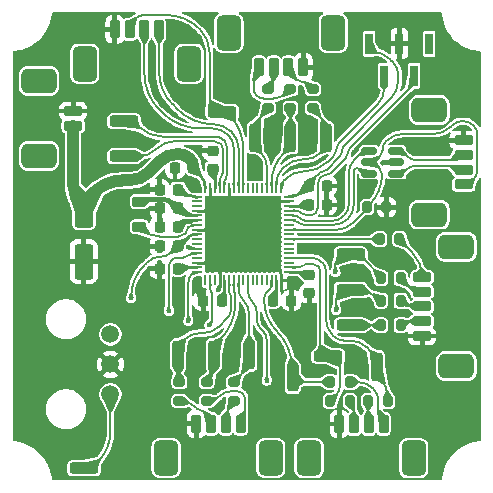
<source format=gbr>
%TF.GenerationSoftware,KiCad,Pcbnew,9.0.3*%
%TF.CreationDate,2025-07-26T12:32:41+02:00*%
%TF.ProjectId,DigitalAudioProcessor,44696769-7461-46c4-9175-64696f50726f,rev?*%
%TF.SameCoordinates,Original*%
%TF.FileFunction,Copper,L1,Top*%
%TF.FilePolarity,Positive*%
%FSLAX46Y46*%
G04 Gerber Fmt 4.6, Leading zero omitted, Abs format (unit mm)*
G04 Created by KiCad (PCBNEW 9.0.3) date 2025-07-26 12:32:41*
%MOMM*%
%LPD*%
G01*
G04 APERTURE LIST*
G04 Aperture macros list*
%AMRoundRect*
0 Rectangle with rounded corners*
0 $1 Rounding radius*
0 $2 $3 $4 $5 $6 $7 $8 $9 X,Y pos of 4 corners*
0 Add a 4 corners polygon primitive as box body*
4,1,4,$2,$3,$4,$5,$6,$7,$8,$9,$2,$3,0*
0 Add four circle primitives for the rounded corners*
1,1,$1+$1,$2,$3*
1,1,$1+$1,$4,$5*
1,1,$1+$1,$6,$7*
1,1,$1+$1,$8,$9*
0 Add four rect primitives between the rounded corners*
20,1,$1+$1,$2,$3,$4,$5,0*
20,1,$1+$1,$4,$5,$6,$7,0*
20,1,$1+$1,$6,$7,$8,$9,0*
20,1,$1+$1,$8,$9,$2,$3,0*%
G04 Aperture macros list end*
%TA.AperFunction,SMDPad,CuDef*%
%ADD10RoundRect,0.200000X0.200000X0.275000X-0.200000X0.275000X-0.200000X-0.275000X0.200000X-0.275000X0*%
%TD*%
%TA.AperFunction,SMDPad,CuDef*%
%ADD11RoundRect,0.237500X-0.237500X0.987500X-0.237500X-0.987500X0.237500X-0.987500X0.237500X0.987500X0*%
%TD*%
%TA.AperFunction,SMDPad,CuDef*%
%ADD12RoundRect,0.200000X-0.275000X0.200000X-0.275000X-0.200000X0.275000X-0.200000X0.275000X0.200000X0*%
%TD*%
%TA.AperFunction,SMDPad,CuDef*%
%ADD13RoundRect,0.200000X0.275000X-0.200000X0.275000X0.200000X-0.275000X0.200000X-0.275000X-0.200000X0*%
%TD*%
%TA.AperFunction,SMDPad,CuDef*%
%ADD14RoundRect,0.225000X-0.225000X-0.250000X0.225000X-0.250000X0.225000X0.250000X-0.225000X0.250000X0*%
%TD*%
%TA.AperFunction,SMDPad,CuDef*%
%ADD15RoundRect,0.200000X-0.200000X-0.275000X0.200000X-0.275000X0.200000X0.275000X-0.200000X0.275000X0*%
%TD*%
%TA.AperFunction,SMDPad,CuDef*%
%ADD16RoundRect,0.200000X-0.200000X-0.600000X0.200000X-0.600000X0.200000X0.600000X-0.200000X0.600000X0*%
%TD*%
%TA.AperFunction,SMDPad,CuDef*%
%ADD17RoundRect,0.525000X-0.525000X-0.975000X0.525000X-0.975000X0.525000X0.975000X-0.525000X0.975000X0*%
%TD*%
%TA.AperFunction,SMDPad,CuDef*%
%ADD18RoundRect,0.225000X0.250000X-0.225000X0.250000X0.225000X-0.250000X0.225000X-0.250000X-0.225000X0*%
%TD*%
%TA.AperFunction,SMDPad,CuDef*%
%ADD19RoundRect,0.225000X0.225000X0.250000X-0.225000X0.250000X-0.225000X-0.250000X0.225000X-0.250000X0*%
%TD*%
%TA.AperFunction,SMDPad,CuDef*%
%ADD20RoundRect,0.218750X0.381250X-0.218750X0.381250X0.218750X-0.381250X0.218750X-0.381250X-0.218750X0*%
%TD*%
%TA.AperFunction,SMDPad,CuDef*%
%ADD21RoundRect,0.237500X0.237500X-0.987500X0.237500X0.987500X-0.237500X0.987500X-0.237500X-0.987500X0*%
%TD*%
%TA.AperFunction,SMDPad,CuDef*%
%ADD22RoundRect,0.237500X-0.987500X-0.237500X0.987500X-0.237500X0.987500X0.237500X-0.987500X0.237500X0*%
%TD*%
%TA.AperFunction,SMDPad,CuDef*%
%ADD23RoundRect,0.200000X0.200000X0.600000X-0.200000X0.600000X-0.200000X-0.600000X0.200000X-0.600000X0*%
%TD*%
%TA.AperFunction,SMDPad,CuDef*%
%ADD24RoundRect,0.525000X0.525000X0.975000X-0.525000X0.975000X-0.525000X-0.975000X0.525000X-0.975000X0*%
%TD*%
%TA.AperFunction,SMDPad,CuDef*%
%ADD25RoundRect,0.150000X0.512500X0.150000X-0.512500X0.150000X-0.512500X-0.150000X0.512500X-0.150000X0*%
%TD*%
%TA.AperFunction,SMDPad,CuDef*%
%ADD26RoundRect,0.250000X-0.550000X1.250000X-0.550000X-1.250000X0.550000X-1.250000X0.550000X1.250000X0*%
%TD*%
%TA.AperFunction,SMDPad,CuDef*%
%ADD27RoundRect,0.200000X-0.600000X0.200000X-0.600000X-0.200000X0.600000X-0.200000X0.600000X0.200000X0*%
%TD*%
%TA.AperFunction,SMDPad,CuDef*%
%ADD28RoundRect,0.525000X-0.975000X0.525000X-0.975000X-0.525000X0.975000X-0.525000X0.975000X0.525000X0*%
%TD*%
%TA.AperFunction,SMDPad,CuDef*%
%ADD29RoundRect,0.200000X0.600000X-0.200000X0.600000X0.200000X-0.600000X0.200000X-0.600000X-0.200000X0*%
%TD*%
%TA.AperFunction,SMDPad,CuDef*%
%ADD30RoundRect,0.525000X0.975000X-0.525000X0.975000X0.525000X-0.975000X0.525000X-0.975000X-0.525000X0*%
%TD*%
%TA.AperFunction,ComponentPad*%
%ADD31C,1.500000*%
%TD*%
%TA.AperFunction,SMDPad,CuDef*%
%ADD32R,0.650000X1.800000*%
%TD*%
%TA.AperFunction,SMDPad,CuDef*%
%ADD33RoundRect,0.062500X-0.400000X-0.062500X0.400000X-0.062500X0.400000X0.062500X-0.400000X0.062500X0*%
%TD*%
%TA.AperFunction,SMDPad,CuDef*%
%ADD34RoundRect,0.062500X-0.062500X-0.400000X0.062500X-0.400000X0.062500X0.400000X-0.062500X0.400000X0*%
%TD*%
%TA.AperFunction,HeatsinkPad*%
%ADD35R,6.400000X6.400000*%
%TD*%
%TA.AperFunction,SMDPad,CuDef*%
%ADD36RoundRect,0.237500X0.987500X0.237500X-0.987500X0.237500X-0.987500X-0.237500X0.987500X-0.237500X0*%
%TD*%
%TA.AperFunction,ViaPad*%
%ADD37C,0.450000*%
%TD*%
%TA.AperFunction,Conductor*%
%ADD38C,0.200000*%
%TD*%
%TA.AperFunction,Conductor*%
%ADD39C,0.500000*%
%TD*%
%TA.AperFunction,Conductor*%
%ADD40C,0.250000*%
%TD*%
%TA.AperFunction,Conductor*%
%ADD41C,1.000000*%
%TD*%
%TA.AperFunction,Conductor*%
%ADD42C,0.400000*%
%TD*%
G04 APERTURE END LIST*
D10*
%TO.P,R15,2*%
%TO.N,/USB_VBUS*%
X160175000Y-96700000D03*
%TO.P,R15,1*%
%TO.N,GND*%
X161825000Y-96700000D03*
%TD*%
D11*
%TO.P,TP14,1,1*%
%TO.N,/I2S_2_BCK*%
X153900000Y-111100000D03*
%TD*%
D12*
%TO.P,R7,1*%
%TO.N,/I2S_1_DATA*%
X148900000Y-111475000D03*
%TO.P,R7,2*%
%TO.N,Net-(J3-Pin_2)*%
X148900000Y-113125000D03*
%TD*%
D13*
%TO.P,R9,1*%
%TO.N,/I2S_3_BCK*%
X153700000Y-88325000D03*
%TO.P,R9,2*%
%TO.N,Net-(J5-Pin_1)*%
X153700000Y-86675000D03*
%TD*%
D14*
%TO.P,C3,1*%
%TO.N,GND*%
X142625000Y-100000000D03*
%TO.P,C3,2*%
%TO.N,+3.3V*%
X144175000Y-100000000D03*
%TD*%
D11*
%TO.P,TP15,1,1*%
%TO.N,/I2S_2_DATA*%
X161000000Y-110200000D03*
%TD*%
D13*
%TO.P,R11,1*%
%TO.N,/I2S_3_LRCK*%
X155600000Y-88325000D03*
%TO.P,R11,2*%
%TO.N,Net-(J5-Pin_3)*%
X155600000Y-86675000D03*
%TD*%
D15*
%TO.P,R4,1*%
%TO.N,/I2S_OUT_DATA*%
X161375000Y-104600000D03*
%TO.P,R4,2*%
%TO.N,Net-(J2-Pin_3)*%
X163025000Y-104600000D03*
%TD*%
D16*
%TO.P,J7,1,Pin_1*%
%TO.N,Net-(J7-Pin_1)*%
X161575000Y-115050000D03*
%TO.P,J7,2,Pin_2*%
%TO.N,Net-(J7-Pin_2)*%
X160325000Y-115050000D03*
%TO.P,J7,3,Pin_3*%
%TO.N,Net-(J7-Pin_3)*%
X159075000Y-115050000D03*
%TO.P,J7,4,Pin_4*%
%TO.N,GND*%
X157825000Y-115050000D03*
D17*
%TO.P,J7,M*%
%TO.N,N/C*%
X155275000Y-117950000D03*
X164125000Y-117950000D03*
%TD*%
D10*
%TO.P,R13,1*%
%TO.N,/I2S_2_DATA*%
X161925000Y-113100000D03*
%TO.P,R13,2*%
%TO.N,Net-(J7-Pin_2)*%
X160275000Y-113100000D03*
%TD*%
D12*
%TO.P,R8,1*%
%TO.N,/I2S_1_LRCK*%
X144300000Y-111475000D03*
%TO.P,R8,2*%
%TO.N,Net-(J3-Pin_3)*%
X144300000Y-113125000D03*
%TD*%
D18*
%TO.P,C8,1*%
%TO.N,GND*%
X155300000Y-103975000D03*
%TO.P,C8,2*%
%TO.N,+3.3V*%
X155300000Y-102425000D03*
%TD*%
D19*
%TO.P,C9,1*%
%TO.N,GND*%
X156775000Y-94900000D03*
%TO.P,C9,2*%
%TO.N,+3.3V*%
X155225000Y-94900000D03*
%TD*%
D15*
%TO.P,R3,1*%
%TO.N,/I2S_OUT_BCK*%
X161375000Y-102700000D03*
%TO.P,R3,2*%
%TO.N,Net-(J2-Pin_2)*%
X163025000Y-102700000D03*
%TD*%
D14*
%TO.P,C11,1*%
%TO.N,GND*%
X142625000Y-101900000D03*
%TO.P,C11,2*%
%TO.N,+3.3V*%
X144175000Y-101900000D03*
%TD*%
%TO.P,C20,1*%
%TO.N,VCC*%
X155225000Y-96500000D03*
%TO.P,C20,2*%
%TO.N,GND*%
X156775000Y-96500000D03*
%TD*%
D20*
%TO.P,L1,1,1*%
%TO.N,VCC*%
X140900000Y-98362500D03*
%TO.P,L1,2,2*%
%TO.N,Net-(U3-VLXSMPS)*%
X140900000Y-96237500D03*
%TD*%
D21*
%TO.P,TP10,1,1*%
%TO.N,/I2S_3_LRCK*%
X156700000Y-90800000D03*
%TD*%
D14*
%TO.P,C4,1*%
%TO.N,GND*%
X146325000Y-104600000D03*
%TO.P,C4,2*%
%TO.N,+3.3V*%
X147875000Y-104600000D03*
%TD*%
D22*
%TO.P,TP3,1,1*%
%TO.N,/I2S_OUT_LRCK*%
X158800000Y-106700000D03*
%TD*%
D15*
%TO.P,R2,1*%
%TO.N,/I2S_MCLK_IN*%
X161275000Y-99400000D03*
%TO.P,R2,2*%
%TO.N,Net-(J2-Pin_1)*%
X162925000Y-99400000D03*
%TD*%
D23*
%TO.P,J5,1,Pin_1*%
%TO.N,Net-(J5-Pin_1)*%
X151025000Y-84850000D03*
%TO.P,J5,2,Pin_2*%
%TO.N,Net-(J5-Pin_2)*%
X152275000Y-84850000D03*
%TO.P,J5,3,Pin_3*%
%TO.N,Net-(J5-Pin_3)*%
X153525000Y-84850000D03*
%TO.P,J5,4,Pin_4*%
%TO.N,GND*%
X154775000Y-84850000D03*
D24*
%TO.P,J5,M*%
%TO.N,N/C*%
X157325000Y-81950000D03*
X148475000Y-81950000D03*
%TD*%
D11*
%TO.P,TP6,1,1*%
%TO.N,/I2S_1_LRCK*%
X144200000Y-109200000D03*
%TD*%
%TO.P,TP5,1,1*%
%TO.N,/I2S_1_DATA*%
X150200000Y-109200000D03*
%TD*%
D15*
%TO.P,R12,1*%
%TO.N,/I2S_2_BCK*%
X157075000Y-111500000D03*
%TO.P,R12,2*%
%TO.N,Net-(J7-Pin_1)*%
X158725000Y-111500000D03*
%TD*%
D25*
%TO.P,U2,1,I/O1*%
%TO.N,Net-(J4-Pin_2)*%
X162637500Y-93850000D03*
%TO.P,U2,2,GND*%
%TO.N,GND*%
X162637500Y-92900000D03*
%TO.P,U2,3,I/O2*%
%TO.N,Net-(J4-Pin_3)*%
X162637500Y-91950000D03*
%TO.P,U2,4,I/O2*%
%TO.N,/USB_D+*%
X160362500Y-91950000D03*
%TO.P,U2,5,VBUS*%
%TO.N,/USB_VBUS*%
X160362500Y-92900000D03*
%TO.P,U2,6,I/O1*%
%TO.N,/USB_D-*%
X160362500Y-93850000D03*
%TD*%
D22*
%TO.P,TP13,1,1*%
%TO.N,/DEBUG_TX*%
X139600000Y-92400000D03*
%TD*%
D14*
%TO.P,C19,1*%
%TO.N,VCC*%
X152225000Y-104600000D03*
%TO.P,C19,2*%
%TO.N,GND*%
X153775000Y-104600000D03*
%TD*%
D26*
%TO.P,C22,1*%
%TO.N,+3.3V*%
X136200000Y-96900000D03*
%TO.P,C22,2*%
%TO.N,GND*%
X136200000Y-101300000D03*
%TD*%
D12*
%TO.P,R6,1*%
%TO.N,/I2S_1_BCK*%
X146600000Y-111475000D03*
%TO.P,R6,2*%
%TO.N,Net-(J3-Pin_1)*%
X146600000Y-113125000D03*
%TD*%
D27*
%TO.P,J8,1,Pin_1*%
%TO.N,+3.3V*%
X135300000Y-89800000D03*
%TO.P,J8,2,Pin_2*%
%TO.N,GND*%
X135300000Y-88550000D03*
D28*
%TO.P,J8,M*%
%TO.N,N/C*%
X132400000Y-86000000D03*
X132400000Y-92350000D03*
%TD*%
D16*
%TO.P,J3,1,Pin_1*%
%TO.N,Net-(J3-Pin_1)*%
X149475000Y-115037500D03*
%TO.P,J3,2,Pin_2*%
%TO.N,Net-(J3-Pin_2)*%
X148225000Y-115037500D03*
%TO.P,J3,3,Pin_3*%
%TO.N,Net-(J3-Pin_3)*%
X146975000Y-115037500D03*
%TO.P,J3,4,Pin_4*%
%TO.N,GND*%
X145725000Y-115037500D03*
D17*
%TO.P,J3,M*%
%TO.N,N/C*%
X143175000Y-117937500D03*
X152025000Y-117937500D03*
%TD*%
D29*
%TO.P,J2,1,Pin_1*%
%TO.N,Net-(J2-Pin_1)*%
X164850000Y-102600000D03*
%TO.P,J2,2,Pin_2*%
%TO.N,Net-(J2-Pin_2)*%
X164850000Y-103850000D03*
%TO.P,J2,3,Pin_3*%
%TO.N,Net-(J2-Pin_3)*%
X164850000Y-105100000D03*
%TO.P,J2,4,Pin_4*%
%TO.N,Net-(J2-Pin_4)*%
X164850000Y-106350000D03*
%TO.P,J2,5,Pin_5*%
%TO.N,GND*%
X164850000Y-107600000D03*
D30*
%TO.P,J2,M*%
%TO.N,N/C*%
X167750000Y-110150000D03*
X167750000Y-100050000D03*
%TD*%
D21*
%TO.P,TP8,1,1*%
%TO.N,/I2S_3_BCK*%
X153700000Y-90800000D03*
%TD*%
D22*
%TO.P,TP1,1,1*%
%TO.N,/I2S_OUT_BCK*%
X158800000Y-100700000D03*
%TD*%
D14*
%TO.P,C7,1*%
%TO.N,GND*%
X142625000Y-95200000D03*
%TO.P,C7,2*%
%TO.N,+3.3V*%
X144175000Y-95200000D03*
%TD*%
D22*
%TO.P,TP16,1,1*%
%TO.N,/I2S_2_LRCK*%
X156900000Y-109300000D03*
%TD*%
D13*
%TO.P,R10,1*%
%TO.N,/I2S_3_DATA*%
X151800000Y-88325000D03*
%TO.P,R10,2*%
%TO.N,Net-(J5-Pin_2)*%
X151800000Y-86675000D03*
%TD*%
D31*
%TO.P,U1,1,OUT*%
%TO.N,/SPDIF_IN*%
X138450000Y-112540000D03*
%TO.P,U1,2,GND*%
%TO.N,GND*%
X138450000Y-110000000D03*
%TO.P,U1,3,VCC*%
%TO.N,Net-(U1-VCC)*%
X138450000Y-107460000D03*
%TD*%
D21*
%TO.P,TP9,1,1*%
%TO.N,/I2S_3_DATA*%
X150700000Y-90800000D03*
%TD*%
D11*
%TO.P,TP4,1,1*%
%TO.N,/I2S_1_BCK*%
X147200000Y-109200000D03*
%TD*%
D22*
%TO.P,TP11,1,1*%
%TO.N,/I2C_~{INT}*%
X147900000Y-88600000D03*
%TD*%
D14*
%TO.P,C10,1*%
%TO.N,GND*%
X143925000Y-93400000D03*
%TO.P,C10,2*%
%TO.N,+3.3V*%
X145475000Y-93400000D03*
%TD*%
D15*
%TO.P,R14,1*%
%TO.N,/I2S_2_LRCK*%
X157075000Y-113100000D03*
%TO.P,R14,2*%
%TO.N,Net-(J7-Pin_3)*%
X158725000Y-113100000D03*
%TD*%
D14*
%TO.P,C12,1*%
%TO.N,GND*%
X142625000Y-98400000D03*
%TO.P,C12,2*%
%TO.N,+3.3V*%
X144175000Y-98400000D03*
%TD*%
D22*
%TO.P,TP2,1,1*%
%TO.N,/I2S_OUT_DATA*%
X158800000Y-103700000D03*
%TD*%
D32*
%TO.P,J1,1,Pin_1*%
%TO.N,+3.3V*%
X160360000Y-82850000D03*
%TO.P,J1,2,Pin_2*%
%TO.N,/SWCLK*%
X161630000Y-85550000D03*
%TO.P,J1,3,Pin_3*%
%TO.N,GND*%
X162900000Y-82850000D03*
%TO.P,J1,4,Pin_4*%
%TO.N,/SWDIO*%
X164170000Y-85550000D03*
%TO.P,J1,5,Pin_5*%
%TO.N,Net-(J1-Pin_5)*%
X165440000Y-82850000D03*
%TD*%
D15*
%TO.P,R5,1*%
%TO.N,/I2S_OUT_LRCK*%
X161375000Y-106700000D03*
%TO.P,R5,2*%
%TO.N,Net-(J2-Pin_4)*%
X163025000Y-106700000D03*
%TD*%
D16*
%TO.P,J6,1,Pin_1*%
%TO.N,/I2C_SCL*%
X142575000Y-81650000D03*
%TO.P,J6,2,Pin_2*%
%TO.N,/I2C_SDA*%
X141325000Y-81650000D03*
%TO.P,J6,3,Pin_3*%
%TO.N,/I2C_~{INT}*%
X140075000Y-81650000D03*
%TO.P,J6,4,Pin_4*%
%TO.N,GND*%
X138825000Y-81650000D03*
D17*
%TO.P,J6,M*%
%TO.N,N/C*%
X136275000Y-84550000D03*
X145125000Y-84550000D03*
%TD*%
D19*
%TO.P,C18,1*%
%TO.N,Net-(U3-VLXSMPS)*%
X144175000Y-96800000D03*
%TO.P,C18,2*%
%TO.N,GND*%
X142625000Y-96800000D03*
%TD*%
D33*
%TO.P,U3,1,VBAT*%
%TO.N,+3.3V*%
X145812500Y-95800000D03*
%TO.P,U3,2,PC14*%
%TO.N,unconnected-(U3-PC14-Pad2)*%
X145812500Y-96200000D03*
%TO.P,U3,3,PC15*%
%TO.N,unconnected-(U3-PC15-Pad3)*%
X145812500Y-96600000D03*
%TO.P,U3,4,VSSSMPS*%
%TO.N,GND*%
X145812500Y-97000000D03*
%TO.P,U3,5,VLXSMPS*%
%TO.N,Net-(U3-VLXSMPS)*%
X145812500Y-97400000D03*
%TO.P,U3,6,VDDSMPS*%
%TO.N,+3.3V*%
X145812500Y-97800000D03*
%TO.P,U3,7,VFBSMPS*%
%TO.N,VCC*%
X145812500Y-98200000D03*
%TO.P,U3,8,VSS*%
%TO.N,GND*%
X145812500Y-98600000D03*
%TO.P,U3,9,VDD*%
%TO.N,+3.3V*%
X145812500Y-99000000D03*
%TO.P,U3,10,PH0*%
%TO.N,unconnected-(U3-PH0-Pad10)*%
X145812500Y-99400000D03*
%TO.P,U3,11,PH1*%
%TO.N,unconnected-(U3-PH1-Pad11)*%
X145812500Y-99800000D03*
%TO.P,U3,12,NRST*%
%TO.N,Net-(J1-Pin_5)*%
X145812500Y-100200000D03*
%TO.P,U3,13,PC0*%
%TO.N,/I2S_OUT_LRCK*%
X145812500Y-100600000D03*
%TO.P,U3,14,PC1*%
%TO.N,unconnected-(U3-PC1-Pad14)*%
X145812500Y-101000000D03*
%TO.P,U3,15,VSSA*%
%TO.N,GND*%
X145812500Y-101400000D03*
%TO.P,U3,16,VDDA*%
%TO.N,+3.3V*%
X145812500Y-101800000D03*
%TO.P,U3,17,PA0*%
%TO.N,/I2S_OUT_DATA*%
X145812500Y-102200000D03*
D34*
%TO.P,U3,18,PA1*%
%TO.N,unconnected-(U3-PA1-Pad18)*%
X146500000Y-102887500D03*
%TO.P,U3,19,PA2*%
%TO.N,/I2S_OUT_BCK*%
X146900000Y-102887500D03*
%TO.P,U3,20,PA3*%
%TO.N,unconnected-(U3-PA3-Pad20)*%
X147300000Y-102887500D03*
%TO.P,U3,21,VSS*%
%TO.N,GND*%
X147700000Y-102887500D03*
%TO.P,U3,22,VDD*%
%TO.N,+3.3V*%
X148100000Y-102887500D03*
%TO.P,U3,23,PA4*%
%TO.N,/I2S_1_LRCK*%
X148500000Y-102887500D03*
%TO.P,U3,24,PA5*%
%TO.N,/I2S_1_BCK*%
X148900000Y-102887500D03*
%TO.P,U3,25,PA6*%
%TO.N,/I2S_1_DATA*%
X149300000Y-102887500D03*
%TO.P,U3,26,PA7*%
%TO.N,unconnected-(U3-PA7-Pad26)*%
X149700000Y-102887500D03*
%TO.P,U3,27,PC4*%
%TO.N,/SPDIF_IN*%
X150100000Y-102887500D03*
%TO.P,U3,28,PC5*%
%TO.N,unconnected-(U3-PC5-Pad28)*%
X150500000Y-102887500D03*
%TO.P,U3,29,PB0*%
%TO.N,unconnected-(U3-PB0-Pad29)*%
X150900000Y-102887500D03*
%TO.P,U3,30,PB1*%
%TO.N,unconnected-(U3-PB1-Pad30)*%
X151300000Y-102887500D03*
%TO.P,U3,31,PB2*%
%TO.N,unconnected-(U3-PB2-Pad31)*%
X151700000Y-102887500D03*
%TO.P,U3,32,PB10*%
%TO.N,/I2S_2_BCK*%
X152100000Y-102887500D03*
%TO.P,U3,33,VCAP*%
%TO.N,VCC*%
X152500000Y-102887500D03*
%TO.P,U3,34,VSS*%
%TO.N,GND*%
X152900000Y-102887500D03*
D33*
%TO.P,U3,35,VDD*%
%TO.N,+3.3V*%
X153587500Y-102200000D03*
%TO.P,U3,36,PB12*%
%TO.N,/I2S_2_LRCK*%
X153587500Y-101800000D03*
%TO.P,U3,37,PB13*%
%TO.N,unconnected-(U3-PB13-Pad37)*%
X153587500Y-101400000D03*
%TO.P,U3,38,PB14*%
%TO.N,/I2S_2_DATA*%
X153587500Y-101000000D03*
%TO.P,U3,39,PB15*%
%TO.N,unconnected-(U3-PB15-Pad39)*%
X153587500Y-100600000D03*
%TO.P,U3,40,PC6*%
%TO.N,unconnected-(U3-PC6-Pad40)*%
X153587500Y-100200000D03*
%TO.P,U3,41,PC7*%
%TO.N,unconnected-(U3-PC7-Pad41)*%
X153587500Y-99800000D03*
%TO.P,U3,42,PC9*%
%TO.N,/I2S_MCLK_IN*%
X153587500Y-99400000D03*
%TO.P,U3,43,PA8*%
%TO.N,unconnected-(U3-PA8-Pad43)*%
X153587500Y-99000000D03*
%TO.P,U3,44,PA9*%
%TO.N,/USB_VBUS*%
X153587500Y-98600000D03*
%TO.P,U3,45,PA10*%
%TO.N,unconnected-(U3-PA10-Pad45)*%
X153587500Y-98200000D03*
%TO.P,U3,46,PA11*%
%TO.N,/USB_D-*%
X153587500Y-97800000D03*
%TO.P,U3,47,PA12*%
%TO.N,/USB_D+*%
X153587500Y-97400000D03*
%TO.P,U3,48,PA13(JTMS*%
%TO.N,/SWDIO*%
X153587500Y-97000000D03*
%TO.P,U3,49,VCAP*%
%TO.N,VCC*%
X153587500Y-96600000D03*
%TO.P,U3,50,VSS*%
%TO.N,GND*%
X153587500Y-96200000D03*
%TO.P,U3,51,VDD*%
%TO.N,+3.3V*%
X153587500Y-95800000D03*
D34*
%TO.P,U3,52,PA14(JTCK*%
%TO.N,/SWCLK*%
X152900000Y-95112500D03*
%TO.P,U3,53,PA15(JTDI)*%
%TO.N,/I2S_3_LRCK*%
X152500000Y-95112500D03*
%TO.P,U3,54,PC10*%
%TO.N,/I2S_3_BCK*%
X152100000Y-95112500D03*
%TO.P,U3,55,PC11*%
%TO.N,/I2S_3_DATA*%
X151700000Y-95112500D03*
%TO.P,U3,56,PC12*%
%TO.N,unconnected-(U3-PC12-Pad56)*%
X151300000Y-95112500D03*
%TO.P,U3,57,PD2*%
%TO.N,unconnected-(U3-PD2-Pad57)*%
X150900000Y-95112500D03*
%TO.P,U3,58,PB3(JTDO*%
%TO.N,unconnected-(U3-PB3(JTDO-Pad58)*%
X150500000Y-95112500D03*
%TO.P,U3,59,PB4(NJTRST)*%
%TO.N,unconnected-(U3-PB4(NJTRST)-Pad59)*%
X150100000Y-95112500D03*
%TO.P,U3,60,PB5*%
%TO.N,/I2C_~{INT}*%
X149700000Y-95112500D03*
%TO.P,U3,61,PB6*%
%TO.N,/I2C_SCL*%
X149300000Y-95112500D03*
%TO.P,U3,62,PB7*%
%TO.N,/I2C_SDA*%
X148900000Y-95112500D03*
%TO.P,U3,63,BOOT0*%
%TO.N,GND*%
X148500000Y-95112500D03*
%TO.P,U3,64,PB8*%
%TO.N,/DEBUG_RX*%
X148100000Y-95112500D03*
%TO.P,U3,65,PB9*%
%TO.N,/DEBUG_TX*%
X147700000Y-95112500D03*
%TO.P,U3,66,VCAP*%
%TO.N,VCC*%
X147300000Y-95112500D03*
%TO.P,U3,67,VSS*%
%TO.N,GND*%
X146900000Y-95112500D03*
%TO.P,U3,68,VDD*%
%TO.N,+3.3V*%
X146500000Y-95112500D03*
D35*
%TO.P,U3,69,VSS*%
%TO.N,GND*%
X149700000Y-99000000D03*
%TD*%
D36*
%TO.P,TP7,1,1*%
%TO.N,/SPDIF_IN*%
X136200000Y-118800000D03*
%TD*%
D18*
%TO.P,C21,1*%
%TO.N,VCC*%
X147100000Y-93475000D03*
%TO.P,C21,2*%
%TO.N,GND*%
X147100000Y-91925000D03*
%TD*%
D22*
%TO.P,TP12,1,1*%
%TO.N,/DEBUG_RX*%
X139600000Y-89400000D03*
%TD*%
D27*
%TO.P,J4,1,Pin_1*%
%TO.N,/USB_VBUS*%
X168362500Y-94775000D03*
%TO.P,J4,2,Pin_2*%
%TO.N,Net-(J4-Pin_2)*%
X168362500Y-93525000D03*
%TO.P,J4,3,Pin_3*%
%TO.N,Net-(J4-Pin_3)*%
X168362500Y-92275000D03*
%TO.P,J4,4,Pin_4*%
%TO.N,GND*%
X168362500Y-91025000D03*
D28*
%TO.P,J4,M*%
%TO.N,N/C*%
X165462500Y-88475000D03*
X165462500Y-97325000D03*
%TD*%
D37*
%TO.N,GND*%
X136200000Y-100400000D03*
X142625000Y-101900000D03*
X142630000Y-97700000D03*
X160700000Y-100800000D03*
X144700000Y-115000000D03*
X154800000Y-83400000D03*
X161825000Y-96700000D03*
X147100000Y-91925000D03*
X140800000Y-118600000D03*
X151100000Y-97600000D03*
X135337500Y-87475000D03*
X151100000Y-99000000D03*
X156500000Y-92500000D03*
X152500000Y-96200000D03*
X139000000Y-102900000D03*
X152500000Y-97600000D03*
X147600000Y-113900000D03*
X166400000Y-115700000D03*
X167500000Y-102900000D03*
X145890000Y-102750000D03*
X168300000Y-97700000D03*
X142625000Y-95200000D03*
X149700000Y-101800000D03*
X152500000Y-100400000D03*
X159800000Y-109700000D03*
X138830000Y-83100000D03*
X155100000Y-91800000D03*
X149000000Y-108900000D03*
X131300000Y-97400000D03*
X167400000Y-107300000D03*
X149700000Y-99000000D03*
X162637500Y-92900000D03*
X168300000Y-90000000D03*
X160500000Y-105900000D03*
X137100000Y-92400000D03*
X134100000Y-83400000D03*
X157800000Y-116500000D03*
X148300000Y-99000000D03*
X150200000Y-88500000D03*
X156800000Y-115000000D03*
X146900000Y-97600000D03*
X140000000Y-96800000D03*
X161700000Y-117800000D03*
X150600000Y-92500000D03*
X144870000Y-86790000D03*
X149700000Y-97600000D03*
X142625000Y-100000000D03*
X152500000Y-101800000D03*
X156775000Y-94900000D03*
X152500000Y-106100000D03*
X143925000Y-93400000D03*
X142200000Y-110300000D03*
X142100000Y-89200000D03*
X137840000Y-81650000D03*
X146900000Y-101800000D03*
X147600000Y-103715835D03*
X136837500Y-88575000D03*
X133800000Y-118400000D03*
X142625000Y-96800000D03*
X149700000Y-96200000D03*
X155740000Y-84790000D03*
X131200000Y-101600000D03*
X155300000Y-103975000D03*
X155400000Y-110600000D03*
X151100000Y-96200000D03*
X158190000Y-93460000D03*
X143300000Y-106800000D03*
X136200000Y-102200000D03*
X152500000Y-99000000D03*
X168800000Y-84900000D03*
X136200000Y-101300000D03*
X143580000Y-82870000D03*
X145600000Y-95200000D03*
X148300000Y-96200000D03*
X148300000Y-97600000D03*
X149500000Y-118100000D03*
X152100000Y-91900000D03*
X132600000Y-110000000D03*
X162900000Y-81300000D03*
X146900000Y-96200000D03*
X164800000Y-108600000D03*
X146700000Y-81200000D03*
X159900000Y-95600000D03*
X141500000Y-91700000D03*
X141980000Y-84540000D03*
X152500000Y-110600000D03*
X163500000Y-107600000D03*
X148300000Y-100400000D03*
X146900000Y-100400000D03*
X149700000Y-100400000D03*
X153775000Y-104600000D03*
X146900000Y-99000000D03*
X159700000Y-98600000D03*
X160300000Y-102300000D03*
X145900000Y-109100000D03*
X167120000Y-91050000D03*
X151100000Y-100400000D03*
X145700000Y-116500000D03*
X163900000Y-111600000D03*
X148300000Y-101800000D03*
X164600000Y-99600000D03*
X159500000Y-112300000D03*
X151100000Y-101800000D03*
X156775000Y-96500000D03*
X162900000Y-84100000D03*
X133837500Y-88575000D03*
%TO.N,+3.3V*%
X144175000Y-98400000D03*
X145690000Y-93160000D03*
X144175000Y-95200000D03*
X155225000Y-94900000D03*
X160360000Y-82850000D03*
X145260000Y-93650000D03*
X147875000Y-104600000D03*
X144175000Y-101900000D03*
X140200000Y-104412500D03*
X155300000Y-102425000D03*
X144175000Y-100000000D03*
%TO.N,Net-(J1-Pin_5)*%
X145000000Y-100080000D03*
X165440000Y-82850000D03*
%TO.N,/SPDIF_IN*%
X151690000Y-111390000D03*
%TO.N,VCC*%
X152225000Y-104600000D03*
X147107322Y-93492678D03*
X155225000Y-96500000D03*
X140600000Y-98400000D03*
X141200000Y-98400000D03*
%TO.N,/I2S_OUT_BCK*%
X157510000Y-102220000D03*
X146830000Y-106700000D03*
%TO.N,/I2S_OUT_DATA*%
X157580000Y-105410000D03*
X145060000Y-106340000D03*
%TO.N,/I2S_OUT_LRCK*%
X158800000Y-106700000D03*
X143400000Y-105500000D03*
%TD*%
D38*
%TO.N,/USB_VBUS*%
X160385804Y-96489195D02*
X160175000Y-96700000D01*
X161450000Y-93920000D02*
G75*
G02*
X160385806Y-96489197I-3633400J0D01*
G01*
X153587500Y-98600000D02*
X157619046Y-98600000D01*
X157619046Y-98600000D02*
G75*
G03*
X158952197Y-98047761I-46J1885400D01*
G01*
X160086612Y-96913388D02*
G75*
G03*
X160174993Y-96700000I-213412J213388D01*
G01*
X158952218Y-98047782D02*
X160086612Y-96913388D01*
D39*
%TO.N,GND*%
X145890000Y-102750000D02*
X145890000Y-103549818D01*
D40*
X145812500Y-101400000D02*
X147334315Y-101400000D01*
D39*
X142630000Y-98387929D02*
X142625000Y-98400000D01*
D40*
X146900000Y-95112500D02*
X146900000Y-96200000D01*
X145812500Y-97000000D02*
X146851472Y-97000000D01*
X153587500Y-96200000D02*
X152500000Y-96200000D01*
X147700000Y-102887500D02*
X147700000Y-101848528D01*
X152900000Y-102887500D02*
X152900000Y-102365563D01*
D39*
X146325000Y-104600000D02*
X146328536Y-104591465D01*
D40*
X152790000Y-102100000D02*
X152782929Y-102082929D01*
X147700000Y-102887500D02*
X147700000Y-103474414D01*
D39*
X142630000Y-97700000D02*
X142630000Y-98387929D01*
D40*
X148500000Y-95112500D02*
X148500000Y-97117158D01*
X152782929Y-102082929D02*
X152500000Y-101800000D01*
X145812500Y-98600000D02*
X147334315Y-98600000D01*
X146851472Y-97000000D02*
G75*
G02*
X148300008Y-97599992I28J-2048500D01*
G01*
D39*
X145890000Y-103549818D02*
G75*
G03*
X146325005Y-104599995I1485200J18D01*
G01*
D40*
X147700000Y-101848528D02*
G75*
G02*
X148299992Y-100399992I2048500J28D01*
G01*
X147700000Y-103474414D02*
G75*
G02*
X147599989Y-103715824I-341400J14D01*
G01*
X147334315Y-98600000D02*
G75*
G02*
X148299996Y-99000004I-15J-1365700D01*
G01*
X152900000Y-102365563D02*
G75*
G03*
X152789989Y-102100011I-375600J-37D01*
G01*
X148500000Y-97117158D02*
G75*
G02*
X148300013Y-97600013I-682800J-42D01*
G01*
X147334315Y-101400000D02*
G75*
G02*
X148299996Y-101800004I-15J-1365700D01*
G01*
D41*
%TO.N,+3.3V*%
X144228457Y-92200000D02*
X144110000Y-92200000D01*
D40*
X153587500Y-102200000D02*
X154756802Y-102200000D01*
D38*
X141450000Y-101480000D02*
X141331214Y-101598786D01*
X142709167Y-100890000D02*
X142680000Y-100890000D01*
D41*
X145475000Y-93400000D02*
X145475000Y-93306213D01*
D42*
X144175000Y-98400000D02*
X144505190Y-98069810D01*
D38*
X156820208Y-93509792D02*
X157849081Y-92480919D01*
D40*
X145812500Y-95800000D02*
X145623528Y-95800000D01*
D41*
X142658959Y-92801041D02*
X141751250Y-93708750D01*
D40*
X145812500Y-99000000D02*
X145492132Y-99000000D01*
D41*
X145184228Y-92604229D02*
X145170000Y-92590000D01*
D40*
X145179778Y-97854904D02*
X145177125Y-97856003D01*
D41*
X137070000Y-95450000D02*
X136610122Y-95909878D01*
D38*
X158204350Y-91495650D02*
X162154106Y-87545894D01*
X162245084Y-84278331D02*
X162147925Y-84181172D01*
D41*
X140010000Y-94430000D02*
X139911854Y-94432915D01*
D40*
X145312328Y-97800000D02*
X145812500Y-97800000D01*
D38*
X162280000Y-84310000D02*
X162245084Y-84278331D01*
X162366067Y-84396066D02*
X162280000Y-84310000D01*
D42*
X144505190Y-98069810D02*
X144575831Y-98003242D01*
D40*
X154846492Y-95278509D02*
X155225000Y-94900000D01*
D38*
X160360000Y-82960589D02*
X160360000Y-82850000D01*
D40*
X145812500Y-101800000D02*
X144416421Y-101800000D01*
D38*
X162840000Y-85890000D02*
X162840000Y-85540243D01*
D41*
X139911854Y-94432915D02*
X139525460Y-94432915D01*
D40*
X148100000Y-102887500D02*
X148100000Y-104056802D01*
D41*
X135300000Y-94727208D02*
X135300000Y-89800000D01*
D38*
X156076655Y-93873345D02*
X156171507Y-93778492D01*
D42*
X144206820Y-98323180D02*
X144410000Y-98120000D01*
D38*
X158040000Y-92020000D02*
X158040000Y-91892426D01*
D40*
X146013864Y-93938864D02*
X145475000Y-93400000D01*
D38*
X140200000Y-104329778D02*
X140200000Y-104412500D01*
D42*
X144575831Y-98003242D02*
X144743876Y-97906221D01*
X144931307Y-97856003D02*
X145177125Y-97856003D01*
X144743876Y-97906221D02*
X144931307Y-97856003D01*
D40*
X145130000Y-99150000D02*
X144354247Y-99925753D01*
D38*
X141587451Y-101342548D02*
X141450000Y-101480000D01*
X144098180Y-100031820D02*
X143615356Y-100514644D01*
X155348744Y-94601257D02*
X155780000Y-94170000D01*
X155780000Y-94170000D02*
X156076655Y-93873345D01*
X155225000Y-94900000D02*
G75*
G02*
X155348741Y-94601254I422500J0D01*
G01*
X143615356Y-100514644D02*
G75*
G02*
X142709167Y-100889990I-906156J906144D01*
G01*
D40*
X148100000Y-104056802D02*
G75*
G02*
X147874999Y-104599999I-768200J2D01*
G01*
X145623528Y-95800000D02*
G75*
G02*
X144174992Y-95200008I-28J2048500D01*
G01*
D38*
X157849081Y-92480919D02*
G75*
G03*
X158040011Y-92020000I-460881J460919D01*
G01*
D42*
X144175000Y-98400000D02*
G75*
G02*
X144206828Y-98323188I108600J0D01*
G01*
D38*
X144175000Y-100000000D02*
G75*
G03*
X144098188Y-100031828I0J-108600D01*
G01*
X141331214Y-101598786D02*
G75*
G03*
X140199983Y-104329778I2730986J-2731014D01*
G01*
X156530000Y-93630000D02*
G75*
G03*
X156820205Y-93509789I0J410400D01*
G01*
X142680000Y-100890000D02*
G75*
G03*
X141587451Y-101342548I0J-1545100D01*
G01*
X160600000Y-83540000D02*
G75*
G02*
X160360005Y-82960589I579400J579400D01*
G01*
D40*
X145177125Y-97856003D02*
G75*
G02*
X145312328Y-97800018I135175J-135197D01*
G01*
D38*
X158040000Y-91892426D02*
G75*
G02*
X158204342Y-91495642I561100J26D01*
G01*
D41*
X145475000Y-93306213D02*
G75*
G03*
X145184244Y-92604213I-992800J13D01*
G01*
D38*
X162147925Y-84181172D02*
G75*
G03*
X160600000Y-83540001I-1547925J-1547928D01*
G01*
D41*
X139525460Y-94432915D02*
G75*
G03*
X137070012Y-95450012I40J-3472585D01*
G01*
X141751250Y-93708750D02*
G75*
G02*
X140010000Y-94429999I-1741250J1741250D01*
G01*
D40*
X145492132Y-99000000D02*
G75*
G03*
X145129991Y-99149991I-32J-512100D01*
G01*
D41*
X136200000Y-96900000D02*
G75*
G02*
X135299997Y-94727208I2172800J2172800D01*
G01*
X144110000Y-92200000D02*
G75*
G03*
X142658955Y-92801037I0J-2052100D01*
G01*
D40*
X153587500Y-95800000D02*
G75*
G03*
X154846495Y-95278512I0J1780500D01*
G01*
D41*
X145170000Y-92590000D02*
G75*
G03*
X144228457Y-92200018I-941500J-941500D01*
G01*
D38*
X162154106Y-87545894D02*
G75*
G03*
X162839996Y-85890000I-1655906J1655894D01*
G01*
D41*
X136610122Y-95909878D02*
G75*
G03*
X136199987Y-96900000I990078J-990122D01*
G01*
D38*
X156171507Y-93778492D02*
G75*
G02*
X156530000Y-93630004I358493J-358508D01*
G01*
X162840000Y-85540243D02*
G75*
G03*
X162366086Y-84396047I-1618100J43D01*
G01*
D40*
X144416421Y-101800000D02*
G75*
G03*
X144174994Y-101899994I-21J-341400D01*
G01*
X144354247Y-99925753D02*
G75*
G02*
X144175000Y-99999998I-179247J179253D01*
G01*
X154756802Y-102200000D02*
G75*
G02*
X155299999Y-102425001I-2J-768200D01*
G01*
X146500000Y-95112500D02*
G75*
G03*
X146013870Y-93938858I-1659800J0D01*
G01*
D38*
%TO.N,Net-(J1-Pin_5)*%
X145812500Y-100200000D02*
X145289705Y-100200000D01*
X145289705Y-100200000D02*
G75*
G02*
X144999998Y-100080002I-5J409700D01*
G01*
%TO.N,/SPDIF_IN*%
X150850000Y-105611543D02*
X150850000Y-106200000D01*
X137420000Y-118210000D02*
X137275477Y-118354523D01*
X151690000Y-107938406D02*
X151690000Y-111390000D01*
X151175269Y-106985269D02*
X151380000Y-107190000D01*
X138450000Y-112540000D02*
X138450000Y-115723361D01*
X136200000Y-118700000D02*
X136237036Y-118700000D01*
X150100000Y-102887500D02*
X150100000Y-103800884D01*
X137275477Y-118354523D02*
G75*
G02*
X136200000Y-118799987I-1075477J1075523D01*
G01*
X150460000Y-104670000D02*
G75*
G02*
X150849982Y-105611543I-941500J-941500D01*
G01*
X150850000Y-106200000D02*
G75*
G03*
X151175277Y-106985261I1110500J0D01*
G01*
X138450000Y-115723361D02*
G75*
G02*
X137420012Y-118210012I-3516600J-39D01*
G01*
X151380000Y-107190000D02*
G75*
G02*
X151689997Y-107938406I-748400J-748400D01*
G01*
X150100000Y-103800884D02*
G75*
G03*
X150459995Y-104670005I1229100J-16D01*
G01*
%TO.N,VCC*%
X140900000Y-98362500D02*
X141058123Y-98520623D01*
D40*
X147300000Y-95112500D02*
X147300000Y-93957842D01*
D38*
X144790000Y-98940000D02*
X144836863Y-98893137D01*
X145812500Y-98200000D02*
X145488699Y-98200000D01*
X142650000Y-99180000D02*
X144210589Y-99180000D01*
X144950000Y-98620000D02*
X144950000Y-98583137D01*
D40*
X152500000Y-102887500D02*
X152500000Y-103936092D01*
X153587500Y-96600000D02*
X154983579Y-96600000D01*
D38*
X144950000Y-98583137D02*
G75*
G02*
X145029989Y-98389989I273100J37D01*
G01*
D40*
X152500000Y-103936092D02*
G75*
G02*
X152225003Y-104600003I-938900J-8D01*
G01*
X147107322Y-93492678D02*
G75*
G02*
X147100000Y-93475000I582678J251678D01*
G01*
X154983579Y-96600000D02*
G75*
G03*
X155225006Y-96500006I21J341400D01*
G01*
D38*
X145367989Y-98250000D02*
G75*
G03*
X145030003Y-98390003I11J-478000D01*
G01*
X141058123Y-98520623D02*
G75*
G03*
X142650000Y-99179987I1591877J1591923D01*
G01*
D40*
X147300000Y-93957842D02*
G75*
G03*
X147107300Y-93492700I-634700J9542D01*
G01*
D38*
X145488699Y-98200000D02*
G75*
G03*
X145367991Y-98250002I1J-170700D01*
G01*
X144836863Y-98893137D02*
G75*
G03*
X144949992Y-98620000I-273163J273137D01*
G01*
X144210589Y-99180000D02*
G75*
G03*
X144790003Y-98940003I11J819400D01*
G01*
D42*
%TO.N,Net-(U3-VLXSMPS)*%
X144175000Y-96800000D02*
X143809871Y-96434871D01*
X144175000Y-96800000D02*
X144396195Y-97021195D01*
X142760000Y-96000000D02*
X141473375Y-96000000D01*
D40*
X145310710Y-97400000D02*
X145812500Y-97400000D01*
X145190000Y-97350000D02*
G75*
G03*
X145310710Y-97399996I120700J120700D01*
G01*
D42*
X143809871Y-96434871D02*
G75*
G03*
X142760000Y-95999988I-1049871J-1049829D01*
G01*
X144396195Y-97021195D02*
G75*
G03*
X145190000Y-97350003I793805J793795D01*
G01*
X141473375Y-96000000D02*
G75*
G03*
X140900007Y-96237507I25J-810900D01*
G01*
D38*
%TO.N,/SWCLK*%
X154790000Y-93670000D02*
X154850640Y-93670000D01*
X157270000Y-92420000D02*
X157389583Y-92300417D01*
X152900000Y-95112500D02*
X152900000Y-94944558D01*
X157800208Y-91229793D02*
X161100000Y-87930000D01*
X157630000Y-91720000D02*
X157630000Y-91640710D01*
X161630000Y-86692007D02*
X161630000Y-85550000D01*
X161100000Y-87930000D02*
X161131669Y-87895084D01*
X153080000Y-94510000D02*
X153304817Y-94285183D01*
X156846863Y-92843138D02*
X157270000Y-92420000D01*
X161131669Y-87895084D02*
G75*
G03*
X161630007Y-86692007I-1203069J1203084D01*
G01*
X154850640Y-93670000D02*
G75*
G03*
X156846846Y-92843121I-40J2823100D01*
G01*
X157630000Y-91640710D02*
G75*
G02*
X157800208Y-91229793I581100J10D01*
G01*
X153304817Y-94285183D02*
G75*
G02*
X154790000Y-93670010I1485183J-1485217D01*
G01*
X157389583Y-92300417D02*
G75*
G03*
X157630010Y-91720000I-580383J580417D01*
G01*
X152900000Y-94944558D02*
G75*
G02*
X153080012Y-94510012I614600J-42D01*
G01*
%TO.N,/SWDIO*%
X156190000Y-94260000D02*
X156355147Y-94094853D01*
X155800000Y-97230000D02*
X155819289Y-97210711D01*
X156607625Y-94008006D02*
X156613687Y-94008006D01*
X158728932Y-91651067D02*
X158816482Y-91563517D01*
X154993848Y-97350000D02*
X155510295Y-97350000D01*
X156560000Y-94010000D02*
X156607625Y-94008006D01*
X156010000Y-96750294D02*
X156010000Y-94694558D01*
X154510000Y-97100000D02*
X154594644Y-97184644D01*
X153587500Y-97000000D02*
X154268579Y-97000000D01*
X158540000Y-92150000D02*
X158541994Y-92102375D01*
X158816482Y-91563517D02*
X159210000Y-91170000D01*
X157140000Y-93790000D02*
X158370294Y-92559706D01*
X159210000Y-91170000D02*
X163703309Y-86676691D01*
X156613687Y-94008006D02*
G75*
G03*
X157140004Y-93790004I13J744306D01*
G01*
X163703309Y-86676691D02*
G75*
G03*
X164169994Y-85550000I-1126709J1126691D01*
G01*
X155819289Y-97210711D02*
G75*
G03*
X156010004Y-96750294I-460389J460411D01*
G01*
X158541994Y-92102375D02*
G75*
G02*
X158728953Y-91651088I638206J-25D01*
G01*
X154594644Y-97184644D02*
G75*
G03*
X154993848Y-97349954I399156J399244D01*
G01*
X156355147Y-94094853D02*
G75*
G02*
X156560000Y-94009998I204853J-204847D01*
G01*
X156010000Y-94694558D02*
G75*
G02*
X156190012Y-94260012I614600J-42D01*
G01*
X154268579Y-97000000D02*
G75*
G02*
X154510006Y-97099994I21J-341400D01*
G01*
X155510295Y-97350000D02*
G75*
G03*
X155800002Y-97230002I5J409700D01*
G01*
X158370294Y-92559706D02*
G75*
G03*
X158540003Y-92150000I-409694J409706D01*
G01*
%TO.N,Net-(J2-Pin_1)*%
X162942678Y-99442677D02*
X163390000Y-99890000D01*
X163390000Y-99890000D02*
X163966116Y-100466116D01*
X163966116Y-100466116D02*
G75*
G02*
X164849990Y-102600000I-2133916J-2133884D01*
G01*
X162925000Y-99400000D02*
G75*
G03*
X162942689Y-99442666I60300J0D01*
G01*
%TO.N,Net-(J2-Pin_2)*%
X163697703Y-103372703D02*
X163025000Y-102700000D01*
X164850000Y-103850000D02*
G75*
G02*
X163697702Y-103372704I0J1629600D01*
G01*
%TO.N,Net-(J2-Pin_3)*%
X164232106Y-105100000D02*
X164850000Y-105100000D01*
X163025000Y-104600000D02*
G75*
G03*
X164232106Y-105099997I1207100J1207100D01*
G01*
%TO.N,Net-(J2-Pin_4)*%
X163869974Y-106350000D02*
X164850000Y-106350000D01*
X163025000Y-106700000D02*
G75*
G02*
X163869974Y-106349990I845000J-845000D01*
G01*
%TO.N,Net-(J3-Pin_1)*%
X146643960Y-113125000D02*
X146600000Y-113125000D01*
X149223478Y-112280000D02*
X148683969Y-112280000D01*
X149830000Y-114180455D02*
X149830000Y-112866274D01*
X149670000Y-112480000D02*
X149640229Y-112452624D01*
X149830000Y-112866274D02*
G75*
G03*
X149669992Y-112480008I-546300J-26D01*
G01*
X149475000Y-115037500D02*
G75*
G03*
X149829981Y-114180455I-857000J857000D01*
G01*
X148683969Y-112280000D02*
G75*
G03*
X147670009Y-112700009I31J-1434000D01*
G01*
X147670000Y-112700000D02*
G75*
G02*
X146643960Y-113124983I-1026000J1026000D01*
G01*
X149640229Y-112452624D02*
G75*
G03*
X149223478Y-112280023I-416729J-416776D01*
G01*
%TO.N,Net-(J3-Pin_3)*%
X144300000Y-113125000D02*
X144440823Y-113125000D01*
X145660000Y-113630000D02*
X145791005Y-113761005D01*
X146530000Y-114160000D02*
X146669176Y-114299176D01*
X146371422Y-114001421D02*
X146530000Y-114160000D01*
X144440823Y-113125000D02*
G75*
G02*
X145659994Y-113630006I-23J-1724200D01*
G01*
X146669176Y-114299176D02*
G75*
G02*
X146975014Y-115037500I-738276J-738324D01*
G01*
X145791005Y-113761005D02*
G75*
G03*
X146030000Y-113859997I238995J239005D01*
G01*
X146030000Y-113860000D02*
G75*
G02*
X146371413Y-114001430I0J-482800D01*
G01*
%TO.N,Net-(J3-Pin_2)*%
X148225000Y-114754594D02*
X148225000Y-115037500D01*
X148900000Y-113125000D02*
G75*
G03*
X148224998Y-114754594I1629600J-1629600D01*
G01*
%TO.N,/USB_VBUS*%
X167395944Y-89764055D02*
X167270000Y-89890000D01*
X160362501Y-92900000D02*
X160362500Y-92900000D01*
X160990000Y-93120000D02*
X161209583Y-93339583D01*
X161490000Y-91862548D02*
X161490000Y-91890000D01*
X169240000Y-89830000D02*
X169166483Y-89756483D01*
X161270797Y-92419203D02*
X161092288Y-92597712D01*
X168330000Y-89410000D02*
X168250710Y-89410000D01*
X169510000Y-93614731D02*
X169510000Y-90481837D01*
X165821472Y-90490000D02*
X163258528Y-90490000D01*
X169190000Y-94350000D02*
X169216360Y-94323640D01*
X169049611Y-94490390D02*
X169190000Y-94350000D01*
X160362500Y-92900000D02*
X160458874Y-92900000D01*
X168362500Y-94775000D02*
G75*
G03*
X169049606Y-94490385I0J971700D01*
G01*
X167270000Y-89890000D02*
G75*
G02*
X165821472Y-90489988I-1448500J1448500D01*
G01*
X161209583Y-93339583D02*
G75*
G02*
X161450010Y-93920000I-580383J-580417D01*
G01*
X161490000Y-91890000D02*
G75*
G02*
X161270796Y-92419202I-748400J0D01*
G01*
X168250710Y-89410000D02*
G75*
G03*
X167395944Y-89764055I-10J-1208800D01*
G01*
X160458874Y-92900000D02*
G75*
G02*
X160990008Y-93119992I26J-751100D01*
G01*
X161810000Y-91090000D02*
G75*
G03*
X161490020Y-91862548I772500J-772500D01*
G01*
X161092288Y-92597712D02*
G75*
G02*
X160362501Y-92899993I-729788J729812D01*
G01*
X169510000Y-90481837D02*
G75*
G03*
X169240011Y-89829989I-921800J37D01*
G01*
X169216360Y-94323640D02*
G75*
G03*
X169510036Y-93614731I-708860J708940D01*
G01*
X169166483Y-89756483D02*
G75*
G03*
X168330000Y-89410010I-836483J-836517D01*
G01*
X163258528Y-90490000D02*
G75*
G03*
X161809992Y-91089992I-28J-2048500D01*
G01*
%TO.N,Net-(J5-Pin_3)*%
X153783094Y-85473094D02*
X154203223Y-85893223D01*
X155253094Y-86328094D02*
X155600000Y-86675000D01*
X153525000Y-84850000D02*
G75*
G03*
X153783092Y-85473096I881200J0D01*
G01*
X154630000Y-86070000D02*
G75*
G02*
X155253096Y-86328092I0J-881200D01*
G01*
X154203223Y-85893223D02*
G75*
G03*
X154630000Y-86069986I426777J426823D01*
G01*
%TO.N,Net-(J5-Pin_2)*%
X152275000Y-85528249D02*
X152275000Y-84850000D01*
X151800000Y-86675000D02*
G75*
G03*
X152274979Y-85528249I-1146700J1146700D01*
G01*
%TO.N,Net-(J5-Pin_1)*%
X152180000Y-87500000D02*
X151457695Y-87500000D01*
X153700000Y-86675000D02*
X153366439Y-87008561D01*
X150738622Y-85541379D02*
X150740000Y-85540000D01*
X151025000Y-84850000D02*
X151025000Y-84851950D01*
X150580000Y-86636447D02*
X150580000Y-85924325D01*
X151025000Y-84851950D02*
G75*
G02*
X150740015Y-85540015I-973000J-50D01*
G01*
X150830000Y-87240000D02*
G75*
G02*
X150579981Y-86636447I603600J603600D01*
G01*
X150580000Y-85924325D02*
G75*
G02*
X150738602Y-85541359I541600J25D01*
G01*
X151457695Y-87500000D02*
G75*
G02*
X150830001Y-87239999I5J887700D01*
G01*
X153366439Y-87008561D02*
G75*
G02*
X152180000Y-87499994I-1186439J1186461D01*
G01*
%TO.N,/I2C_SDA*%
X147088041Y-90030000D02*
X146107472Y-90030000D01*
X142800000Y-88660000D02*
X142617071Y-88477071D01*
X148900000Y-95112500D02*
X148900000Y-91700538D01*
X141325000Y-85357736D02*
X141325000Y-81650000D01*
X142617071Y-88477071D02*
G75*
G02*
X141324973Y-85357736I3119329J3119371D01*
G01*
X146107472Y-90030000D02*
G75*
G02*
X142800008Y-88659992I28J4677500D01*
G01*
X148900000Y-91700538D02*
G75*
G03*
X148440011Y-90589989I-1570500J38D01*
G01*
X148440000Y-90590000D02*
G75*
G03*
X147088041Y-90029983I-1352000J-1352000D01*
G01*
%TO.N,/I2C_SCL*%
X142575000Y-81650000D02*
X142575000Y-85235726D01*
X143720000Y-88000000D02*
X144124278Y-88404278D01*
X148740000Y-90360000D02*
X148665183Y-90285183D01*
X149300000Y-95112500D02*
X149300000Y-91711959D01*
X144124278Y-88404278D02*
G75*
G03*
X147180000Y-89670012I3055722J3055678D01*
G01*
X149300000Y-91711959D02*
G75*
G03*
X148739988Y-90360012I-1912000J-41D01*
G01*
X148665183Y-90285183D02*
G75*
G03*
X147180000Y-89670010I-1485183J-1485217D01*
G01*
X142575000Y-85235726D02*
G75*
G03*
X143720007Y-87999993I3909300J26D01*
G01*
%TO.N,/I2C_~{INT}*%
X140075000Y-81650000D02*
X140075000Y-81608050D01*
X149700000Y-95112500D02*
X149700000Y-91752914D01*
X140360000Y-80920000D02*
X140553015Y-80726985D01*
X147900000Y-88600000D02*
X147470416Y-88600000D01*
X148463345Y-88833345D02*
X148510000Y-88880000D01*
X146000000Y-81600000D02*
X146029289Y-81629289D01*
X146860000Y-83634802D02*
X146860000Y-87947158D01*
X141270000Y-80430000D02*
X143175371Y-80430000D01*
X146860000Y-87947158D02*
G75*
G03*
X147059987Y-88430013I682800J-42D01*
G01*
X147470416Y-88600000D02*
G75*
G02*
X147059995Y-88430005I-16J580400D01*
G01*
X149700000Y-91752914D02*
G75*
G03*
X148510004Y-88879996I-4062900J14D01*
G01*
X143175371Y-80430000D02*
G75*
G02*
X146000009Y-81599991I29J-3994600D01*
G01*
X140553015Y-80726985D02*
G75*
G02*
X141270000Y-80430009I716985J-717015D01*
G01*
X146029289Y-81629289D02*
G75*
G02*
X146860005Y-83634802I-2005489J-2005511D01*
G01*
X140075000Y-81608050D02*
G75*
G02*
X140359985Y-80919985I973000J50D01*
G01*
X147900000Y-88600000D02*
G75*
G02*
X148463347Y-88833343I0J-796700D01*
G01*
%TO.N,Net-(J7-Pin_2)*%
X160275000Y-113100000D02*
X160275000Y-114929290D01*
X160275000Y-114929290D02*
G75*
G03*
X160324997Y-115050003I170700J-10D01*
G01*
%TO.N,Net-(J7-Pin_1)*%
X161140000Y-113873016D02*
X161140000Y-113088111D01*
X161575000Y-115050000D02*
X161575000Y-114923198D01*
X159382183Y-111500000D02*
X158725000Y-111500000D01*
X160710000Y-112050000D02*
G75*
G03*
X159382183Y-111500007I-1327800J-1327800D01*
G01*
X161350000Y-114380000D02*
G75*
G02*
X161139994Y-113873016I507000J507000D01*
G01*
X161140000Y-113088111D02*
G75*
G03*
X160710003Y-112049997I-1468100J11D01*
G01*
X161575000Y-114923198D02*
G75*
G03*
X161349999Y-114380001I-768200J-2D01*
G01*
%TO.N,Net-(J7-Pin_3)*%
X159075000Y-115050000D02*
X159075000Y-113944974D01*
X159075000Y-113944974D02*
G75*
G03*
X158724993Y-113100007I-1195000J-26D01*
G01*
%TO.N,/I2S_MCLK_IN*%
X161275000Y-99400000D02*
X153587500Y-99400000D01*
%TO.N,/I2S_OUT_BCK*%
X147090000Y-104640000D02*
X147090000Y-106072305D01*
X158800000Y-100700000D02*
X158544974Y-100700000D01*
X157510000Y-102220000D02*
X157510000Y-101508700D01*
X161286612Y-102486611D02*
X160010000Y-101210000D01*
X147090000Y-104075858D02*
X147090000Y-104640000D01*
X146900000Y-102887500D02*
X146900000Y-103644437D01*
X160010000Y-101210000D02*
X159994975Y-101194975D01*
X147010000Y-103910000D02*
X147029289Y-103929289D01*
X158544974Y-100700000D02*
G75*
G03*
X157700007Y-101050007I26J-1195000D01*
G01*
X147029289Y-103929289D02*
G75*
G02*
X147090024Y-104075858I-146589J-146611D01*
G01*
X159994975Y-101194975D02*
G75*
G03*
X158800000Y-100699986I-1194975J-1194925D01*
G01*
X157510000Y-101508700D02*
G75*
G02*
X157700000Y-101050000I648700J0D01*
G01*
X146900000Y-103644437D02*
G75*
G03*
X147010011Y-103909989I375600J37D01*
G01*
X161375000Y-102700000D02*
G75*
G03*
X161286616Y-102486607I-301800J0D01*
G01*
X147090000Y-106072305D02*
G75*
G02*
X146829999Y-106699999I-887700J5D01*
G01*
%TO.N,/I2S_OUT_DATA*%
X158800000Y-103700000D02*
X158474264Y-103700000D01*
X145060000Y-103140000D02*
X145060000Y-106340000D01*
X145060000Y-103031837D02*
X145060000Y-103140000D01*
X158800000Y-103700000D02*
X159202208Y-103700000D01*
X157580000Y-105410000D02*
X157580000Y-104410416D01*
X145812500Y-102200000D02*
X145764558Y-102200000D01*
X158474264Y-103700000D02*
G75*
G03*
X157750011Y-104000011I36J-1024300D01*
G01*
X157580000Y-104410416D02*
G75*
G02*
X157749995Y-103999995I580400J16D01*
G01*
X145764558Y-102200000D02*
G75*
G03*
X145330012Y-102380012I42J-614600D01*
G01*
X145330000Y-102380000D02*
G75*
G03*
X145060016Y-103031837I651800J-651800D01*
G01*
X159202208Y-103700000D02*
G75*
G02*
X161374998Y-104600002I-8J-3072800D01*
G01*
%TO.N,/I2S_OUT_LRCK*%
X144460000Y-100960000D02*
X144332426Y-100960000D01*
X144332426Y-100960000D02*
X144040416Y-100960000D01*
X158800000Y-106700000D02*
X161375000Y-106700000D01*
X143400000Y-101670000D02*
X143400000Y-105500000D01*
X145812500Y-100600000D02*
X145494558Y-100600000D01*
X143630000Y-101130000D02*
X143619203Y-101140797D01*
X144625442Y-100960000D02*
X144460000Y-100960000D01*
X145494558Y-100600000D02*
G75*
G03*
X145060012Y-100780012I42J-614600D01*
G01*
X145060000Y-100780000D02*
G75*
G02*
X144625442Y-100960017I-434600J434600D01*
G01*
X144040416Y-100960000D02*
G75*
G03*
X143629995Y-101129995I-16J-580400D01*
G01*
X143619203Y-101140797D02*
G75*
G03*
X143399998Y-101670000I529197J-529203D01*
G01*
%TO.N,/I2S_1_BCK*%
X148900000Y-102887500D02*
X148900000Y-103789290D01*
X147200000Y-110026472D02*
X147200000Y-109200000D01*
X147200000Y-109199533D02*
X147200000Y-109200000D01*
X148950000Y-103910000D02*
X148963688Y-103924886D01*
X149030000Y-104084977D02*
X149030000Y-104781523D01*
X147730000Y-107920000D02*
G75*
G03*
X147200014Y-109199533I1279500J-1279500D01*
G01*
X148900000Y-103789290D02*
G75*
G03*
X148949997Y-103910003I170700J-10D01*
G01*
X148963688Y-103924886D02*
G75*
G02*
X149030017Y-104084977I-160088J-160114D01*
G01*
X146600000Y-111475000D02*
G75*
G03*
X147199988Y-110026472I-1448500J1448500D01*
G01*
X149030000Y-104781523D02*
G75*
G02*
X147729993Y-107919993I-4438500J23D01*
G01*
%TO.N,/I2S_1_DATA*%
X150200000Y-105773921D02*
X150200000Y-109200000D01*
X149300000Y-102887500D02*
X149300000Y-103636741D01*
X149670000Y-104530000D02*
X149697147Y-104559927D01*
X148900000Y-111475000D02*
X149510570Y-110864430D01*
X149300000Y-103636741D02*
G75*
G03*
X149670012Y-104529988I1263300J41D01*
G01*
X149697147Y-104559927D02*
G75*
G02*
X150199999Y-105773921I-1213947J-1213973D01*
G01*
X149510570Y-110864430D02*
G75*
G03*
X150199988Y-109200000I-1664470J1664430D01*
G01*
%TO.N,/I2S_1_LRCK*%
X148670000Y-104270000D02*
X148670000Y-105299168D01*
X144200000Y-109102964D02*
X144200000Y-109200000D01*
X144200000Y-109200000D02*
X144200000Y-111233579D01*
X146320000Y-107350000D02*
X146066101Y-107350000D01*
X148500000Y-102887500D02*
X148500000Y-103895148D01*
X148330000Y-106120000D02*
X147651544Y-106798456D01*
X148560000Y-104040000D02*
X148585147Y-104065147D01*
X147651544Y-106798456D02*
G75*
G02*
X146320000Y-107349996I-1331544J1331556D01*
G01*
X146066101Y-107350000D02*
G75*
G03*
X144689999Y-107919999I-1J-1946100D01*
G01*
X148500000Y-103895148D02*
G75*
G03*
X148560014Y-104039986I204900J48D01*
G01*
X148585147Y-104065147D02*
G75*
G02*
X148670002Y-104270000I-204847J-204853D01*
G01*
X144200000Y-111233579D02*
G75*
G03*
X144299994Y-111475006I341400J-21D01*
G01*
X144690000Y-107920000D02*
G75*
G03*
X144199985Y-109102964I1183000J-1183000D01*
G01*
X148670000Y-105299168D02*
G75*
G02*
X148330010Y-106120010I-1160800J-32D01*
G01*
%TO.N,/I2S_3_BCK*%
X153700000Y-88325000D02*
X153700000Y-90800000D01*
X153130000Y-92120000D02*
X153169670Y-92080330D01*
X152100000Y-95112500D02*
X152100000Y-94606639D01*
X153169670Y-92080330D02*
G75*
G03*
X153699988Y-90800000I-1280370J1280330D01*
G01*
X152100000Y-94606639D02*
G75*
G02*
X153129988Y-92119988I3516600J39D01*
G01*
%TO.N,/I2S_3_DATA*%
X151700000Y-95112500D02*
X151700000Y-93254680D01*
X150700000Y-90976290D02*
X150700000Y-90800000D01*
X151230000Y-92120000D02*
X151131315Y-92017576D01*
X151050000Y-89955026D02*
X151050000Y-89630000D01*
X151800000Y-88325000D02*
X151442444Y-88682556D01*
X150700000Y-90800000D02*
G75*
G03*
X151050010Y-89955026I-845000J845000D01*
G01*
X151700000Y-93254680D02*
G75*
G03*
X151229994Y-92120006I-1604700J-20D01*
G01*
X151442444Y-88682556D02*
G75*
G03*
X151050003Y-89630000I947456J-947444D01*
G01*
X151131315Y-92017576D02*
G75*
G02*
X150700007Y-90976290I1041285J1041276D01*
G01*
%TO.N,/I2S_3_LRCK*%
X156700000Y-90800000D02*
X156700000Y-90421543D01*
X156230000Y-92110000D02*
X156317415Y-92019087D01*
X156700000Y-91095446D02*
X156700000Y-90800000D01*
X154700000Y-92650000D02*
X154926325Y-92650000D01*
X155995338Y-88720337D02*
X155600000Y-88325000D01*
X153010000Y-93450000D02*
X153180674Y-93279326D01*
X152500000Y-95112500D02*
X152500000Y-94681248D01*
X156317415Y-92019087D02*
G75*
G03*
X156700040Y-91095446I-923615J923687D01*
G01*
X154926325Y-92650000D02*
G75*
G03*
X156229993Y-92109993I-25J1843700D01*
G01*
X156700000Y-90421543D02*
G75*
G03*
X155995366Y-88720309I-2405900J43D01*
G01*
X153180674Y-93279326D02*
G75*
G02*
X154700000Y-92650015I1519326J-1519374D01*
G01*
X152500000Y-94681248D02*
G75*
G02*
X153010015Y-93450015I1741300J-52D01*
G01*
%TO.N,/I2S_2_BCK*%
X152100000Y-102887500D02*
X152100000Y-103297868D01*
X151470000Y-104340000D02*
X151470000Y-104560223D01*
X157075000Y-111500000D02*
X154146568Y-111500000D01*
X151950000Y-103660000D02*
X151611422Y-103998578D01*
X153800000Y-110858579D02*
X153800000Y-110185340D01*
X153900000Y-111100000D02*
X153901390Y-111128537D01*
X153990687Y-111344119D02*
X154146568Y-111500000D01*
X153901390Y-111128537D02*
G75*
G03*
X153990699Y-111344107I304910J37D01*
G01*
X152100000Y-103297868D02*
G75*
G02*
X151950009Y-103660009I-512100J-32D01*
G01*
X151470000Y-104560223D02*
G75*
G03*
X152580007Y-107239993I3789800J23D01*
G01*
X151611422Y-103998578D02*
G75*
G03*
X151469987Y-104340000I341378J-341422D01*
G01*
X153900000Y-111100000D02*
G75*
G02*
X153800009Y-110858579I241400J241400D01*
G01*
X152580000Y-107240000D02*
G75*
G02*
X153799983Y-110185340I-2945300J-2945300D01*
G01*
%TO.N,/I2S_2_DATA*%
X153587500Y-101000000D02*
X155585736Y-101000000D01*
X160470000Y-108860000D02*
X160568685Y-108962424D01*
X156310000Y-101300000D02*
X156428786Y-101418786D01*
X161000000Y-110200000D02*
X161000000Y-110467452D01*
X161925000Y-112700599D02*
X161925000Y-113100000D01*
X158261543Y-107990000D02*
X158800000Y-107990000D01*
X160165686Y-108555685D02*
X160470000Y-108860000D01*
X161000000Y-110003710D02*
X161000000Y-110200000D01*
X156690000Y-102049412D02*
X156690000Y-106079046D01*
X160568685Y-108962424D02*
G75*
G02*
X160999993Y-110003710I-1041285J-1041276D01*
G01*
X156690000Y-106079046D02*
G75*
G03*
X157320013Y-107599987I2151000J46D01*
G01*
X161000000Y-110467452D02*
G75*
G03*
X161320015Y-111239985I1092600J52D01*
G01*
X158800000Y-107990000D02*
G75*
G02*
X160165692Y-108555679I0J-1931400D01*
G01*
X157320000Y-107600000D02*
G75*
G03*
X158261543Y-107989982I941500J941500D01*
G01*
X156428786Y-101418786D02*
G75*
G02*
X156690003Y-102049412I-630586J-630614D01*
G01*
X161320000Y-111240000D02*
G75*
G02*
X161925000Y-112700599I-1460600J-1460600D01*
G01*
X155585736Y-101000000D02*
G75*
G02*
X156309989Y-101300011I-36J-1024300D01*
G01*
%TO.N,/I2S_2_LRCK*%
X156900000Y-109300000D02*
X156585563Y-109300000D01*
X156230000Y-108972721D02*
X156230000Y-102068995D01*
X154354437Y-101800000D02*
X153587500Y-101800000D01*
X156900000Y-109300000D02*
X157427868Y-109300000D01*
X155649584Y-101540000D02*
X154940592Y-101540000D01*
X157557053Y-112617947D02*
X157075000Y-113100000D01*
X154654916Y-101658331D02*
X154620000Y-101690000D01*
X157900000Y-109715563D02*
X157900000Y-111790000D01*
X156096360Y-101746360D02*
X156060000Y-101710000D01*
X157900000Y-111790000D02*
G75*
G02*
X157557054Y-112617948I-1170900J0D01*
G01*
X157790000Y-109450000D02*
G75*
G02*
X157900015Y-109715563I-265600J-265600D01*
G01*
X156230000Y-102068995D02*
G75*
G03*
X156096363Y-101746357I-456300J-5D01*
G01*
X154940592Y-101540000D02*
G75*
G03*
X154654921Y-101658336I8J-404000D01*
G01*
X156585563Y-109300000D02*
G75*
G02*
X156320011Y-109189989I37J375600D01*
G01*
X157427868Y-109300000D02*
G75*
G02*
X157790009Y-109449991I32J-512100D01*
G01*
X156060000Y-101710000D02*
G75*
G03*
X155649584Y-101540007I-410400J-410400D01*
G01*
X156320000Y-109190000D02*
G75*
G02*
X156229991Y-108972721I217300J217300D01*
G01*
X154620000Y-101690000D02*
G75*
G02*
X154354437Y-101800015I-265600J265600D01*
G01*
%TO.N,/USB_D-*%
X159507782Y-93457782D02*
X159572963Y-93522963D01*
X159037449Y-96541479D02*
X159037449Y-93762317D01*
X153587500Y-97800000D02*
X153945442Y-97800000D01*
X159040000Y-93710000D02*
X159040000Y-93660000D01*
X159037449Y-93762317D02*
X159040000Y-93710000D01*
X154839706Y-98210000D02*
X157266325Y-98210000D01*
X154380000Y-97980000D02*
X154447573Y-98047573D01*
X159110711Y-93489289D02*
X159120000Y-93480000D01*
X159120000Y-93480000D02*
X159149290Y-93450711D01*
X159149290Y-93450711D02*
G75*
G02*
X159320000Y-93379994I170710J-170689D01*
G01*
X154447573Y-98047573D02*
G75*
G03*
X154839706Y-98209984I392127J392173D01*
G01*
X157266325Y-98210000D02*
G75*
G03*
X158569993Y-97669993I-25J1843700D01*
G01*
X159572963Y-93522963D02*
G75*
G03*
X160362500Y-93849992I789537J789563D01*
G01*
X153945442Y-97800000D02*
G75*
G02*
X154379988Y-97980012I-42J-614600D01*
G01*
X159040000Y-93660000D02*
G75*
G02*
X159110715Y-93489293I241400J0D01*
G01*
X159320000Y-93380000D02*
G75*
G02*
X159507790Y-93457774I0J-265600D01*
G01*
X158570000Y-97670000D02*
G75*
G03*
X159037440Y-96541479I-1128500J1128500D01*
G01*
%TO.N,/USB_D+*%
X158630000Y-96486741D02*
X158630000Y-93800538D01*
X154951421Y-97840000D02*
X157290000Y-97840000D01*
X159090000Y-92690000D02*
X159453465Y-92326534D01*
X158160625Y-97479375D02*
X158260000Y-97380000D01*
X154530000Y-97650000D02*
X154556360Y-97676360D01*
X153587500Y-97400000D02*
X153926447Y-97400000D01*
X153926447Y-97400000D02*
G75*
G02*
X154529986Y-97650014I-47J-853600D01*
G01*
X159453465Y-92326534D02*
G75*
G02*
X160362500Y-91950008I909035J-909066D01*
G01*
X158260000Y-97380000D02*
G75*
G03*
X158630017Y-96486741I-893300J893300D01*
G01*
X158630000Y-93800538D02*
G75*
G02*
X159089989Y-92689989I1570500J38D01*
G01*
X157290000Y-97840000D02*
G75*
G03*
X158160615Y-97479365I0J1231200D01*
G01*
X154556360Y-97676360D02*
G75*
G03*
X154951421Y-97839985I395040J395060D01*
G01*
%TO.N,Net-(J4-Pin_3)*%
X167336460Y-92700000D02*
X166684142Y-92700000D01*
X163670000Y-92440000D02*
X163563606Y-92333606D01*
X166684142Y-92700000D02*
X164297695Y-92700000D01*
X164297695Y-92700000D02*
G75*
G02*
X163670001Y-92439999I5J887700D01*
G01*
X168362500Y-92275000D02*
G75*
G02*
X167336460Y-92699983I-1026000J1026000D01*
G01*
X163563606Y-92333606D02*
G75*
G03*
X162637500Y-91949997I-926106J-926094D01*
G01*
%TO.N,Net-(J4-Pin_2)*%
X163580000Y-93460000D02*
X163543640Y-93496360D01*
X162689878Y-93850000D02*
X162637500Y-93850000D01*
X167577881Y-93200000D02*
X164207695Y-93200000D01*
X168362500Y-93525000D02*
G75*
G03*
X167577881Y-93200008I-784600J-784600D01*
G01*
X164207695Y-93200000D02*
G75*
G03*
X163580001Y-93460001I5J-887700D01*
G01*
X163543640Y-93496360D02*
G75*
G02*
X162689878Y-93849985I-853740J853760D01*
G01*
%TO.N,/DEBUG_RX*%
X147330000Y-90720000D02*
X142877939Y-90720000D01*
X148100000Y-95112500D02*
X148100000Y-94498994D01*
X148360000Y-93907662D02*
X148360000Y-91665269D01*
X139691178Y-89400000D02*
X139600000Y-89400000D01*
X148130000Y-91110000D02*
X148029914Y-91009914D01*
X148170000Y-94330000D02*
X148197391Y-94300234D01*
X148197391Y-94300234D02*
G75*
G03*
X148359967Y-93907662I-392591J392534D01*
G01*
X140850000Y-89880000D02*
G75*
G03*
X139691178Y-89400009I-1158800J-1158800D01*
G01*
X148100000Y-94498994D02*
G75*
G02*
X148170001Y-94330001I239000J-6D01*
G01*
X142877939Y-90720000D02*
G75*
G02*
X140849988Y-89880012I-39J2867900D01*
G01*
X148360000Y-91665269D02*
G75*
G03*
X148129991Y-91110009I-785300J-31D01*
G01*
X148029914Y-91009914D02*
G75*
G03*
X147330000Y-90719992I-699914J-699886D01*
G01*
%TO.N,/DEBUG_TX*%
X140780762Y-92400000D02*
X139600000Y-92400000D01*
X147254731Y-91110000D02*
X143895096Y-91110000D01*
X147960000Y-93769584D02*
X147960000Y-91702132D01*
X147700000Y-95112500D02*
X147700000Y-94397279D01*
X147700000Y-94397279D02*
G75*
G02*
X147790006Y-94180006I307300J-21D01*
G01*
X147960000Y-91702132D02*
G75*
G03*
X147810009Y-91339991I-512100J32D01*
G01*
X143895096Y-91110000D02*
G75*
G03*
X142350001Y-91750001I4J-2185100D01*
G01*
X147790000Y-94180000D02*
G75*
G03*
X147959993Y-93769584I-410400J410400D01*
G01*
X142350000Y-91750000D02*
G75*
G02*
X140780762Y-92399984I-1569200J1569200D01*
G01*
X147810000Y-91340000D02*
G75*
G03*
X147254731Y-91109987I-555300J-555300D01*
G01*
%TD*%
%TA.AperFunction,Conductor*%
%TO.N,GND*%
G36*
X140524629Y-80202976D02*
G01*
X140530938Y-80201527D01*
X140550094Y-80213524D01*
X140570976Y-80222174D01*
X140573452Y-80228153D01*
X140578938Y-80231589D01*
X140584000Y-80253617D01*
X140592650Y-80274500D01*
X140590173Y-80280479D01*
X140591623Y-80286788D01*
X140579625Y-80305944D01*
X140570976Y-80326826D01*
X140562450Y-80333367D01*
X140561561Y-80334788D01*
X140558697Y-80336825D01*
X140538158Y-80348684D01*
X140488429Y-80386840D01*
X140487324Y-80387627D01*
X140466253Y-80398043D01*
X140462327Y-80399255D01*
X140462316Y-80399260D01*
X140016234Y-80640586D01*
X139981024Y-80649500D01*
X139843480Y-80649500D01*
X139749695Y-80664353D01*
X139749694Y-80664354D01*
X139636658Y-80721950D01*
X139636656Y-80721951D01*
X139635721Y-80722887D01*
X139634902Y-80723225D01*
X139631946Y-80725374D01*
X139631430Y-80724663D01*
X139583393Y-80744556D01*
X139531069Y-80722877D01*
X139524692Y-80715604D01*
X139452926Y-80622077D01*
X139452925Y-80622076D01*
X139327587Y-80525900D01*
X139181630Y-80465443D01*
X139064321Y-80450000D01*
X139025000Y-80450000D01*
X139025000Y-82849999D01*
X139064321Y-82849999D01*
X139181628Y-82834556D01*
X139181632Y-82834555D01*
X139327587Y-82774099D01*
X139452925Y-82677923D01*
X139452926Y-82677922D01*
X139524692Y-82584396D01*
X139573741Y-82556077D01*
X139628448Y-82570736D01*
X139635726Y-82577118D01*
X139636658Y-82578050D01*
X139749696Y-82635646D01*
X139843481Y-82650500D01*
X140306518Y-82650499D01*
X140306519Y-82650499D01*
X140400304Y-82635646D01*
X140400306Y-82635645D01*
X140402419Y-82634568D01*
X140513342Y-82578050D01*
X140603050Y-82488342D01*
X140631758Y-82431999D01*
X140674823Y-82395218D01*
X140731286Y-82399661D01*
X140762694Y-82430232D01*
X140855599Y-82601004D01*
X141015503Y-82894932D01*
X141024500Y-82930295D01*
X141024500Y-85310140D01*
X141024499Y-85310144D01*
X141024499Y-85321804D01*
X141024499Y-85327062D01*
X141024473Y-85327124D01*
X141024473Y-85542869D01*
X141053527Y-85911988D01*
X141053527Y-85911989D01*
X141111448Y-86277679D01*
X141111452Y-86277697D01*
X141197889Y-86637718D01*
X141197893Y-86637732D01*
X141312310Y-86989866D01*
X141454005Y-87331942D01*
X141454008Y-87331950D01*
X141611636Y-87641304D01*
X141622107Y-87661854D01*
X141653404Y-87712926D01*
X141815565Y-87977546D01*
X141815567Y-87977548D01*
X141815571Y-87977554D01*
X141946776Y-88158139D01*
X142033203Y-88277094D01*
X142033219Y-88277114D01*
X142273673Y-88558646D01*
X142273677Y-88558650D01*
X142273678Y-88558651D01*
X142376611Y-88661582D01*
X142553860Y-88838831D01*
X142587514Y-88872486D01*
X142587514Y-88872485D01*
X142615489Y-88900460D01*
X142615520Y-88900477D01*
X142622482Y-88907438D01*
X142622483Y-88907440D01*
X142622488Y-88907444D01*
X142679598Y-88964553D01*
X142725822Y-89010777D01*
X142902529Y-89161699D01*
X143023270Y-89264822D01*
X143339722Y-89494739D01*
X143339738Y-89494750D01*
X143658775Y-89690256D01*
X143673258Y-89699131D01*
X143673262Y-89699133D01*
X143673269Y-89699137D01*
X144021777Y-89876712D01*
X144021790Y-89876718D01*
X144021792Y-89876719D01*
X144383184Y-90026414D01*
X144383186Y-90026414D01*
X144383187Y-90026415D01*
X144755211Y-90147295D01*
X145135552Y-90238608D01*
X145135569Y-90238612D01*
X145294920Y-90263851D01*
X145348961Y-90272411D01*
X145397252Y-90302004D01*
X145410474Y-90357076D01*
X145380881Y-90405367D01*
X145337385Y-90419500D01*
X142931498Y-90419500D01*
X142925531Y-90419499D01*
X142925529Y-90419499D01*
X142903665Y-90419499D01*
X142880015Y-90419499D01*
X142880014Y-90419498D01*
X142875868Y-90419383D01*
X142594622Y-90403593D01*
X142586375Y-90402664D01*
X142571030Y-90400057D01*
X142426063Y-90375427D01*
X142310715Y-90355830D01*
X142302625Y-90353983D01*
X142294999Y-90351786D01*
X142033946Y-90276581D01*
X142026123Y-90273844D01*
X141787132Y-90174852D01*
X141767804Y-90166846D01*
X141760327Y-90163246D01*
X141515608Y-90027996D01*
X141508581Y-90023581D01*
X141280540Y-89861778D01*
X141274059Y-89856609D01*
X141263045Y-89846766D01*
X141245798Y-89823931D01*
X141238894Y-89809723D01*
X141088058Y-89499290D01*
X141032941Y-89385855D01*
X141025500Y-89353515D01*
X141025500Y-89109751D01*
X141025500Y-89109744D01*
X141022725Y-89080151D01*
X141013080Y-89052587D01*
X140979117Y-88955526D01*
X140943628Y-88907440D01*
X140900711Y-88849289D01*
X140846918Y-88809588D01*
X140794473Y-88770882D01*
X140669854Y-88727276D01*
X140669855Y-88727276D01*
X140669850Y-88727275D01*
X140669849Y-88727275D01*
X140640256Y-88724500D01*
X138559744Y-88724500D01*
X138530151Y-88727275D01*
X138530149Y-88727275D01*
X138530145Y-88727276D01*
X138405526Y-88770882D01*
X138299290Y-88849288D01*
X138299288Y-88849290D01*
X138220882Y-88955526D01*
X138177276Y-89080145D01*
X138177275Y-89080149D01*
X138177275Y-89080151D01*
X138174500Y-89109744D01*
X138174500Y-89690256D01*
X138177275Y-89719849D01*
X138177275Y-89719851D01*
X138177276Y-89719854D01*
X138220882Y-89844473D01*
X138252825Y-89887754D01*
X138299289Y-89950711D01*
X138337078Y-89978600D01*
X138405526Y-90029117D01*
X138530145Y-90072723D01*
X138530151Y-90072725D01*
X138559744Y-90075500D01*
X139453069Y-90075500D01*
X139474228Y-90079338D01*
X139474363Y-90078834D01*
X139477871Y-90079769D01*
X139477874Y-90079769D01*
X139477881Y-90079772D01*
X140858030Y-90306092D01*
X140892998Y-90321913D01*
X140988217Y-90400057D01*
X141181822Y-90529419D01*
X141247064Y-90573012D01*
X141247066Y-90573013D01*
X141488845Y-90702245D01*
X141521618Y-90719762D01*
X141521623Y-90719764D01*
X141521627Y-90719766D01*
X141614615Y-90758282D01*
X141809234Y-90838894D01*
X142107142Y-90929261D01*
X142107148Y-90929262D01*
X142107151Y-90929263D01*
X142107150Y-90929263D01*
X142412467Y-90989991D01*
X142412468Y-90989991D01*
X142412473Y-90989992D01*
X142611523Y-91009594D01*
X142661471Y-91036291D01*
X142677913Y-91090489D01*
X142651215Y-91140439D01*
X142643640Y-91145894D01*
X142454483Y-91264750D01*
X142454482Y-91264751D01*
X142236225Y-91438805D01*
X142171170Y-91503859D01*
X142171168Y-91503861D01*
X142139218Y-91535809D01*
X142135685Y-91539117D01*
X141952465Y-91699796D01*
X141944786Y-91705689D01*
X141744165Y-91839738D01*
X141735782Y-91844578D01*
X141519381Y-91951293D01*
X141510438Y-91954997D01*
X141328862Y-92016631D01*
X141272346Y-92012926D01*
X141271706Y-92012607D01*
X140802640Y-91775616D01*
X140802640Y-91775615D01*
X140797078Y-91772805D01*
X140794475Y-91770884D01*
X140790567Y-91769516D01*
X140775892Y-91762102D01*
X140768145Y-91758390D01*
X140767268Y-91757992D01*
X140767266Y-91757991D01*
X140767265Y-91757991D01*
X140747411Y-91753779D01*
X140738332Y-91751238D01*
X140704968Y-91739563D01*
X140669853Y-91727276D01*
X140669851Y-91727275D01*
X140669849Y-91727275D01*
X140640256Y-91724500D01*
X138559744Y-91724500D01*
X138530151Y-91727275D01*
X138530149Y-91727275D01*
X138530145Y-91727276D01*
X138405526Y-91770882D01*
X138299290Y-91849288D01*
X138299288Y-91849290D01*
X138220882Y-91955526D01*
X138177276Y-92080145D01*
X138177275Y-92080149D01*
X138177275Y-92080151D01*
X138174500Y-92109744D01*
X138174500Y-92690256D01*
X138177275Y-92719849D01*
X138177275Y-92719851D01*
X138177276Y-92719854D01*
X138220882Y-92844473D01*
X138246823Y-92879622D01*
X138299289Y-92950711D01*
X138375342Y-93006840D01*
X138405526Y-93029117D01*
X138530145Y-93072723D01*
X138530151Y-93072725D01*
X138559744Y-93075500D01*
X138559751Y-93075500D01*
X140640249Y-93075500D01*
X140640256Y-93075500D01*
X140669849Y-93072725D01*
X140736716Y-93049327D01*
X140794473Y-93029117D01*
X140794473Y-93029116D01*
X140794475Y-93029116D01*
X140816933Y-93012541D01*
X140829198Y-93003489D01*
X140832541Y-93001161D01*
X140839217Y-92996780D01*
X141400132Y-92628689D01*
X141424258Y-92618416D01*
X141479410Y-92605830D01*
X141746540Y-92512360D01*
X141760063Y-92505848D01*
X141816611Y-92502671D01*
X141858842Y-92540411D01*
X141862019Y-92596959D01*
X141844497Y-92624845D01*
X141257634Y-93211707D01*
X141254100Y-93215017D01*
X141086283Y-93362190D01*
X141078603Y-93368083D01*
X140895033Y-93490741D01*
X140886650Y-93495581D01*
X140688636Y-93593230D01*
X140679694Y-93596934D01*
X140509818Y-93654598D01*
X140476922Y-93665766D01*
X140470632Y-93667901D01*
X140461282Y-93670406D01*
X140244748Y-93713477D01*
X140235151Y-93714741D01*
X140019876Y-93728850D01*
X140017240Y-93728975D01*
X140003348Y-93729388D01*
X140000715Y-93729467D01*
X139998522Y-93729500D01*
X139931073Y-93729500D01*
X139931071Y-93729500D01*
X139931065Y-93729501D01*
X139927851Y-93730234D01*
X139913606Y-93732053D01*
X139904263Y-93732331D01*
X139902564Y-93732382D01*
X139900367Y-93732415D01*
X139556119Y-93732415D01*
X139556080Y-93732399D01*
X139525452Y-93732399D01*
X139502531Y-93732399D01*
X139343249Y-93732400D01*
X138980257Y-93764161D01*
X138835580Y-93789673D01*
X138621381Y-93827444D01*
X138621378Y-93827444D01*
X138621371Y-93827446D01*
X138269413Y-93921756D01*
X138269392Y-93921763D01*
X137926983Y-94046391D01*
X137596720Y-94200398D01*
X137596716Y-94200400D01*
X137281141Y-94382599D01*
X137090848Y-94515842D01*
X137090849Y-94515843D01*
X137086455Y-94518919D01*
X137057924Y-94533284D01*
X136988107Y-94587783D01*
X136986540Y-94588881D01*
X136982658Y-94591600D01*
X136982650Y-94591606D01*
X136976143Y-94597065D01*
X136974121Y-94598701D01*
X136433214Y-95020947D01*
X136378631Y-95036061D01*
X136335628Y-95015215D01*
X136022449Y-94705301D01*
X136000501Y-94653090D01*
X136000500Y-94652702D01*
X136000500Y-90443631D01*
X136022174Y-90391305D01*
X136040901Y-90377698D01*
X136138342Y-90328050D01*
X136228050Y-90238342D01*
X136285646Y-90125304D01*
X136300500Y-90031519D01*
X136300499Y-89568482D01*
X136298617Y-89556601D01*
X136285646Y-89474695D01*
X136285645Y-89474693D01*
X136250760Y-89406228D01*
X136228050Y-89361658D01*
X136227118Y-89360726D01*
X136226779Y-89359909D01*
X136224626Y-89356945D01*
X136225337Y-89356427D01*
X136205444Y-89308400D01*
X136227118Y-89256074D01*
X136234396Y-89249692D01*
X136327922Y-89177926D01*
X136327923Y-89177925D01*
X136424099Y-89052587D01*
X136484556Y-88906630D01*
X136500000Y-88789321D01*
X136500000Y-88750000D01*
X134100001Y-88750000D01*
X134100001Y-88789321D01*
X134115443Y-88906628D01*
X134115444Y-88906632D01*
X134175900Y-89052587D01*
X134272076Y-89177925D01*
X134272077Y-89177926D01*
X134365604Y-89249692D01*
X134393923Y-89298741D01*
X134379264Y-89353448D01*
X134372887Y-89360721D01*
X134371951Y-89361656D01*
X134371948Y-89361660D01*
X134314354Y-89474695D01*
X134314353Y-89474696D01*
X134299500Y-89568480D01*
X134299500Y-90031519D01*
X134314353Y-90125304D01*
X134314354Y-90125306D01*
X134347069Y-90189511D01*
X134371950Y-90238342D01*
X134461658Y-90328050D01*
X134559096Y-90377697D01*
X134595878Y-90420764D01*
X134599500Y-90443631D01*
X134599500Y-94696555D01*
X134599497Y-94696562D01*
X134599497Y-94891957D01*
X134628212Y-95220169D01*
X134628214Y-95220186D01*
X134628215Y-95220192D01*
X134639677Y-95285194D01*
X134683920Y-95536111D01*
X134685431Y-95544677D01*
X134703452Y-95611934D01*
X134770710Y-95862942D01*
X134883398Y-96172548D01*
X134883398Y-96172550D01*
X134883402Y-96172559D01*
X134883403Y-96172561D01*
X134995918Y-96413849D01*
X135022659Y-96471196D01*
X135034072Y-96490963D01*
X135041549Y-96509126D01*
X135105386Y-96751655D01*
X135197063Y-97099962D01*
X135199500Y-97118794D01*
X135199500Y-98204266D01*
X135202354Y-98234699D01*
X135202354Y-98234701D01*
X135202355Y-98234704D01*
X135247206Y-98362881D01*
X135247207Y-98362883D01*
X135327846Y-98472146D01*
X135327853Y-98472153D01*
X135437116Y-98552792D01*
X135437118Y-98552793D01*
X135565295Y-98597644D01*
X135565301Y-98597646D01*
X135595734Y-98600500D01*
X135595741Y-98600500D01*
X136804258Y-98600500D01*
X136804266Y-98600500D01*
X136834699Y-98597646D01*
X136962882Y-98552793D01*
X137072150Y-98472150D01*
X137152793Y-98362882D01*
X137197646Y-98234699D01*
X137200500Y-98204266D01*
X137200500Y-97225922D01*
X137207237Y-97195072D01*
X137906457Y-95670524D01*
X137929636Y-95641941D01*
X137982489Y-95602743D01*
X137988498Y-95598727D01*
X138215623Y-95462593D01*
X138222013Y-95459177D01*
X138461372Y-95345968D01*
X138468059Y-95343198D01*
X138717373Y-95253990D01*
X138724293Y-95251891D01*
X138981156Y-95187548D01*
X138988239Y-95186138D01*
X139250176Y-95147281D01*
X139257374Y-95146572D01*
X139523331Y-95133504D01*
X139526963Y-95133415D01*
X139853350Y-95133415D01*
X139863688Y-95135154D01*
X139922243Y-95133415D01*
X139980847Y-95133415D01*
X139985071Y-95132574D01*
X139997309Y-95131185D01*
X140016286Y-95130621D01*
X140019319Y-95130532D01*
X140021514Y-95130499D01*
X140165387Y-95130499D01*
X140165388Y-95130499D01*
X140474668Y-95100038D01*
X140779473Y-95039409D01*
X141076868Y-94949195D01*
X141363987Y-94830266D01*
X141638068Y-94683767D01*
X141703077Y-94640328D01*
X141758626Y-94629279D01*
X141805718Y-94660744D01*
X141816768Y-94716293D01*
X141815252Y-94722502D01*
X141777789Y-94851447D01*
X141775000Y-94886889D01*
X141775000Y-95000000D01*
X142425000Y-95000000D01*
X142425000Y-94325000D01*
X142336886Y-94325000D01*
X142307578Y-94327306D01*
X142253714Y-94309803D01*
X142228002Y-94259338D01*
X142245505Y-94205474D01*
X142249436Y-94201220D01*
X142948674Y-93501981D01*
X143001000Y-93480308D01*
X143053326Y-93501982D01*
X143075000Y-93554308D01*
X143075000Y-93713110D01*
X143077789Y-93748551D01*
X143121845Y-93900191D01*
X143202228Y-94036111D01*
X143313888Y-94147771D01*
X143449808Y-94228154D01*
X143601448Y-94272210D01*
X143636890Y-94275000D01*
X143725000Y-94275000D01*
X143725000Y-93474000D01*
X143746674Y-93421674D01*
X143799000Y-93400000D01*
X144051000Y-93400000D01*
X144103326Y-93421674D01*
X144125000Y-93474000D01*
X144125000Y-94275000D01*
X144213110Y-94275000D01*
X144248551Y-94272210D01*
X144400191Y-94228154D01*
X144536111Y-94147771D01*
X144647771Y-94036111D01*
X144728155Y-93900190D01*
X144738387Y-93864969D01*
X144773798Y-93820767D01*
X144830093Y-93814551D01*
X144874295Y-93849962D01*
X144875376Y-93852004D01*
X144901472Y-93903220D01*
X144996780Y-93998528D01*
X145114584Y-94058552D01*
X145116872Y-94059718D01*
X145116873Y-94059719D01*
X145122626Y-94060630D01*
X145185868Y-94070646D01*
X145203982Y-94075500D01*
X145216512Y-94075500D01*
X145255310Y-94075500D01*
X145258179Y-94075723D01*
X145260240Y-94076771D01*
X145275948Y-94079332D01*
X145604420Y-94189354D01*
X145807392Y-94257340D01*
X145864207Y-94276370D01*
X145902233Y-94305426D01*
X145993039Y-94441330D01*
X145997879Y-94449713D01*
X146070782Y-94597547D01*
X146074486Y-94606490D01*
X146127469Y-94762574D01*
X146129974Y-94771924D01*
X146162128Y-94933581D01*
X146163392Y-94943177D01*
X146168490Y-95020947D01*
X146173939Y-95104085D01*
X146174342Y-95110221D01*
X146174500Y-95115061D01*
X146174500Y-95400500D01*
X146152826Y-95452826D01*
X146100500Y-95474500D01*
X145625952Y-95474500D01*
X145621113Y-95474342D01*
X145403458Y-95460078D01*
X145393861Y-95458814D01*
X145216701Y-95423576D01*
X145169610Y-95392111D01*
X144826270Y-94877978D01*
X144814721Y-94848461D01*
X144809719Y-94816874D01*
X144748528Y-94696780D01*
X144653220Y-94601472D01*
X144653219Y-94601471D01*
X144533126Y-94540281D01*
X144533125Y-94540280D01*
X144433489Y-94524500D01*
X144433488Y-94524500D01*
X143916512Y-94524500D01*
X143916511Y-94524500D01*
X143816874Y-94540280D01*
X143816873Y-94540281D01*
X143696780Y-94601471D01*
X143601473Y-94696778D01*
X143575383Y-94747982D01*
X143532315Y-94784764D01*
X143475853Y-94780320D01*
X143439071Y-94737252D01*
X143438387Y-94735030D01*
X143428155Y-94699809D01*
X143347771Y-94563888D01*
X143236111Y-94452228D01*
X143100191Y-94371845D01*
X142948551Y-94327789D01*
X142913110Y-94325000D01*
X142825000Y-94325000D01*
X142825000Y-95525500D01*
X142803326Y-95577826D01*
X142751000Y-95599500D01*
X142499000Y-95599500D01*
X142446674Y-95577826D01*
X142425000Y-95525500D01*
X142425000Y-95400000D01*
X141775000Y-95400000D01*
X141775000Y-95513110D01*
X141775124Y-95514683D01*
X141757630Y-95568551D01*
X141707170Y-95594271D01*
X141701353Y-95594500D01*
X140862536Y-95594500D01*
X140861763Y-95594521D01*
X140854385Y-95594728D01*
X140854378Y-95594729D01*
X140851007Y-95594824D01*
X140849690Y-95594898D01*
X140849561Y-95594905D01*
X140840729Y-95597455D01*
X140837669Y-95598067D01*
X140835849Y-95597706D01*
X140823179Y-95599500D01*
X140485753Y-95599500D01*
X140387579Y-95615048D01*
X140387579Y-95615049D01*
X140269250Y-95675340D01*
X140175340Y-95769250D01*
X140115049Y-95887579D01*
X140115048Y-95887579D01*
X140099500Y-95985753D01*
X140099500Y-96489246D01*
X140115049Y-96587420D01*
X140175340Y-96705749D01*
X140269250Y-96799659D01*
X140319352Y-96825187D01*
X140387579Y-96859950D01*
X140387579Y-96859951D01*
X140485753Y-96875500D01*
X140485754Y-96875500D01*
X141314247Y-96875500D01*
X141412420Y-96859951D01*
X141530751Y-96799658D01*
X141624658Y-96705751D01*
X141624660Y-96705748D01*
X141628081Y-96701040D01*
X141628658Y-96701459D01*
X141644735Y-96682085D01*
X141731322Y-96615378D01*
X141776484Y-96600000D01*
X142425000Y-96600000D01*
X142425000Y-96474500D01*
X142446674Y-96422174D01*
X142499000Y-96400500D01*
X142702417Y-96400500D01*
X142751000Y-96400500D01*
X142803326Y-96422174D01*
X142825000Y-96474500D01*
X142825000Y-98805500D01*
X142803326Y-98857826D01*
X142751000Y-98879500D01*
X142652430Y-98879500D01*
X142647590Y-98879342D01*
X142494160Y-98869285D01*
X142443364Y-98844234D01*
X142425000Y-98795443D01*
X142425000Y-97000000D01*
X141775000Y-97000000D01*
X141775000Y-97113110D01*
X141777789Y-97148551D01*
X141821845Y-97300191D01*
X141902228Y-97436111D01*
X142013791Y-97547674D01*
X142035465Y-97600000D01*
X142013791Y-97652326D01*
X141902228Y-97763888D01*
X141821844Y-97899811D01*
X141821843Y-97899811D01*
X141803411Y-97963255D01*
X141767999Y-98007456D01*
X141711704Y-98013670D01*
X141667503Y-97978258D01*
X141666451Y-97976273D01*
X141624658Y-97894249D01*
X141530751Y-97800342D01*
X141530749Y-97800340D01*
X141412420Y-97740049D01*
X141412420Y-97740048D01*
X141314247Y-97724500D01*
X141314246Y-97724500D01*
X140485754Y-97724500D01*
X140485753Y-97724500D01*
X140387579Y-97740048D01*
X140387579Y-97740049D01*
X140269250Y-97800340D01*
X140175340Y-97894250D01*
X140115049Y-98012579D01*
X140115048Y-98012579D01*
X140099500Y-98110753D01*
X140099500Y-98614246D01*
X140115049Y-98712420D01*
X140175340Y-98830749D01*
X140269250Y-98924659D01*
X140322971Y-98952031D01*
X140387579Y-98984950D01*
X140387579Y-98984951D01*
X140485753Y-99000500D01*
X140485754Y-99000500D01*
X140698348Y-99000500D01*
X140719338Y-99003539D01*
X141641129Y-99276202D01*
X141652245Y-99280491D01*
X141671934Y-99289972D01*
X141671937Y-99289973D01*
X141671947Y-99289978D01*
X141813756Y-99339597D01*
X141855985Y-99377336D01*
X141859162Y-99433884D01*
X141853010Y-99447112D01*
X141821845Y-99499811D01*
X141777789Y-99651448D01*
X141775000Y-99686889D01*
X141775000Y-99800000D01*
X142425000Y-99800000D01*
X142425000Y-99554100D01*
X142446674Y-99501774D01*
X142499000Y-99480100D01*
X142504625Y-99480417D01*
X142504627Y-99480384D01*
X142506691Y-99480500D01*
X142506697Y-99480500D01*
X142610438Y-99480500D01*
X142751000Y-99480500D01*
X142803326Y-99502174D01*
X142825000Y-99554500D01*
X142825000Y-100511969D01*
X142815188Y-100535655D01*
X142807268Y-100560030D01*
X142804510Y-100561434D01*
X142803326Y-100564295D01*
X142756804Y-100585741D01*
X142711932Y-100589271D01*
X142706128Y-100589499D01*
X142655622Y-100589499D01*
X142655610Y-100589500D01*
X142635908Y-100589500D01*
X142635892Y-100589501D01*
X142559033Y-100589501D01*
X142508659Y-100596133D01*
X142453952Y-100581474D01*
X142425633Y-100532425D01*
X142425000Y-100522766D01*
X142425000Y-100200000D01*
X141775000Y-100200000D01*
X141775000Y-100313110D01*
X141777789Y-100348551D01*
X141821845Y-100500191D01*
X141902228Y-100636111D01*
X141911237Y-100645120D01*
X141932911Y-100697446D01*
X141911237Y-100749772D01*
X141887231Y-100765813D01*
X141861961Y-100776280D01*
X141652445Y-100897244D01*
X141652439Y-100897248D01*
X141460508Y-101044520D01*
X141460496Y-101044531D01*
X141404810Y-101100217D01*
X141404795Y-101100230D01*
X141404796Y-101100231D01*
X141341310Y-101163717D01*
X141256500Y-101248529D01*
X141256499Y-101248530D01*
X141087603Y-101417425D01*
X141087430Y-101417621D01*
X140990226Y-101514825D01*
X140756572Y-101793279D01*
X140548080Y-102091033D01*
X140366336Y-102405820D01*
X140366334Y-102405824D01*
X140366332Y-102405828D01*
X140345235Y-102451070D01*
X140212709Y-102735268D01*
X140129642Y-102963492D01*
X140106088Y-103028207D01*
X140088388Y-103076836D01*
X140088383Y-103076850D01*
X139994308Y-103427937D01*
X139994307Y-103427940D01*
X139931182Y-103785923D01*
X139931180Y-103785940D01*
X139921599Y-103895450D01*
X139917903Y-103912934D01*
X139789178Y-104289530D01*
X139785305Y-104302172D01*
X139784916Y-104303603D01*
X139784477Y-104305247D01*
X139784236Y-104312664D01*
X139781754Y-104329405D01*
X139774500Y-104356479D01*
X139774500Y-104468520D01*
X139803495Y-104576732D01*
X139803499Y-104576741D01*
X139852487Y-104661591D01*
X139859515Y-104673763D01*
X139938737Y-104752985D01*
X140035763Y-104809003D01*
X140143979Y-104837999D01*
X140143980Y-104838000D01*
X140143982Y-104838000D01*
X140256020Y-104838000D01*
X140256020Y-104837999D01*
X140364237Y-104809003D01*
X140461263Y-104752985D01*
X140540485Y-104673763D01*
X140596503Y-104576737D01*
X140625499Y-104468520D01*
X140625500Y-104468520D01*
X140625500Y-104356480D01*
X140619708Y-104334866D01*
X140617313Y-104320038D01*
X140616422Y-104304837D01*
X140616422Y-104304834D01*
X140605481Y-104262845D01*
X140526643Y-103960290D01*
X140525054Y-103930775D01*
X140525380Y-103928577D01*
X140568409Y-103638507D01*
X140569821Y-103631413D01*
X140652991Y-103299385D01*
X140655090Y-103292465D01*
X140770405Y-102970191D01*
X140773175Y-102963503D01*
X140919516Y-102654092D01*
X140922936Y-102647695D01*
X140924252Y-102645500D01*
X141098902Y-102354116D01*
X141102927Y-102348094D01*
X141203039Y-102213110D01*
X141775000Y-102213110D01*
X141777789Y-102248551D01*
X141821845Y-102400191D01*
X141902228Y-102536111D01*
X142013888Y-102647771D01*
X142149808Y-102728154D01*
X142301448Y-102772210D01*
X142336890Y-102775000D01*
X142425000Y-102775000D01*
X142425000Y-102100000D01*
X141775000Y-102100000D01*
X141775000Y-102213110D01*
X141203039Y-102213110D01*
X141306821Y-102073177D01*
X141311419Y-102067576D01*
X141542762Y-101812331D01*
X141545205Y-101809765D01*
X141577353Y-101777619D01*
X141577354Y-101777616D01*
X141662660Y-101692310D01*
X141714985Y-101670637D01*
X141767311Y-101692311D01*
X141775000Y-101700000D01*
X142425000Y-101700000D01*
X142425000Y-101278974D01*
X142446674Y-101226648D01*
X142493191Y-101205203D01*
X142677122Y-101190727D01*
X142682915Y-101190500D01*
X142751000Y-101190500D01*
X142803326Y-101212174D01*
X142825000Y-101264500D01*
X142825000Y-102775000D01*
X142913110Y-102775000D01*
X142948554Y-102772210D01*
X142948556Y-102772209D01*
X143004854Y-102755853D01*
X143061149Y-102762067D01*
X143096561Y-102806268D01*
X143099500Y-102826914D01*
X143099500Y-104996608D01*
X143096372Y-105017895D01*
X142986202Y-105384691D01*
X142983710Y-105393729D01*
X142983454Y-105394746D01*
X142983453Y-105394757D01*
X142983211Y-105403639D01*
X142980718Y-105420770D01*
X142974500Y-105443977D01*
X142974500Y-105556020D01*
X143003495Y-105664232D01*
X143003499Y-105664241D01*
X143024433Y-105700499D01*
X143059515Y-105761263D01*
X143138737Y-105840485D01*
X143235763Y-105896503D01*
X143343979Y-105925499D01*
X143343980Y-105925500D01*
X143343982Y-105925500D01*
X143456020Y-105925500D01*
X143456020Y-105925499D01*
X143564237Y-105896503D01*
X143661263Y-105840485D01*
X143740485Y-105761263D01*
X143796503Y-105664237D01*
X143825499Y-105556020D01*
X143825500Y-105556020D01*
X143825500Y-105443983D01*
X143825500Y-105443982D01*
X143817721Y-105414952D01*
X143815541Y-105402875D01*
X143813803Y-105384715D01*
X143802707Y-105347771D01*
X143703628Y-105017895D01*
X143700500Y-104996608D01*
X143700500Y-102621179D01*
X143722174Y-102568853D01*
X143774500Y-102547179D01*
X143808092Y-102555244D01*
X143816874Y-102559719D01*
X143891602Y-102571554D01*
X143916511Y-102575500D01*
X143916512Y-102575500D01*
X144433489Y-102575500D01*
X144458397Y-102571554D01*
X144533126Y-102559719D01*
X144653220Y-102498528D01*
X144669452Y-102482294D01*
X144678346Y-102474707D01*
X144683861Y-102470708D01*
X144690180Y-102467706D01*
X144770668Y-102407780D01*
X144771072Y-102407488D01*
X144798173Y-102401011D01*
X144825227Y-102394182D01*
X144825663Y-102394442D01*
X144826158Y-102394324D01*
X144849889Y-102408902D01*
X144873860Y-102423209D01*
X144873984Y-102423703D01*
X144874417Y-102423969D01*
X144880893Y-102451070D01*
X144887723Y-102478124D01*
X144887514Y-102478777D01*
X144887581Y-102479055D01*
X144887260Y-102479577D01*
X144880439Y-102500995D01*
X144849042Y-102562615D01*
X144849040Y-102562620D01*
X144789588Y-102745612D01*
X144789586Y-102745622D01*
X144759496Y-102935644D01*
X144759500Y-103024011D01*
X144759500Y-105836608D01*
X144756372Y-105857895D01*
X144646202Y-106224691D01*
X144643710Y-106233729D01*
X144643454Y-106234746D01*
X144643453Y-106234757D01*
X144643211Y-106243639D01*
X144640718Y-106260770D01*
X144634500Y-106283977D01*
X144634500Y-106396020D01*
X144663495Y-106504232D01*
X144663499Y-106504241D01*
X144681701Y-106535767D01*
X144719515Y-106601263D01*
X144798737Y-106680485D01*
X144895763Y-106736503D01*
X145003979Y-106765499D01*
X145003980Y-106765500D01*
X145003982Y-106765500D01*
X145116020Y-106765500D01*
X145116020Y-106765499D01*
X145224237Y-106736503D01*
X145321263Y-106680485D01*
X145400485Y-106601263D01*
X145456503Y-106504237D01*
X145485499Y-106396020D01*
X145485500Y-106396020D01*
X145485500Y-106283983D01*
X145485500Y-106283982D01*
X145477721Y-106254952D01*
X145475541Y-106242875D01*
X145473803Y-106224715D01*
X145460841Y-106181558D01*
X145363628Y-105857895D01*
X145360500Y-105836608D01*
X145360500Y-105064789D01*
X145382174Y-105012463D01*
X145434500Y-104990789D01*
X145486826Y-105012463D01*
X145505562Y-105044143D01*
X145521845Y-105100191D01*
X145602228Y-105236111D01*
X145713888Y-105347771D01*
X145849808Y-105428154D01*
X146001448Y-105472210D01*
X146036890Y-105475000D01*
X146125000Y-105475000D01*
X146125000Y-103725000D01*
X146036890Y-103725000D01*
X146001448Y-103727789D01*
X145849808Y-103771845D01*
X145713888Y-103852228D01*
X145602228Y-103963888D01*
X145521845Y-104099808D01*
X145505562Y-104155856D01*
X145470149Y-104200057D01*
X145413854Y-104206272D01*
X145369653Y-104170859D01*
X145360500Y-104135210D01*
X145360500Y-103079425D01*
X145360502Y-103079419D01*
X145360500Y-103035452D01*
X145360856Y-103028207D01*
X145361269Y-103024011D01*
X145371720Y-102917854D01*
X145374547Y-102903642D01*
X145405675Y-102801018D01*
X145411221Y-102787627D01*
X145461773Y-102693047D01*
X145469822Y-102681001D01*
X145495371Y-102649870D01*
X145532102Y-102625704D01*
X145870202Y-102528385D01*
X145890671Y-102525499D01*
X146100500Y-102525499D01*
X146152826Y-102547173D01*
X146174500Y-102599499D01*
X146174500Y-103313399D01*
X146189760Y-103390117D01*
X146204152Y-103411657D01*
X146247888Y-103477112D01*
X146334883Y-103535240D01*
X146411599Y-103550500D01*
X146525481Y-103550499D01*
X146547693Y-103559699D01*
X146577802Y-103572167D01*
X146577803Y-103572171D01*
X146577807Y-103572173D01*
X146599482Y-103624491D01*
X146599485Y-103650992D01*
X146577817Y-103703320D01*
X146525493Y-103725000D01*
X146525000Y-103725000D01*
X146525000Y-105475000D01*
X146613110Y-105475000D01*
X146648554Y-105472210D01*
X146694853Y-105458758D01*
X146751148Y-105464971D01*
X146786561Y-105509172D01*
X146789500Y-105529819D01*
X146789500Y-106068664D01*
X146789144Y-106075918D01*
X146781682Y-106151672D01*
X146755801Y-106200940D01*
X146580317Y-106349229D01*
X146578131Y-106351416D01*
X146577876Y-106351161D01*
X146570640Y-106358054D01*
X146568738Y-106359513D01*
X146489515Y-106438736D01*
X146433499Y-106535758D01*
X146433495Y-106535767D01*
X146404500Y-106643979D01*
X146404500Y-106756020D01*
X146433495Y-106864232D01*
X146433499Y-106864241D01*
X146472917Y-106932514D01*
X146475139Y-106949398D01*
X146482673Y-106964673D01*
X146478694Y-106976394D01*
X146480310Y-106988666D01*
X146469942Y-107002177D01*
X146464468Y-107018305D01*
X146453366Y-107023780D01*
X146445831Y-107033600D01*
X146413672Y-107043356D01*
X146366116Y-107046473D01*
X146322342Y-107049342D01*
X146317516Y-107049500D01*
X146022009Y-107049500D01*
X146021993Y-107049501D01*
X145939935Y-107049501D01*
X145689189Y-107077753D01*
X145689186Y-107077753D01*
X145689183Y-107077754D01*
X145443190Y-107133899D01*
X145443174Y-107133904D01*
X145205010Y-107217241D01*
X144977670Y-107326722D01*
X144764008Y-107460975D01*
X144669076Y-107536680D01*
X144654255Y-107545870D01*
X144181507Y-107766690D01*
X144179672Y-107767547D01*
X144148355Y-107774500D01*
X143909744Y-107774500D01*
X143880151Y-107777275D01*
X143880149Y-107777275D01*
X143880145Y-107777276D01*
X143755526Y-107820882D01*
X143649290Y-107899288D01*
X143649288Y-107899290D01*
X143570882Y-108005526D01*
X143527276Y-108130145D01*
X143527276Y-108130148D01*
X143527275Y-108130151D01*
X143524500Y-108159744D01*
X143524500Y-110240256D01*
X143527275Y-110269849D01*
X143527275Y-110269851D01*
X143527276Y-110269854D01*
X143565736Y-110379764D01*
X143565900Y-110380232D01*
X143567759Y-110385751D01*
X143567940Y-110386066D01*
X143569135Y-110389481D01*
X143569142Y-110389497D01*
X143570884Y-110394475D01*
X143576855Y-110402565D01*
X143581480Y-110409649D01*
X143788813Y-110770741D01*
X143796072Y-110826911D01*
X143791179Y-110839968D01*
X143678390Y-111071743D01*
X143677425Y-111074204D01*
X143674474Y-111080765D01*
X143639354Y-111149693D01*
X143639354Y-111149695D01*
X143624500Y-111243480D01*
X143624500Y-111706519D01*
X143639353Y-111800304D01*
X143639354Y-111800306D01*
X143669359Y-111859192D01*
X143696950Y-111913342D01*
X143786658Y-112003050D01*
X143899696Y-112060646D01*
X143993481Y-112075500D01*
X144606518Y-112075499D01*
X144606519Y-112075499D01*
X144700304Y-112060646D01*
X144700306Y-112060645D01*
X144703956Y-112058785D01*
X144813342Y-112003050D01*
X144903050Y-111913342D01*
X144960646Y-111800304D01*
X144975500Y-111706519D01*
X144975499Y-111243482D01*
X144972871Y-111226891D01*
X144960646Y-111149695D01*
X144960645Y-111149693D01*
X144903049Y-111036657D01*
X144813342Y-110946950D01*
X144804853Y-110942624D01*
X144782079Y-110924633D01*
X144661030Y-110782303D01*
X144643641Y-110728403D01*
X144653225Y-110697520D01*
X144820621Y-110405984D01*
X144829116Y-110394475D01*
X144832058Y-110386066D01*
X144832240Y-110385750D01*
X144838752Y-110373464D01*
X144839450Y-110372032D01*
X144840566Y-110369705D01*
X144844325Y-110352618D01*
X144846743Y-110344096D01*
X144872725Y-110269849D01*
X144875500Y-110240256D01*
X144875500Y-109341633D01*
X144879679Y-109317118D01*
X144879965Y-109316304D01*
X144880206Y-109315618D01*
X145064494Y-108020067D01*
X145093322Y-107971316D01*
X145096645Y-107968960D01*
X145102717Y-107964903D01*
X145239271Y-107873661D01*
X145247646Y-107868826D01*
X145432014Y-107777906D01*
X145440940Y-107774209D01*
X145635603Y-107708129D01*
X145644941Y-107705627D01*
X145846548Y-107665525D01*
X145856140Y-107664262D01*
X146063712Y-107650657D01*
X146068539Y-107650500D01*
X146364359Y-107650500D01*
X146364421Y-107650496D01*
X146442623Y-107650496D01*
X146442627Y-107650496D01*
X146686340Y-107623037D01*
X146925446Y-107568463D01*
X147156938Y-107487461D01*
X147377906Y-107381049D01*
X147585569Y-107250566D01*
X147777318Y-107097653D01*
X147829065Y-107045906D01*
X147829068Y-107045904D01*
X147864029Y-107010942D01*
X147864029Y-107010943D01*
X147897683Y-106977288D01*
X147961761Y-106913209D01*
X148014084Y-106891537D01*
X148066410Y-106913211D01*
X148088084Y-106965537D01*
X148076495Y-107005297D01*
X147982882Y-107152240D01*
X147979179Y-107157528D01*
X147763358Y-107438791D01*
X147759208Y-107443737D01*
X147683920Y-107525898D01*
X147662451Y-107542094D01*
X147371525Y-107687527D01*
X147213168Y-107766690D01*
X147180081Y-107774500D01*
X146909744Y-107774500D01*
X146880151Y-107777275D01*
X146880149Y-107777275D01*
X146880145Y-107777276D01*
X146755526Y-107820882D01*
X146649290Y-107899288D01*
X146649288Y-107899290D01*
X146570882Y-108005526D01*
X146527276Y-108130145D01*
X146527276Y-108130148D01*
X146527275Y-108130151D01*
X146524500Y-108159744D01*
X146524500Y-110240256D01*
X146525002Y-110245606D01*
X146527275Y-110269850D01*
X146527276Y-110269855D01*
X146543207Y-110315381D01*
X146546705Y-110329997D01*
X146548771Y-110345424D01*
X146548772Y-110345427D01*
X146631484Y-110602693D01*
X146626865Y-110659141D01*
X146601216Y-110687483D01*
X146330274Y-110862679D01*
X146295908Y-110874309D01*
X146293486Y-110874499D01*
X146199695Y-110889353D01*
X146199693Y-110889354D01*
X146086657Y-110946950D01*
X145996951Y-111036656D01*
X145939353Y-111149698D01*
X145924500Y-111243480D01*
X145924500Y-111706519D01*
X145939353Y-111800304D01*
X145939354Y-111800306D01*
X145969359Y-111859192D01*
X145996950Y-111913342D01*
X146086658Y-112003050D01*
X146199696Y-112060646D01*
X146293481Y-112075500D01*
X146906518Y-112075499D01*
X146906519Y-112075499D01*
X147000304Y-112060646D01*
X147000306Y-112060645D01*
X147003956Y-112058785D01*
X147113342Y-112003050D01*
X147203050Y-111913342D01*
X147260646Y-111800304D01*
X147275500Y-111706519D01*
X147275499Y-111516360D01*
X147279500Y-111492359D01*
X147280018Y-111490848D01*
X147351342Y-110961402D01*
X147368184Y-110923491D01*
X147679036Y-110556086D01*
X147691570Y-110544357D01*
X147750711Y-110500711D01*
X147829116Y-110394475D01*
X147872725Y-110269849D01*
X147875500Y-110240256D01*
X147875500Y-109356370D01*
X147878554Y-109335331D01*
X147879074Y-109333576D01*
X147879073Y-109333576D01*
X147879075Y-109333574D01*
X148149594Y-107927347D01*
X148165988Y-107893274D01*
X148315986Y-107717653D01*
X148534871Y-107416384D01*
X148729444Y-107098870D01*
X148824043Y-106913211D01*
X148898499Y-106767083D01*
X148898505Y-106767070D01*
X148898506Y-106767069D01*
X149041014Y-106423027D01*
X149156090Y-106068864D01*
X149243024Y-105706764D01*
X149301280Y-105338960D01*
X149330499Y-104967719D01*
X149330499Y-104796900D01*
X149346875Y-104757368D01*
X149352172Y-104744578D01*
X149352172Y-104744577D01*
X149352173Y-104744577D01*
X149377119Y-104734244D01*
X149404497Y-104722903D01*
X149404499Y-104722903D01*
X149446790Y-104740420D01*
X149456824Y-104744576D01*
X149478214Y-104765965D01*
X149480699Y-104768574D01*
X149498218Y-104787887D01*
X149499044Y-104788813D01*
X149603622Y-104908060D01*
X149609514Y-104915739D01*
X149707051Y-105061711D01*
X149711892Y-105070095D01*
X149789544Y-105227558D01*
X149793248Y-105236501D01*
X149849681Y-105402750D01*
X149852186Y-105412100D01*
X149886435Y-105584286D01*
X149887699Y-105593883D01*
X149899341Y-105771526D01*
X149899499Y-105776364D01*
X149899499Y-105799742D01*
X149899499Y-105821512D01*
X149899499Y-105821514D01*
X149899500Y-105827476D01*
X149899500Y-107416752D01*
X149889674Y-107453600D01*
X149581476Y-107990355D01*
X149576846Y-107997445D01*
X149570884Y-108005523D01*
X149570883Y-108005525D01*
X149569813Y-108008584D01*
X149565368Y-108018761D01*
X149561178Y-108026672D01*
X149560505Y-108028056D01*
X149559433Y-108030292D01*
X149559433Y-108030294D01*
X149555668Y-108047398D01*
X149553246Y-108055929D01*
X149527275Y-108130148D01*
X149527275Y-108130149D01*
X149524500Y-108159749D01*
X149524500Y-109071262D01*
X149520583Y-109095018D01*
X149519647Y-109097778D01*
X149325350Y-110577958D01*
X149297050Y-110627018D01*
X149279327Y-110637088D01*
X148695563Y-110869261D01*
X148668216Y-110874500D01*
X148593480Y-110874500D01*
X148499695Y-110889353D01*
X148499693Y-110889354D01*
X148386657Y-110946950D01*
X148296951Y-111036656D01*
X148239353Y-111149698D01*
X148224500Y-111243480D01*
X148224500Y-111706519D01*
X148239353Y-111800304D01*
X148239354Y-111800306D01*
X148296949Y-111913341D01*
X148299750Y-111917196D01*
X148312970Y-111972268D01*
X148283375Y-112020559D01*
X148259035Y-112032168D01*
X148125242Y-112068020D01*
X147915188Y-112155030D01*
X147915185Y-112155031D01*
X147718276Y-112268719D01*
X147537899Y-112407129D01*
X147491170Y-112453859D01*
X147491168Y-112453861D01*
X147459565Y-112485462D01*
X147455300Y-112489404D01*
X147360583Y-112570300D01*
X147306718Y-112587802D01*
X147300456Y-112587039D01*
X146915846Y-112523462D01*
X146880433Y-112520719D01*
X146876417Y-112520756D01*
X146876377Y-112520758D01*
X146852432Y-112522382D01*
X146850054Y-112522887D01*
X146834689Y-112524500D01*
X146293480Y-112524500D01*
X146199695Y-112539353D01*
X146199693Y-112539354D01*
X146086657Y-112596950D01*
X145996951Y-112686656D01*
X145939353Y-112799698D01*
X145924500Y-112893480D01*
X145924500Y-113290890D01*
X145902826Y-113343216D01*
X145850500Y-113364890D01*
X145798174Y-113343216D01*
X145792077Y-113337119D01*
X145614291Y-113195339D01*
X145614281Y-113195332D01*
X145421739Y-113074349D01*
X145413192Y-113070233D01*
X145332458Y-113031352D01*
X145317236Y-113021564D01*
X145194960Y-112919804D01*
X144863115Y-112643637D01*
X144863111Y-112643635D01*
X144863107Y-112643631D01*
X144862443Y-112643222D01*
X144861484Y-112642464D01*
X144860979Y-112642101D01*
X144860995Y-112642077D01*
X144848946Y-112632554D01*
X144813343Y-112596951D01*
X144813342Y-112596950D01*
X144700304Y-112539354D01*
X144700302Y-112539353D01*
X144700301Y-112539353D01*
X144606519Y-112524500D01*
X143993480Y-112524500D01*
X143899695Y-112539353D01*
X143899693Y-112539354D01*
X143786657Y-112596950D01*
X143696951Y-112686656D01*
X143639353Y-112799698D01*
X143624500Y-112893480D01*
X143624500Y-113356519D01*
X143639353Y-113450304D01*
X143639354Y-113450306D01*
X143694114Y-113557777D01*
X143696950Y-113563342D01*
X143786658Y-113653050D01*
X143899696Y-113710646D01*
X143993481Y-113725500D01*
X144606518Y-113725499D01*
X144606519Y-113725499D01*
X144622916Y-113722902D01*
X144700304Y-113710646D01*
X144700338Y-113710628D01*
X144715197Y-113705460D01*
X144715126Y-113705225D01*
X144718604Y-113704163D01*
X144718605Y-113704163D01*
X145068759Y-113597259D01*
X145123096Y-113601665D01*
X145148305Y-113614097D01*
X145156682Y-113618934D01*
X145303467Y-113717013D01*
X145311141Y-113722902D01*
X145340744Y-113748863D01*
X145365795Y-113799659D01*
X145347589Y-113853290D01*
X145320272Y-113872866D01*
X145222411Y-113913401D01*
X145097075Y-114009575D01*
X145000900Y-114134912D01*
X144940443Y-114280869D01*
X144925000Y-114398178D01*
X144925000Y-114837500D01*
X145651000Y-114837500D01*
X145703326Y-114859174D01*
X145725000Y-114911500D01*
X145725000Y-115037500D01*
X145851000Y-115037500D01*
X145903326Y-115059174D01*
X145925000Y-115111500D01*
X145925000Y-116237499D01*
X145964321Y-116237499D01*
X146081628Y-116222056D01*
X146081632Y-116222055D01*
X146227587Y-116161599D01*
X146352925Y-116065423D01*
X146352926Y-116065422D01*
X146424692Y-115971896D01*
X146473741Y-115943577D01*
X146528448Y-115958236D01*
X146535726Y-115964618D01*
X146536658Y-115965550D01*
X146649696Y-116023146D01*
X146743481Y-116038000D01*
X147206518Y-116037999D01*
X147206519Y-116037999D01*
X147300304Y-116023146D01*
X147300306Y-116023145D01*
X147302419Y-116022068D01*
X147413342Y-115965550D01*
X147503050Y-115875842D01*
X147534066Y-115814968D01*
X147577131Y-115778187D01*
X147633593Y-115782630D01*
X147665933Y-115814969D01*
X147696950Y-115875842D01*
X147786658Y-115965550D01*
X147899696Y-116023146D01*
X147993481Y-116038000D01*
X148456518Y-116037999D01*
X148456519Y-116037999D01*
X148550304Y-116023146D01*
X148550306Y-116023145D01*
X148552419Y-116022068D01*
X148663342Y-115965550D01*
X148753050Y-115875842D01*
X148784066Y-115814968D01*
X148827131Y-115778187D01*
X148883593Y-115782630D01*
X148915933Y-115814969D01*
X148946950Y-115875842D01*
X149036658Y-115965550D01*
X149149696Y-116023146D01*
X149243481Y-116038000D01*
X149706518Y-116037999D01*
X149706519Y-116037999D01*
X149800304Y-116023146D01*
X149800306Y-116023145D01*
X149802419Y-116022068D01*
X149913342Y-115965550D01*
X150003050Y-115875842D01*
X150060646Y-115762804D01*
X150072284Y-115689321D01*
X157025001Y-115689321D01*
X157040443Y-115806628D01*
X157040444Y-115806632D01*
X157100900Y-115952587D01*
X157197075Y-116077924D01*
X157322412Y-116174099D01*
X157468369Y-116234556D01*
X157585678Y-116249999D01*
X157624999Y-116249998D01*
X157625000Y-116249998D01*
X157625000Y-115250000D01*
X157025001Y-115250000D01*
X157025001Y-115689321D01*
X150072284Y-115689321D01*
X150075500Y-115669019D01*
X150075499Y-115127172D01*
X150077666Y-115109394D01*
X150080881Y-115096405D01*
X150112058Y-114421741D01*
X150112612Y-114415508D01*
X150120210Y-114357781D01*
X150130503Y-114279583D01*
X150130500Y-114180444D01*
X150130500Y-114173182D01*
X150130500Y-114022693D01*
X150134715Y-113931485D01*
X150134883Y-113926564D01*
X150134895Y-113926024D01*
X150130500Y-113902570D01*
X150130500Y-112919829D01*
X150130501Y-112919804D01*
X150130501Y-112913857D01*
X150130502Y-112913854D01*
X150130501Y-112896921D01*
X150130510Y-112896897D01*
X150130509Y-112866260D01*
X150130510Y-112866260D01*
X150130508Y-112799618D01*
X150109653Y-112667977D01*
X150068462Y-112541219D01*
X150060452Y-112525500D01*
X150007951Y-112422464D01*
X149929607Y-112314636D01*
X149911725Y-112296754D01*
X149905944Y-112290973D01*
X149902524Y-112285582D01*
X149878039Y-112263067D01*
X149848831Y-112233860D01*
X149848828Y-112233858D01*
X149844897Y-112231002D01*
X149836072Y-112223465D01*
X149803197Y-112190594D01*
X149803186Y-112190584D01*
X149689874Y-112108266D01*
X149689870Y-112108264D01*
X149565067Y-112044682D01*
X149565060Y-112044679D01*
X149533976Y-112034581D01*
X149490908Y-111997799D01*
X149486462Y-111941337D01*
X149500391Y-111918610D01*
X149499626Y-111918055D01*
X149503047Y-111913345D01*
X149503047Y-111913344D01*
X149503050Y-111913342D01*
X149560646Y-111800304D01*
X149575500Y-111706519D01*
X149575499Y-111625633D01*
X149579191Y-111602551D01*
X149583476Y-111589500D01*
X149759480Y-111053393D01*
X149787246Y-111018571D01*
X149785993Y-111016892D01*
X150290723Y-110640196D01*
X150334984Y-110625500D01*
X150490249Y-110625500D01*
X150490256Y-110625500D01*
X150519849Y-110622725D01*
X150577097Y-110602693D01*
X150644473Y-110579117D01*
X150644473Y-110579116D01*
X150644475Y-110579116D01*
X150750711Y-110500711D01*
X150829116Y-110394475D01*
X150830864Y-110389481D01*
X150863620Y-110295869D01*
X150872725Y-110269849D01*
X150875500Y-110240256D01*
X150875500Y-108159744D01*
X150872725Y-108130151D01*
X150850245Y-108065909D01*
X150834230Y-108020140D01*
X150834082Y-108019717D01*
X150832240Y-108014248D01*
X150832056Y-108013928D01*
X150829116Y-108005525D01*
X150823148Y-107997439D01*
X150818513Y-107990342D01*
X150711351Y-107803709D01*
X150510325Y-107453600D01*
X150500500Y-107416755D01*
X150500500Y-106734423D01*
X150522174Y-106682097D01*
X150574500Y-106660423D01*
X150626826Y-106682097D01*
X150642867Y-106706104D01*
X150692294Y-106825428D01*
X150692298Y-106825435D01*
X150714701Y-106864237D01*
X150784784Y-106985619D01*
X150897390Y-107132364D01*
X150897392Y-107132366D01*
X150897393Y-107132367D01*
X150955029Y-107190000D01*
X151133861Y-107368832D01*
X151164944Y-107399916D01*
X151169820Y-107405296D01*
X151257146Y-107511703D01*
X151265205Y-107523765D01*
X151328368Y-107641936D01*
X151333920Y-107655338D01*
X151372819Y-107783570D01*
X151375649Y-107797798D01*
X151377096Y-107812486D01*
X151388408Y-107927351D01*
X151389144Y-107934817D01*
X151389500Y-107942070D01*
X151389500Y-110886608D01*
X151386372Y-110907895D01*
X151276202Y-111274691D01*
X151273710Y-111283729D01*
X151273454Y-111284746D01*
X151273453Y-111284757D01*
X151273211Y-111293639D01*
X151270718Y-111310770D01*
X151264500Y-111333977D01*
X151264500Y-111446020D01*
X151293495Y-111554232D01*
X151293499Y-111554241D01*
X151347154Y-111647174D01*
X151349515Y-111651263D01*
X151428737Y-111730485D01*
X151525763Y-111786503D01*
X151633979Y-111815499D01*
X151633980Y-111815500D01*
X151633982Y-111815500D01*
X151746020Y-111815500D01*
X151746020Y-111815499D01*
X151854237Y-111786503D01*
X151951263Y-111730485D01*
X152030485Y-111651263D01*
X152086503Y-111554237D01*
X152115499Y-111446020D01*
X152115500Y-111446020D01*
X152115500Y-111333983D01*
X152115500Y-111333982D01*
X152107721Y-111304952D01*
X152105541Y-111292875D01*
X152103803Y-111274715D01*
X152102342Y-111269852D01*
X151993628Y-110907895D01*
X151990500Y-110886608D01*
X151990500Y-107893460D01*
X151990497Y-107893420D01*
X151990497Y-107888138D01*
X151990498Y-107849340D01*
X151967247Y-107672729D01*
X151921143Y-107500664D01*
X151852974Y-107336088D01*
X151833898Y-107303048D01*
X151763909Y-107181822D01*
X151763905Y-107181816D01*
X151655470Y-107040500D01*
X151655469Y-107040499D01*
X151655466Y-107040495D01*
X151629934Y-107014964D01*
X151627440Y-107012469D01*
X151627438Y-107012465D01*
X151558831Y-106943860D01*
X151421407Y-106806436D01*
X151421405Y-106806432D01*
X151389815Y-106774844D01*
X151389815Y-106774842D01*
X151385873Y-106770580D01*
X151344773Y-106722461D01*
X151308970Y-106680542D01*
X151302160Y-106671169D01*
X151241818Y-106572705D01*
X151236552Y-106562370D01*
X151192361Y-106455688D01*
X151188775Y-106444648D01*
X151183584Y-106423027D01*
X151161821Y-106332381D01*
X151160005Y-106320914D01*
X151157098Y-106283982D01*
X151150728Y-106203036D01*
X151150500Y-106197230D01*
X151150500Y-105589911D01*
X151172174Y-105537585D01*
X151224500Y-105515911D01*
X151276826Y-105537585D01*
X151295978Y-105570758D01*
X151355085Y-105791350D01*
X151477248Y-106126987D01*
X151477251Y-106126994D01*
X151477252Y-106126996D01*
X151628199Y-106450703D01*
X151628201Y-106450706D01*
X151628203Y-106450710D01*
X151806784Y-106760020D01*
X151839285Y-106806436D01*
X152011651Y-107052598D01*
X152177766Y-107250566D01*
X152241236Y-107326206D01*
X152331270Y-107416240D01*
X152331271Y-107416242D01*
X152331276Y-107416247D01*
X152366365Y-107451337D01*
X152368597Y-107453668D01*
X152378177Y-107464123D01*
X152571823Y-107675451D01*
X152593122Y-107698694D01*
X152597268Y-107703637D01*
X152701287Y-107839196D01*
X152798581Y-107965992D01*
X152802284Y-107971280D01*
X152979969Y-108250193D01*
X152983197Y-108255784D01*
X153135899Y-108549124D01*
X153138627Y-108554975D01*
X153265177Y-108860499D01*
X153267385Y-108866565D01*
X153366828Y-109181961D01*
X153368499Y-109188197D01*
X153412455Y-109386483D01*
X153410971Y-109424149D01*
X153247813Y-109957426D01*
X153246118Y-109971186D01*
X153242522Y-109986574D01*
X153227276Y-110030145D01*
X153227275Y-110030149D01*
X153227275Y-110030151D01*
X153224500Y-110059744D01*
X153224500Y-112140256D01*
X153227275Y-112169849D01*
X153227275Y-112169851D01*
X153227276Y-112169854D01*
X153270882Y-112294473D01*
X153285763Y-112314636D01*
X153349289Y-112400711D01*
X153412902Y-112447659D01*
X153455526Y-112479117D01*
X153580145Y-112522723D01*
X153580151Y-112522725D01*
X153609744Y-112525500D01*
X153609751Y-112525500D01*
X154190249Y-112525500D01*
X154190256Y-112525500D01*
X154219849Y-112522725D01*
X154315074Y-112489404D01*
X154344473Y-112479117D01*
X154344473Y-112479116D01*
X154344475Y-112479116D01*
X154450711Y-112400711D01*
X154529116Y-112294475D01*
X154533624Y-112281594D01*
X154567432Y-112184974D01*
X154572725Y-112169849D01*
X154575500Y-112140256D01*
X154575500Y-111997893D01*
X154597174Y-111945567D01*
X154618923Y-111930506D01*
X154890887Y-111807112D01*
X154921462Y-111800500D01*
X156182540Y-111800500D01*
X156223738Y-111813029D01*
X156569366Y-112044681D01*
X156590410Y-112058785D01*
X156601537Y-112067929D01*
X156636658Y-112103050D01*
X156749696Y-112160646D01*
X156843481Y-112175500D01*
X157306518Y-112175499D01*
X157330166Y-112171753D01*
X157385237Y-112184974D01*
X157414831Y-112233264D01*
X157401610Y-112288337D01*
X157360074Y-112316535D01*
X156946858Y-112422193D01*
X156928527Y-112424500D01*
X156843480Y-112424500D01*
X156749695Y-112439353D01*
X156749693Y-112439354D01*
X156636657Y-112496950D01*
X156546951Y-112586656D01*
X156489353Y-112699698D01*
X156474500Y-112793480D01*
X156474500Y-113406519D01*
X156489353Y-113500304D01*
X156489354Y-113500306D01*
X156534393Y-113588698D01*
X156546950Y-113613342D01*
X156636658Y-113703050D01*
X156749696Y-113760646D01*
X156843481Y-113775500D01*
X157306518Y-113775499D01*
X157306520Y-113775498D01*
X157308638Y-113775332D01*
X157309151Y-113775499D01*
X157309425Y-113775499D01*
X157309425Y-113775587D01*
X157362503Y-113792834D01*
X157388216Y-113843298D01*
X157370714Y-113897163D01*
X157342763Y-113917471D01*
X157322411Y-113925901D01*
X157197075Y-114022075D01*
X157100900Y-114147412D01*
X157040443Y-114293369D01*
X157025000Y-114410678D01*
X157025000Y-114850000D01*
X157625000Y-114850000D01*
X157625000Y-113850000D01*
X157624999Y-113849999D01*
X157585678Y-113850000D01*
X157526220Y-113857828D01*
X157471513Y-113843169D01*
X157443195Y-113794119D01*
X157457854Y-113739412D01*
X157482964Y-113718528D01*
X157513342Y-113703050D01*
X157603050Y-113613342D01*
X157660646Y-113500304D01*
X157675500Y-113406519D01*
X157675499Y-113328045D01*
X157679933Y-113302815D01*
X157684258Y-113290890D01*
X157906378Y-112678446D01*
X157917235Y-112658631D01*
X157955151Y-112609218D01*
X157956830Y-112606310D01*
X158051591Y-112442177D01*
X158125403Y-112263979D01*
X158160315Y-112133683D01*
X158194792Y-112088751D01*
X158250945Y-112081358D01*
X158284119Y-112100511D01*
X158286658Y-112103050D01*
X158399696Y-112160646D01*
X158493481Y-112175500D01*
X158956518Y-112175499D01*
X158956519Y-112175499D01*
X159050304Y-112160646D01*
X159050306Y-112160645D01*
X159093581Y-112138595D01*
X159163342Y-112103050D01*
X159199630Y-112066760D01*
X159208618Y-112059106D01*
X159529835Y-111827176D01*
X159577999Y-111813332D01*
X159579287Y-111813416D01*
X159583240Y-111813676D01*
X159592827Y-111814938D01*
X159785668Y-111853296D01*
X159795015Y-111855800D01*
X159981208Y-111919003D01*
X159990145Y-111922705D01*
X160038314Y-111946459D01*
X160166496Y-112009671D01*
X160174879Y-112014511D01*
X160338364Y-112123747D01*
X160346043Y-112129640D01*
X160493463Y-112258923D01*
X160500942Y-112266500D01*
X160531638Y-112302441D01*
X160549140Y-112356307D01*
X160523427Y-112406770D01*
X160475368Y-112424500D01*
X160043480Y-112424500D01*
X159949695Y-112439353D01*
X159949693Y-112439354D01*
X159836657Y-112496950D01*
X159746951Y-112586656D01*
X159689353Y-112699698D01*
X159674500Y-112793480D01*
X159674500Y-113406519D01*
X159689353Y-113500303D01*
X159689354Y-113500306D01*
X159704064Y-113529176D01*
X159708782Y-113540766D01*
X159712398Y-113552378D01*
X159714080Y-113557777D01*
X159714084Y-113557788D01*
X159873570Y-113850945D01*
X159896002Y-113892180D01*
X159897590Y-113895098D01*
X159903557Y-113951419D01*
X159900107Y-113960744D01*
X159765275Y-114261370D01*
X159748448Y-114277250D01*
X159734207Y-114295486D01*
X159728366Y-114296204D01*
X159724086Y-114300244D01*
X159700959Y-114299575D01*
X159677993Y-114302400D01*
X159673936Y-114298793D01*
X159667472Y-114298607D01*
X159633356Y-114267539D01*
X159631035Y-114263439D01*
X159627234Y-114254134D01*
X159617050Y-114238731D01*
X159615788Y-114236502D01*
X159615753Y-114236220D01*
X159614253Y-114233646D01*
X159603050Y-114211658D01*
X159596816Y-114205424D01*
X159587415Y-114193912D01*
X159541433Y-114124369D01*
X159387909Y-113892179D01*
X159375743Y-113855330D01*
X159375613Y-113852909D01*
X159375508Y-113848960D01*
X159375508Y-113846953D01*
X159375500Y-113846841D01*
X159374990Y-113841329D01*
X159373047Y-113805223D01*
X159330927Y-113022317D01*
X159329639Y-113007883D01*
X159329434Y-113006242D01*
X159329032Y-113003208D01*
X159329028Y-113003198D01*
X159327980Y-112999051D01*
X159328896Y-112998819D01*
X159325499Y-112980321D01*
X159325499Y-112793480D01*
X159310646Y-112699695D01*
X159310645Y-112699693D01*
X159275687Y-112631085D01*
X159253050Y-112586658D01*
X159163342Y-112496950D01*
X159050304Y-112439354D01*
X159050302Y-112439353D01*
X159050301Y-112439353D01*
X158956519Y-112424500D01*
X158493480Y-112424500D01*
X158399695Y-112439353D01*
X158399693Y-112439354D01*
X158286657Y-112496950D01*
X158196951Y-112586656D01*
X158139353Y-112699698D01*
X158124500Y-112793480D01*
X158124500Y-113406519D01*
X158139353Y-113500304D01*
X158139354Y-113500306D01*
X158184393Y-113588698D01*
X158196950Y-113613342D01*
X158286658Y-113703050D01*
X158391812Y-113756629D01*
X158403724Y-113764212D01*
X158635252Y-113944840D01*
X158642973Y-113950863D01*
X158670897Y-114000138D01*
X158658984Y-114050320D01*
X158630531Y-114092903D01*
X158583439Y-114124369D01*
X158527890Y-114113320D01*
X158510294Y-114096840D01*
X158452924Y-114022075D01*
X158327587Y-113925900D01*
X158181630Y-113865443D01*
X158064321Y-113850000D01*
X158025000Y-113850000D01*
X158025000Y-116249999D01*
X158064321Y-116249999D01*
X158181628Y-116234556D01*
X158181632Y-116234555D01*
X158327587Y-116174099D01*
X158452925Y-116077923D01*
X158452926Y-116077922D01*
X158524692Y-115984396D01*
X158573741Y-115956077D01*
X158628448Y-115970736D01*
X158635726Y-115977118D01*
X158636658Y-115978050D01*
X158749696Y-116035646D01*
X158843481Y-116050500D01*
X159306518Y-116050499D01*
X159306519Y-116050499D01*
X159400304Y-116035646D01*
X159400306Y-116035645D01*
X159402419Y-116034568D01*
X159513342Y-115978050D01*
X159603050Y-115888342D01*
X159634066Y-115827468D01*
X159677131Y-115790687D01*
X159733593Y-115795130D01*
X159765933Y-115827469D01*
X159790581Y-115875842D01*
X159796950Y-115888342D01*
X159886658Y-115978050D01*
X159999696Y-116035646D01*
X160093481Y-116050500D01*
X160556518Y-116050499D01*
X160556519Y-116050499D01*
X160650304Y-116035646D01*
X160650306Y-116035645D01*
X160652419Y-116034568D01*
X160763342Y-115978050D01*
X160853050Y-115888342D01*
X160884066Y-115827468D01*
X160927131Y-115790687D01*
X160983593Y-115795130D01*
X161015933Y-115827469D01*
X161040581Y-115875842D01*
X161046950Y-115888342D01*
X161136658Y-115978050D01*
X161249696Y-116035646D01*
X161343481Y-116050500D01*
X161806518Y-116050499D01*
X161806519Y-116050499D01*
X161900304Y-116035646D01*
X161900306Y-116035645D01*
X161902419Y-116034568D01*
X162013342Y-115978050D01*
X162103050Y-115888342D01*
X162160646Y-115775304D01*
X162175500Y-115681519D01*
X162175499Y-114418482D01*
X162173519Y-114405982D01*
X162160646Y-114324695D01*
X162160645Y-114324693D01*
X162116155Y-114237378D01*
X162103050Y-114211658D01*
X162013342Y-114121950D01*
X161900304Y-114064354D01*
X161900302Y-114064353D01*
X161900301Y-114064353D01*
X161806520Y-114049500D01*
X161806519Y-114049500D01*
X161798754Y-114049500D01*
X161754258Y-114034628D01*
X161732111Y-114017962D01*
X161571803Y-113897325D01*
X161543027Y-113848545D01*
X161557172Y-113793702D01*
X161605953Y-113764925D01*
X161627874Y-113765108D01*
X161693481Y-113775500D01*
X162156518Y-113775499D01*
X162156519Y-113775499D01*
X162250304Y-113760646D01*
X162250306Y-113760645D01*
X162252419Y-113759568D01*
X162363342Y-113703050D01*
X162453050Y-113613342D01*
X162510646Y-113500304D01*
X162525500Y-113406519D01*
X162525499Y-112793482D01*
X162510646Y-112699696D01*
X162510646Y-112699695D01*
X162510645Y-112699693D01*
X162479556Y-112638679D01*
X162475687Y-112631085D01*
X162471614Y-112620455D01*
X162464591Y-112609309D01*
X162453050Y-112586658D01*
X162451532Y-112585140D01*
X162441249Y-112572262D01*
X162387852Y-112487514D01*
X162159157Y-112124546D01*
X162149622Y-112101565D01*
X162136609Y-112044547D01*
X162120251Y-111997799D01*
X162048839Y-111793717D01*
X162048835Y-111793707D01*
X162048835Y-111793706D01*
X161972097Y-111634357D01*
X161966018Y-111615783D01*
X161954574Y-111554237D01*
X161679226Y-110073380D01*
X161678785Y-110071079D01*
X161678732Y-110070811D01*
X161678731Y-110070808D01*
X161678728Y-110070798D01*
X161678723Y-110070766D01*
X161678005Y-110067134D01*
X161678175Y-110067100D01*
X161675500Y-110049181D01*
X161675500Y-109576658D01*
X166049500Y-109576658D01*
X166049500Y-110723336D01*
X166049501Y-110723342D01*
X166059651Y-110822708D01*
X166059652Y-110822713D01*
X166112996Y-110983695D01*
X166198106Y-111121680D01*
X166202032Y-111128044D01*
X166321956Y-111247968D01*
X166466303Y-111337003D01*
X166627292Y-111390349D01*
X166726655Y-111400500D01*
X168773344Y-111400499D01*
X168872708Y-111390349D01*
X169033697Y-111337003D01*
X169178044Y-111247968D01*
X169297968Y-111128044D01*
X169387003Y-110983697D01*
X169440349Y-110822708D01*
X169450500Y-110723345D01*
X169450499Y-109576656D01*
X169440349Y-109477292D01*
X169387003Y-109316303D01*
X169297968Y-109171956D01*
X169178044Y-109052032D01*
X169178043Y-109052031D01*
X169033695Y-108962996D01*
X168872710Y-108909651D01*
X168844318Y-108906750D01*
X168773345Y-108899500D01*
X168773340Y-108899500D01*
X166726663Y-108899500D01*
X166726657Y-108899500D01*
X166726656Y-108899501D01*
X166676974Y-108904576D01*
X166627291Y-108909651D01*
X166627286Y-108909652D01*
X166466304Y-108962996D01*
X166321956Y-109052031D01*
X166202031Y-109171956D01*
X166112996Y-109316304D01*
X166059651Y-109477289D01*
X166049500Y-109576658D01*
X161675500Y-109576658D01*
X161675500Y-109159751D01*
X161675500Y-109159744D01*
X161672725Y-109130151D01*
X161661397Y-109097778D01*
X161629117Y-109005526D01*
X161597728Y-108962996D01*
X161550711Y-108899289D01*
X161471943Y-108841156D01*
X161444473Y-108820882D01*
X161319854Y-108777276D01*
X161319855Y-108777276D01*
X161319850Y-108777275D01*
X161319849Y-108777275D01*
X161290256Y-108774500D01*
X161290250Y-108774500D01*
X161090914Y-108774500D01*
X161064587Y-108769659D01*
X160659647Y-108615510D01*
X160633648Y-108598677D01*
X160411825Y-108376853D01*
X160411824Y-108376851D01*
X160401250Y-108366277D01*
X160401242Y-108366258D01*
X160289542Y-108254560D01*
X160289538Y-108254557D01*
X160133533Y-108130151D01*
X160093556Y-108098271D01*
X160093555Y-108098270D01*
X159881295Y-107964900D01*
X159655450Y-107856141D01*
X159655451Y-107856141D01*
X159655446Y-107856139D01*
X159607382Y-107839321D01*
X163650001Y-107839321D01*
X163665443Y-107956628D01*
X163665444Y-107956632D01*
X163725900Y-108102587D01*
X163822075Y-108227924D01*
X163947412Y-108324099D01*
X164093369Y-108384556D01*
X164210678Y-108399999D01*
X164650000Y-108399999D01*
X165050000Y-108399999D01*
X165489321Y-108399999D01*
X165606628Y-108384556D01*
X165606632Y-108384555D01*
X165752587Y-108324099D01*
X165877924Y-108227924D01*
X165974099Y-108102587D01*
X166034556Y-107956630D01*
X166050000Y-107839321D01*
X166050000Y-107800000D01*
X165050000Y-107800000D01*
X165050000Y-108399999D01*
X164650000Y-108399999D01*
X164650000Y-107800000D01*
X163650001Y-107800000D01*
X163650001Y-107839321D01*
X159607382Y-107839321D01*
X159418835Y-107773347D01*
X159418834Y-107773346D01*
X159418832Y-107773346D01*
X159418826Y-107773344D01*
X159174446Y-107717567D01*
X159174444Y-107717566D01*
X159174441Y-107717566D01*
X158925339Y-107689500D01*
X158925335Y-107689500D01*
X158315102Y-107689500D01*
X158309133Y-107689499D01*
X158309128Y-107689498D01*
X158278652Y-107689499D01*
X158264436Y-107689499D01*
X158264435Y-107689498D01*
X158258633Y-107689271D01*
X158106050Y-107677267D01*
X158094581Y-107675451D01*
X157948584Y-107640404D01*
X157937545Y-107636818D01*
X157798826Y-107579361D01*
X157788483Y-107574091D01*
X157682799Y-107509329D01*
X157649510Y-107463509D01*
X157658369Y-107407569D01*
X157704190Y-107374279D01*
X157728376Y-107372557D01*
X157730145Y-107372722D01*
X157730151Y-107372725D01*
X157759744Y-107375500D01*
X157759753Y-107375500D01*
X159840249Y-107375500D01*
X159840256Y-107375500D01*
X159869849Y-107372725D01*
X159980308Y-107334073D01*
X159985751Y-107332240D01*
X159986068Y-107332057D01*
X159994475Y-107329116D01*
X160002569Y-107323141D01*
X160009640Y-107318522D01*
X160492158Y-107041467D01*
X160548326Y-107034209D01*
X160570202Y-107044171D01*
X160885635Y-107255585D01*
X160890413Y-107258787D01*
X160901539Y-107267931D01*
X160936658Y-107303050D01*
X161049696Y-107360646D01*
X161143481Y-107375500D01*
X161606518Y-107375499D01*
X161606519Y-107375499D01*
X161700304Y-107360646D01*
X161700306Y-107360645D01*
X161702419Y-107359568D01*
X161813342Y-107303050D01*
X161903050Y-107213342D01*
X161960646Y-107100304D01*
X161975500Y-107006519D01*
X161975499Y-106393482D01*
X161974818Y-106389185D01*
X161960646Y-106299695D01*
X161960645Y-106299693D01*
X161922441Y-106224715D01*
X161903050Y-106186658D01*
X161813342Y-106096950D01*
X161700304Y-106039354D01*
X161700302Y-106039353D01*
X161700301Y-106039353D01*
X161606519Y-106024500D01*
X161143480Y-106024500D01*
X161049695Y-106039353D01*
X161049691Y-106039355D01*
X160936662Y-106096946D01*
X160936660Y-106096948D01*
X160901538Y-106132068D01*
X160890414Y-106141210D01*
X160570205Y-106355825D01*
X160514671Y-106366954D01*
X160492157Y-106358529D01*
X160009806Y-106081570D01*
X160009720Y-106081521D01*
X160005975Y-106079371D01*
X159994475Y-106070884D01*
X159986073Y-106067944D01*
X159985751Y-106067759D01*
X159980317Y-106064879D01*
X159980294Y-106064866D01*
X159973466Y-106061247D01*
X159972078Y-106060571D01*
X159969727Y-106059442D01*
X159952619Y-106055675D01*
X159944093Y-106053253D01*
X159869858Y-106027277D01*
X159869850Y-106027275D01*
X159865621Y-106026878D01*
X159840256Y-106024500D01*
X157759744Y-106024500D01*
X157730151Y-106027275D01*
X157730149Y-106027275D01*
X157730145Y-106027276D01*
X157605526Y-106070882D01*
X157499290Y-106149288D01*
X157499288Y-106149290D01*
X157420882Y-106255526D01*
X157377276Y-106380145D01*
X157377275Y-106380149D01*
X157377275Y-106380151D01*
X157375788Y-106396018D01*
X157374500Y-106409749D01*
X157374500Y-106962863D01*
X157352826Y-107015189D01*
X157300500Y-107036863D01*
X157248174Y-107015189D01*
X157234132Y-106995593D01*
X157133499Y-106791534D01*
X157129794Y-106782591D01*
X157073811Y-106617678D01*
X157055101Y-106562562D01*
X157052597Y-106553216D01*
X157051167Y-106546027D01*
X157007262Y-106325321D01*
X157006000Y-106315729D01*
X157005064Y-106301457D01*
X156990659Y-106081739D01*
X156990500Y-106076898D01*
X156990500Y-105353977D01*
X157154500Y-105353977D01*
X157154500Y-105466020D01*
X157183495Y-105574232D01*
X157183499Y-105574241D01*
X157203233Y-105608421D01*
X157239515Y-105671263D01*
X157318737Y-105750485D01*
X157415763Y-105806503D01*
X157523979Y-105835499D01*
X157523980Y-105835500D01*
X157523982Y-105835500D01*
X157636020Y-105835500D01*
X157636020Y-105835499D01*
X157744237Y-105806503D01*
X157841263Y-105750485D01*
X157920485Y-105671263D01*
X157976503Y-105574237D01*
X158005499Y-105466020D01*
X158005500Y-105466020D01*
X158005500Y-105353983D01*
X158005500Y-105353982D01*
X157997721Y-105324952D01*
X157995541Y-105312875D01*
X157993803Y-105294715D01*
X157988032Y-105275500D01*
X157883628Y-104927895D01*
X157880500Y-104906608D01*
X157880500Y-104786570D01*
X157902174Y-104734244D01*
X157932013Y-104716070D01*
X158988982Y-104378997D01*
X159011465Y-104375500D01*
X159741236Y-104375500D01*
X159752733Y-104376750D01*
X159752769Y-104376494D01*
X159755602Y-104376891D01*
X159762649Y-104377879D01*
X159762651Y-104377878D01*
X159762652Y-104377879D01*
X159794261Y-104377399D01*
X159825874Y-104376919D01*
X159825880Y-104376918D01*
X159827956Y-104376563D01*
X159827958Y-104376562D01*
X159828355Y-104376494D01*
X159834159Y-104375500D01*
X159840256Y-104375500D01*
X159869849Y-104372725D01*
X159888535Y-104366186D01*
X160380569Y-104281909D01*
X160424700Y-104287953D01*
X160430330Y-104290616D01*
X160462898Y-104320731D01*
X160764714Y-104847709D01*
X160774500Y-104884483D01*
X160774500Y-104906518D01*
X160774501Y-104906520D01*
X160789353Y-105000304D01*
X160789354Y-105000306D01*
X160846950Y-105113342D01*
X160936658Y-105203050D01*
X161049696Y-105260646D01*
X161143481Y-105275500D01*
X161606518Y-105275499D01*
X161606519Y-105275499D01*
X161700304Y-105260646D01*
X161700306Y-105260645D01*
X161718093Y-105251582D01*
X161813342Y-105203050D01*
X161903050Y-105113342D01*
X161960646Y-105000304D01*
X161975500Y-104906519D01*
X161975499Y-104293482D01*
X161964252Y-104222468D01*
X161960646Y-104199695D01*
X161960645Y-104199693D01*
X161915710Y-104111505D01*
X161903050Y-104086658D01*
X161813342Y-103996950D01*
X161700304Y-103939354D01*
X161700302Y-103939353D01*
X161700301Y-103939353D01*
X161606520Y-103924500D01*
X161606519Y-103924500D01*
X161458822Y-103924500D01*
X161443231Y-103922050D01*
X161443070Y-103922795D01*
X161439521Y-103922026D01*
X161439518Y-103922025D01*
X160940985Y-103814067D01*
X160752357Y-103773219D01*
X160733573Y-103766389D01*
X160733352Y-103766273D01*
X160646214Y-103719697D01*
X160639529Y-103716928D01*
X160636527Y-103715349D01*
X160634586Y-103713016D01*
X160620350Y-103703830D01*
X160210301Y-103319242D01*
X160191077Y-103289709D01*
X160179116Y-103255525D01*
X160100711Y-103149289D01*
X160002559Y-103076850D01*
X159994473Y-103070882D01*
X159869854Y-103027276D01*
X159869855Y-103027276D01*
X159869850Y-103027275D01*
X159869849Y-103027275D01*
X159840256Y-103024500D01*
X157759744Y-103024500D01*
X157730151Y-103027275D01*
X157730149Y-103027275D01*
X157730145Y-103027276D01*
X157605526Y-103070882D01*
X157499290Y-103149288D01*
X157499288Y-103149290D01*
X157420882Y-103255526D01*
X157377276Y-103380145D01*
X157377275Y-103380149D01*
X157377275Y-103380151D01*
X157376341Y-103390117D01*
X157374500Y-103409749D01*
X157374500Y-103990277D01*
X157374536Y-103991056D01*
X157374500Y-103991222D01*
X157374500Y-103991985D01*
X157374336Y-103991985D01*
X157366550Y-104028066D01*
X157344038Y-104072250D01*
X157344035Y-104072258D01*
X157344034Y-104072260D01*
X157344033Y-104072263D01*
X157302631Y-104199695D01*
X157301187Y-104204139D01*
X157279498Y-104341092D01*
X157279500Y-104393748D01*
X157279500Y-104530915D01*
X157278848Y-104540716D01*
X157277768Y-104548794D01*
X157277582Y-104550887D01*
X157277101Y-104557519D01*
X157277102Y-104557525D01*
X157278454Y-104565480D01*
X157279500Y-104577878D01*
X157279500Y-104906608D01*
X157276372Y-104927895D01*
X157166202Y-105294691D01*
X157163710Y-105303729D01*
X157163454Y-105304746D01*
X157163453Y-105304757D01*
X157163211Y-105313639D01*
X157160718Y-105330770D01*
X157154500Y-105353977D01*
X156990500Y-105353977D01*
X156990500Y-102447372D01*
X157012174Y-102395046D01*
X157064500Y-102373372D01*
X157116826Y-102395046D01*
X157128586Y-102410372D01*
X157169515Y-102481263D01*
X157248737Y-102560485D01*
X157345763Y-102616503D01*
X157453979Y-102645499D01*
X157453980Y-102645500D01*
X157453982Y-102645500D01*
X157566020Y-102645500D01*
X157566020Y-102645499D01*
X157674237Y-102616503D01*
X157771263Y-102560485D01*
X157850485Y-102481263D01*
X157906503Y-102384237D01*
X157935499Y-102276020D01*
X157935500Y-102276020D01*
X157935500Y-102163983D01*
X157934877Y-102161657D01*
X157927721Y-102134952D01*
X157925541Y-102122875D01*
X157923803Y-102104715D01*
X157914570Y-102073976D01*
X157900051Y-102025636D01*
X157828632Y-101787850D01*
X157834338Y-101731503D01*
X157878217Y-101695693D01*
X157878910Y-101695489D01*
X158895175Y-101402469D01*
X158921979Y-101399843D01*
X159827838Y-101477417D01*
X159873850Y-101498821D01*
X160514585Y-102139555D01*
X160532438Y-102168409D01*
X160641740Y-102495209D01*
X160758612Y-102844645D01*
X160770679Y-102880722D01*
X160774500Y-102904193D01*
X160774500Y-103006519D01*
X160789353Y-103100304D01*
X160789354Y-103100306D01*
X160820592Y-103161612D01*
X160846950Y-103213342D01*
X160936658Y-103303050D01*
X161049696Y-103360646D01*
X161143481Y-103375500D01*
X161606518Y-103375499D01*
X161606519Y-103375499D01*
X161700304Y-103360646D01*
X161700306Y-103360645D01*
X161702419Y-103359568D01*
X161813342Y-103303050D01*
X161903050Y-103213342D01*
X161960646Y-103100304D01*
X161975500Y-103006519D01*
X161975499Y-102393482D01*
X161974956Y-102390056D01*
X161960646Y-102299695D01*
X161960645Y-102299693D01*
X161922332Y-102224501D01*
X161903050Y-102186658D01*
X161813342Y-102096950D01*
X161700304Y-102039354D01*
X161700302Y-102039353D01*
X161700301Y-102039353D01*
X161606520Y-102024500D01*
X161606519Y-102024500D01*
X161575968Y-102024500D01*
X161543699Y-102017094D01*
X160969733Y-101738973D01*
X160949676Y-101724705D01*
X160294635Y-101069664D01*
X160273551Y-101026664D01*
X160271023Y-101006769D01*
X160230158Y-100685108D01*
X160228608Y-100679929D01*
X160225500Y-100658709D01*
X160225500Y-100409751D01*
X160225500Y-100409744D01*
X160222725Y-100380151D01*
X160201712Y-100320100D01*
X160179117Y-100255526D01*
X160138137Y-100200000D01*
X160100711Y-100149289D01*
X160000730Y-100075500D01*
X159994473Y-100070882D01*
X159869854Y-100027276D01*
X159869855Y-100027276D01*
X159869850Y-100027275D01*
X159869849Y-100027275D01*
X159840256Y-100024500D01*
X157759744Y-100024500D01*
X157730151Y-100027275D01*
X157730149Y-100027275D01*
X157730145Y-100027276D01*
X157605526Y-100070882D01*
X157499290Y-100149288D01*
X157499288Y-100149290D01*
X157420882Y-100255526D01*
X157377276Y-100380145D01*
X157377275Y-100380149D01*
X157377275Y-100380151D01*
X157375214Y-100402137D01*
X157374500Y-100409749D01*
X157374500Y-100893229D01*
X157371935Y-100912541D01*
X157369807Y-100920412D01*
X157345446Y-101010518D01*
X157339946Y-101024798D01*
X157279044Y-101144329D01*
X157279039Y-101144339D01*
X157232875Y-101286417D01*
X157232873Y-101286428D01*
X157211007Y-101424484D01*
X157209500Y-101433996D01*
X157209500Y-101469138D01*
X157209500Y-101524342D01*
X157208407Y-101535935D01*
X157209500Y-101542367D01*
X157209500Y-101716608D01*
X157206372Y-101737895D01*
X157135375Y-101974268D01*
X157099565Y-102018147D01*
X157043216Y-102023853D01*
X156999337Y-101988043D01*
X156991912Y-101958378D01*
X156990732Y-101958471D01*
X156990504Y-101955575D01*
X156968395Y-101815980D01*
X156961145Y-101770205D01*
X156961143Y-101770200D01*
X156961142Y-101770194D01*
X156903150Y-101591713D01*
X156903149Y-101591712D01*
X156903149Y-101591710D01*
X156817942Y-101424485D01*
X156707623Y-101272650D01*
X156641267Y-101206296D01*
X156625460Y-101190489D01*
X156539775Y-101104804D01*
X156522486Y-101087514D01*
X156522485Y-101087514D01*
X156512080Y-101077108D01*
X156512077Y-101077106D01*
X156491303Y-101056332D01*
X156491133Y-101056182D01*
X156461079Y-101026128D01*
X156323312Y-100920414D01*
X156323303Y-100920408D01*
X156172923Y-100833584D01*
X156172921Y-100833583D01*
X156023498Y-100771687D01*
X156012483Y-100767124D01*
X156012484Y-100767124D01*
X155844749Y-100722175D01*
X155844748Y-100722174D01*
X155844745Y-100722174D01*
X155769174Y-100712222D01*
X155672572Y-100699501D01*
X155625302Y-100699500D01*
X155625301Y-100699500D01*
X155625300Y-100699500D01*
X155585747Y-100699500D01*
X155538152Y-100699498D01*
X155538146Y-100699500D01*
X154324500Y-100699500D01*
X154272174Y-100677826D01*
X154250500Y-100625501D01*
X154250499Y-100511600D01*
X154248230Y-100500191D01*
X154235240Y-100434883D01*
X154235237Y-100434879D01*
X154232521Y-100428320D01*
X154232519Y-100371683D01*
X154232521Y-100371678D01*
X154235235Y-100365123D01*
X154235240Y-100365117D01*
X154250500Y-100288401D01*
X154250499Y-100111600D01*
X154235240Y-100034883D01*
X154235237Y-100034879D01*
X154232521Y-100028320D01*
X154232519Y-99971683D01*
X154232521Y-99971678D01*
X154235235Y-99965123D01*
X154235240Y-99965117D01*
X154250500Y-99888401D01*
X154250499Y-99774500D01*
X154272173Y-99722175D01*
X154324498Y-99700500D01*
X160382540Y-99700500D01*
X160423738Y-99713029D01*
X160773581Y-99947506D01*
X160790410Y-99958785D01*
X160801537Y-99967929D01*
X160836658Y-100003050D01*
X160949696Y-100060646D01*
X161043481Y-100075500D01*
X161506518Y-100075499D01*
X161506519Y-100075499D01*
X161600304Y-100060646D01*
X161600306Y-100060645D01*
X161602419Y-100059568D01*
X161713342Y-100003050D01*
X161803050Y-99913342D01*
X161860646Y-99800304D01*
X161875500Y-99706519D01*
X161875499Y-99093482D01*
X161875499Y-99093480D01*
X162324500Y-99093480D01*
X162324500Y-99706519D01*
X162339353Y-99800304D01*
X162339354Y-99800306D01*
X162380287Y-99880640D01*
X162396950Y-99913342D01*
X162486658Y-100003050D01*
X162599696Y-100060646D01*
X162693481Y-100075500D01*
X162761192Y-100075499D01*
X162788355Y-100080664D01*
X163380833Y-100314459D01*
X163405997Y-100330968D01*
X163752163Y-100677134D01*
X163755015Y-100680151D01*
X163944345Y-100892015D01*
X163953904Y-100902711D01*
X163959076Y-100909197D01*
X163961451Y-100912543D01*
X164130596Y-101150935D01*
X164135011Y-101157961D01*
X164278391Y-101417390D01*
X164281991Y-101424867D01*
X164395417Y-101698703D01*
X164398158Y-101706536D01*
X164413473Y-101759699D01*
X164407131Y-101815980D01*
X164403375Y-101822062D01*
X164303629Y-101967378D01*
X164256148Y-101998253D01*
X164242622Y-101999500D01*
X164218480Y-101999500D01*
X164124695Y-102014353D01*
X164124693Y-102014354D01*
X164011657Y-102071950D01*
X163921951Y-102161656D01*
X163864353Y-102274698D01*
X163849500Y-102368480D01*
X163849500Y-102639988D01*
X163827826Y-102692314D01*
X163775500Y-102713988D01*
X163723174Y-102692314D01*
X163707613Y-102669438D01*
X163638216Y-102509451D01*
X163631611Y-102494224D01*
X163625499Y-102464776D01*
X163625499Y-102393480D01*
X163610646Y-102299695D01*
X163610645Y-102299693D01*
X163572332Y-102224501D01*
X163553050Y-102186658D01*
X163463342Y-102096950D01*
X163350304Y-102039354D01*
X163350302Y-102039353D01*
X163350301Y-102039353D01*
X163256519Y-102024500D01*
X162793480Y-102024500D01*
X162699695Y-102039353D01*
X162699693Y-102039354D01*
X162586657Y-102096950D01*
X162496951Y-102186656D01*
X162439353Y-102299698D01*
X162424500Y-102393480D01*
X162424500Y-103006519D01*
X162439353Y-103100304D01*
X162439354Y-103100306D01*
X162470592Y-103161612D01*
X162496950Y-103213342D01*
X162586658Y-103303050D01*
X162699696Y-103360646D01*
X162793481Y-103375500D01*
X162870677Y-103375499D01*
X162896405Y-103380115D01*
X163480710Y-103596768D01*
X163512745Y-103619898D01*
X163823460Y-104007972D01*
X163833266Y-104020219D01*
X163849500Y-104066466D01*
X163849500Y-104081517D01*
X163849501Y-104081520D01*
X163864353Y-104175304D01*
X163864354Y-104175306D01*
X163908959Y-104262846D01*
X163921950Y-104288342D01*
X164011658Y-104378050D01*
X164064592Y-104405021D01*
X164101374Y-104448088D01*
X164096931Y-104504550D01*
X164058140Y-104539797D01*
X163903231Y-104600878D01*
X163846603Y-104599908D01*
X163815102Y-104573951D01*
X163635928Y-104313259D01*
X163623826Y-104282924D01*
X163610646Y-104199696D01*
X163610645Y-104199694D01*
X163610645Y-104199693D01*
X163565710Y-104111505D01*
X163553050Y-104086658D01*
X163463342Y-103996950D01*
X163350304Y-103939354D01*
X163350302Y-103939353D01*
X163350301Y-103939353D01*
X163256519Y-103924500D01*
X162793480Y-103924500D01*
X162699695Y-103939353D01*
X162699693Y-103939354D01*
X162586657Y-103996950D01*
X162496951Y-104086656D01*
X162439353Y-104199698D01*
X162424500Y-104293480D01*
X162424500Y-104906519D01*
X162439353Y-105000304D01*
X162439354Y-105000306D01*
X162496950Y-105113342D01*
X162586658Y-105203050D01*
X162699696Y-105260646D01*
X162793481Y-105275500D01*
X163011742Y-105275499D01*
X163032439Y-105278452D01*
X163039834Y-105280607D01*
X163584533Y-105328191D01*
X163621403Y-105341909D01*
X163981154Y-105601625D01*
X163984873Y-105603949D01*
X163993046Y-105611778D01*
X163997989Y-105614381D01*
X164011658Y-105628050D01*
X164071352Y-105658466D01*
X164108134Y-105701531D01*
X164103691Y-105757994D01*
X164065542Y-105792984D01*
X164054660Y-105797392D01*
X164054655Y-105797395D01*
X164040092Y-105806960D01*
X164033069Y-105811039D01*
X164011660Y-105821948D01*
X164011652Y-105821955D01*
X164006259Y-105827347D01*
X163994568Y-105836865D01*
X163705477Y-106026773D01*
X163661536Y-106038850D01*
X163242328Y-106020070D01*
X163242326Y-106020070D01*
X163242324Y-106020070D01*
X163224725Y-106021174D01*
X163198322Y-106022832D01*
X163198321Y-106022832D01*
X163194833Y-106023432D01*
X163182307Y-106024500D01*
X162793480Y-106024500D01*
X162699695Y-106039353D01*
X162699693Y-106039354D01*
X162586657Y-106096950D01*
X162496951Y-106186656D01*
X162439353Y-106299698D01*
X162424500Y-106393480D01*
X162424500Y-107006519D01*
X162439353Y-107100304D01*
X162439354Y-107100306D01*
X162491812Y-107203259D01*
X162496950Y-107213342D01*
X162586658Y-107303050D01*
X162699696Y-107360646D01*
X162793481Y-107375500D01*
X163256518Y-107375499D01*
X163256519Y-107375499D01*
X163350304Y-107360646D01*
X163350306Y-107360645D01*
X163351715Y-107359927D01*
X163463342Y-107303050D01*
X163532890Y-107233501D01*
X163585214Y-107211828D01*
X163637541Y-107233502D01*
X163659215Y-107285827D01*
X163658582Y-107295486D01*
X163650000Y-107360677D01*
X163650000Y-107400000D01*
X166049999Y-107400000D01*
X166049999Y-107360678D01*
X166034556Y-107243371D01*
X166034555Y-107243367D01*
X165974099Y-107097412D01*
X165877924Y-106972075D01*
X165784395Y-106900307D01*
X165756077Y-106851257D01*
X165770736Y-106796550D01*
X165777115Y-106789276D01*
X165778050Y-106788342D01*
X165835646Y-106675304D01*
X165850500Y-106581519D01*
X165850499Y-106118482D01*
X165847088Y-106096946D01*
X165835646Y-106024695D01*
X165835645Y-106024693D01*
X165778049Y-105911657D01*
X165688343Y-105821951D01*
X165688342Y-105821950D01*
X165627468Y-105790933D01*
X165590687Y-105747867D01*
X165595130Y-105691405D01*
X165627468Y-105659066D01*
X165688342Y-105628050D01*
X165778050Y-105538342D01*
X165835646Y-105425304D01*
X165850500Y-105331519D01*
X165850499Y-104868482D01*
X165845671Y-104837999D01*
X165835646Y-104774695D01*
X165835645Y-104774693D01*
X165799056Y-104702885D01*
X165778050Y-104661658D01*
X165688342Y-104571950D01*
X165627468Y-104540933D01*
X165590687Y-104497867D01*
X165595130Y-104441405D01*
X165627468Y-104409066D01*
X165688342Y-104378050D01*
X165778050Y-104288342D01*
X165835646Y-104175304D01*
X165850500Y-104081519D01*
X165850499Y-103618482D01*
X165848174Y-103603803D01*
X165835646Y-103524695D01*
X165835645Y-103524693D01*
X165786346Y-103427940D01*
X165778050Y-103411658D01*
X165688342Y-103321950D01*
X165627468Y-103290933D01*
X165590687Y-103247867D01*
X165595130Y-103191405D01*
X165627468Y-103159066D01*
X165688342Y-103128050D01*
X165778050Y-103038342D01*
X165835646Y-102925304D01*
X165850500Y-102831519D01*
X165850499Y-102368482D01*
X165847699Y-102350805D01*
X165835646Y-102274695D01*
X165835645Y-102274693D01*
X165790788Y-102186658D01*
X165778050Y-102161658D01*
X165688342Y-102071950D01*
X165575304Y-102014354D01*
X165575302Y-102014353D01*
X165575301Y-102014353D01*
X165481520Y-101999500D01*
X165481519Y-101999500D01*
X165332403Y-101999500D01*
X165280077Y-101977826D01*
X165276437Y-101973912D01*
X165030216Y-101689273D01*
X165015369Y-101662345D01*
X164960288Y-101480764D01*
X164835522Y-101179550D01*
X164818641Y-101147968D01*
X164681841Y-100892028D01*
X164681840Y-100892027D01*
X164681834Y-100892015D01*
X164500702Y-100620929D01*
X164293872Y-100368902D01*
X164178603Y-100253632D01*
X164144949Y-100219977D01*
X164144946Y-100219975D01*
X163829597Y-99904626D01*
X163813565Y-99880640D01*
X163657048Y-99503111D01*
X163646081Y-99476658D01*
X166049500Y-99476658D01*
X166049500Y-100623336D01*
X166049500Y-100623341D01*
X166049501Y-100623344D01*
X166057280Y-100699498D01*
X166059651Y-100722708D01*
X166059652Y-100722713D01*
X166112996Y-100883695D01*
X166112997Y-100883697D01*
X166143886Y-100933776D01*
X166201180Y-101026664D01*
X166202032Y-101028044D01*
X166321956Y-101147968D01*
X166466303Y-101237003D01*
X166627292Y-101290349D01*
X166726655Y-101300500D01*
X168773344Y-101300499D01*
X168872708Y-101290349D01*
X169033697Y-101237003D01*
X169178044Y-101147968D01*
X169297968Y-101028044D01*
X169387003Y-100883697D01*
X169440349Y-100722708D01*
X169450500Y-100623345D01*
X169450499Y-99476656D01*
X169440349Y-99377292D01*
X169387003Y-99216303D01*
X169297968Y-99071956D01*
X169178044Y-98952032D01*
X169178043Y-98952031D01*
X169072057Y-98886658D01*
X169033697Y-98862997D01*
X169033696Y-98862996D01*
X169033695Y-98862996D01*
X168872710Y-98809651D01*
X168844318Y-98806750D01*
X168773345Y-98799500D01*
X168773340Y-98799500D01*
X166726663Y-98799500D01*
X166726657Y-98799500D01*
X166726656Y-98799501D01*
X166676974Y-98804576D01*
X166627291Y-98809651D01*
X166627286Y-98809652D01*
X166466304Y-98862996D01*
X166321956Y-98952031D01*
X166202031Y-99071956D01*
X166112996Y-99216304D01*
X166059651Y-99377289D01*
X166057331Y-99400000D01*
X166052386Y-99448411D01*
X166049500Y-99476658D01*
X163646081Y-99476658D01*
X163531141Y-99199416D01*
X163525499Y-99171076D01*
X163525499Y-99093480D01*
X163510646Y-98999695D01*
X163510645Y-98999693D01*
X163480770Y-98941061D01*
X163453050Y-98886658D01*
X163363342Y-98796950D01*
X163250304Y-98739354D01*
X163250302Y-98739353D01*
X163250301Y-98739353D01*
X163156519Y-98724500D01*
X162693480Y-98724500D01*
X162599695Y-98739353D01*
X162599693Y-98739354D01*
X162486657Y-98796950D01*
X162396951Y-98886656D01*
X162396950Y-98886658D01*
X162346868Y-98984950D01*
X162339353Y-98999698D01*
X162324500Y-99093480D01*
X161875499Y-99093480D01*
X161875030Y-99090522D01*
X161860646Y-98999695D01*
X161860645Y-98999693D01*
X161830770Y-98941061D01*
X161803050Y-98886658D01*
X161713342Y-98796950D01*
X161600304Y-98739354D01*
X161600302Y-98739353D01*
X161600301Y-98739353D01*
X161506519Y-98724500D01*
X161043480Y-98724500D01*
X160949695Y-98739353D01*
X160949691Y-98739355D01*
X160836662Y-98796946D01*
X160836660Y-98796948D01*
X160801540Y-98832066D01*
X160790416Y-98841208D01*
X160423737Y-99086970D01*
X160382537Y-99099500D01*
X154324500Y-99099500D01*
X154302827Y-99090522D01*
X154272175Y-99077827D01*
X154272174Y-99077826D01*
X154250500Y-99025501D01*
X154250499Y-98974501D01*
X154272172Y-98922175D01*
X154324498Y-98900500D01*
X157571456Y-98900500D01*
X157571459Y-98900501D01*
X157588370Y-98900500D01*
X157588441Y-98900529D01*
X157619053Y-98900528D01*
X157619053Y-98900529D01*
X157741798Y-98900526D01*
X157741814Y-98900526D01*
X157985774Y-98873032D01*
X157985775Y-98873031D01*
X157985781Y-98873031D01*
X158225139Y-98818394D01*
X158456875Y-98737301D01*
X158678074Y-98630772D01*
X158885956Y-98500147D01*
X159077905Y-98347068D01*
X159148778Y-98276193D01*
X160027797Y-97397172D01*
X160080123Y-97375499D01*
X160406519Y-97375499D01*
X160500304Y-97360646D01*
X160500306Y-97360645D01*
X160505560Y-97357968D01*
X160613342Y-97303050D01*
X160703050Y-97213342D01*
X160760646Y-97100304D01*
X160774264Y-97014321D01*
X161025001Y-97014321D01*
X161040443Y-97131628D01*
X161040444Y-97131632D01*
X161100900Y-97277587D01*
X161197075Y-97402924D01*
X161322412Y-97499099D01*
X161468369Y-97559556D01*
X161585678Y-97574999D01*
X162025000Y-97574999D01*
X162064321Y-97574999D01*
X162181628Y-97559556D01*
X162181632Y-97559555D01*
X162327587Y-97499099D01*
X162452924Y-97402924D01*
X162549099Y-97277587D01*
X162609556Y-97131630D01*
X162625000Y-97014321D01*
X162625000Y-96900000D01*
X162025000Y-96900000D01*
X162025000Y-97574999D01*
X161585678Y-97574999D01*
X161624999Y-97574998D01*
X161625000Y-97574998D01*
X161625000Y-96900000D01*
X161025001Y-96900000D01*
X161025001Y-97014321D01*
X160774264Y-97014321D01*
X160775500Y-97006519D01*
X160775500Y-96765117D01*
X160775500Y-96751658D01*
X163762000Y-96751658D01*
X163762000Y-97898336D01*
X163762000Y-97898341D01*
X163762001Y-97898344D01*
X163767072Y-97947982D01*
X163772151Y-97997708D01*
X163772152Y-97997713D01*
X163825496Y-98158695D01*
X163897970Y-98276194D01*
X163914532Y-98303044D01*
X164034456Y-98422968D01*
X164178803Y-98512003D01*
X164339792Y-98565349D01*
X164439155Y-98575500D01*
X166485844Y-98575499D01*
X166585208Y-98565349D01*
X166746197Y-98512003D01*
X166890544Y-98422968D01*
X167010468Y-98303044D01*
X167099503Y-98158697D01*
X167152849Y-97997708D01*
X167163000Y-97898345D01*
X167162999Y-96751656D01*
X167152849Y-96652292D01*
X167099503Y-96491303D01*
X167010468Y-96346956D01*
X166890544Y-96227032D01*
X166890543Y-96227031D01*
X166746195Y-96137996D01*
X166585210Y-96084651D01*
X166556818Y-96081750D01*
X166485845Y-96074500D01*
X166485840Y-96074500D01*
X164439163Y-96074500D01*
X164439157Y-96074500D01*
X164439156Y-96074501D01*
X164389474Y-96079576D01*
X164339791Y-96084651D01*
X164339786Y-96084652D01*
X164178804Y-96137996D01*
X164034456Y-96227031D01*
X163914531Y-96346956D01*
X163825496Y-96491304D01*
X163772151Y-96652289D01*
X163768462Y-96688400D01*
X163762140Y-96750291D01*
X163762000Y-96751658D01*
X160775500Y-96751658D01*
X160775500Y-96749771D01*
X160775499Y-96540717D01*
X160792812Y-96493151D01*
X160811235Y-96471196D01*
X160894313Y-96372186D01*
X160944551Y-96346035D01*
X160998566Y-96363066D01*
X161024718Y-96413304D01*
X161025000Y-96419753D01*
X161025000Y-96500000D01*
X161625000Y-96500000D01*
X162025000Y-96500000D01*
X162624999Y-96500000D01*
X162624999Y-96385678D01*
X162609556Y-96268371D01*
X162609555Y-96268367D01*
X162549099Y-96122412D01*
X162452924Y-95997075D01*
X162327587Y-95900900D01*
X162181630Y-95840443D01*
X162064321Y-95825000D01*
X162025000Y-95825000D01*
X162025000Y-96500000D01*
X161625000Y-96500000D01*
X161625000Y-95825000D01*
X161624999Y-95824999D01*
X161585679Y-95825000D01*
X161468371Y-95840443D01*
X161468370Y-95840443D01*
X161383169Y-95875734D01*
X161326532Y-95875733D01*
X161286484Y-95835683D01*
X161286485Y-95779046D01*
X161290763Y-95770372D01*
X161309338Y-95738200D01*
X161454514Y-95426869D01*
X161560689Y-95135154D01*
X161571997Y-95104085D01*
X161572001Y-95104073D01*
X161573012Y-95100301D01*
X161660910Y-94772261D01*
X161720561Y-94433965D01*
X161730778Y-94317181D01*
X161734302Y-94276904D01*
X161760453Y-94226666D01*
X161814469Y-94209635D01*
X161860346Y-94231027D01*
X161918517Y-94289198D01*
X162023607Y-94340573D01*
X162091740Y-94350500D01*
X162091746Y-94350500D01*
X163183254Y-94350500D01*
X163183260Y-94350500D01*
X163251393Y-94340573D01*
X163356483Y-94289198D01*
X163439198Y-94206483D01*
X163490573Y-94101393D01*
X163500500Y-94033260D01*
X163500500Y-94029100D01*
X163519360Y-93979748D01*
X163750056Y-93722006D01*
X163756927Y-93710864D01*
X163767579Y-93697390D01*
X163789778Y-93675194D01*
X163789778Y-93675193D01*
X163789912Y-93675058D01*
X163789946Y-93675044D01*
X163795279Y-93670193D01*
X163875842Y-93604077D01*
X163887890Y-93596028D01*
X163976563Y-93548631D01*
X163989954Y-93543083D01*
X164086171Y-93513895D01*
X164100380Y-93511068D01*
X164204073Y-93500856D01*
X164211326Y-93500500D01*
X164255291Y-93500500D01*
X167076203Y-93500500D01*
X167128529Y-93522174D01*
X167132563Y-93526547D01*
X167356296Y-93789673D01*
X167373009Y-93826030D01*
X167376853Y-93850301D01*
X167376853Y-93850302D01*
X167376854Y-93850304D01*
X167434450Y-93963342D01*
X167524158Y-94053050D01*
X167585031Y-94084066D01*
X167621812Y-94127131D01*
X167617369Y-94183594D01*
X167585030Y-94215933D01*
X167524158Y-94246949D01*
X167434451Y-94336656D01*
X167376853Y-94449698D01*
X167362000Y-94543480D01*
X167362000Y-95006519D01*
X167376853Y-95100304D01*
X167376854Y-95100305D01*
X167404733Y-95155019D01*
X167434450Y-95213342D01*
X167524158Y-95303050D01*
X167637196Y-95360646D01*
X167730981Y-95375500D01*
X168994018Y-95375499D01*
X168994019Y-95375499D01*
X169087804Y-95360646D01*
X169087806Y-95360645D01*
X169122055Y-95343194D01*
X169200842Y-95303050D01*
X169290550Y-95213342D01*
X169348146Y-95100304D01*
X169363000Y-95006519D01*
X169362999Y-94862611D01*
X169366191Y-94841113D01*
X169373550Y-94816874D01*
X169466481Y-94510787D01*
X169484964Y-94479961D01*
X169501327Y-94463601D01*
X169621892Y-94297675D01*
X169659567Y-94223742D01*
X169702636Y-94186961D01*
X169759098Y-94191407D01*
X169795879Y-94234476D01*
X169799500Y-94257340D01*
X169799500Y-116440283D01*
X169777826Y-116492609D01*
X169729374Y-116514182D01*
X169634145Y-116519173D01*
X169272306Y-116576483D01*
X168918447Y-116671299D01*
X168576428Y-116802588D01*
X168250001Y-116968910D01*
X167942750Y-117168442D01*
X167658040Y-117398995D01*
X167398995Y-117658040D01*
X167168442Y-117942750D01*
X166968910Y-118250001D01*
X166802588Y-118576428D01*
X166671299Y-118918447D01*
X166576483Y-119272306D01*
X166519173Y-119634145D01*
X166519173Y-119634146D01*
X166514183Y-119729373D01*
X166489800Y-119780493D01*
X166440284Y-119799500D01*
X133559716Y-119799500D01*
X133507390Y-119777826D01*
X133485817Y-119729373D01*
X133480827Y-119634150D01*
X133423517Y-119272309D01*
X133370035Y-119072713D01*
X133328700Y-118918447D01*
X133197411Y-118576428D01*
X133197409Y-118576422D01*
X133179671Y-118541609D01*
X133179670Y-118541606D01*
X133163436Y-118509744D01*
X134774500Y-118509744D01*
X134774500Y-119090256D01*
X134777275Y-119119849D01*
X134777275Y-119119851D01*
X134777276Y-119119854D01*
X134820882Y-119244473D01*
X134841424Y-119272306D01*
X134899289Y-119350711D01*
X134977695Y-119408576D01*
X135005526Y-119429117D01*
X135130145Y-119472723D01*
X135130151Y-119472725D01*
X135159744Y-119475500D01*
X135159751Y-119475500D01*
X137240249Y-119475500D01*
X137240256Y-119475500D01*
X137269849Y-119472725D01*
X137326532Y-119452890D01*
X137394473Y-119429117D01*
X137394473Y-119429116D01*
X137394475Y-119429116D01*
X137500711Y-119350711D01*
X137579116Y-119244475D01*
X137582888Y-119233697D01*
X137622723Y-119119854D01*
X137622722Y-119119854D01*
X137622725Y-119119849D01*
X137625500Y-119090256D01*
X137625500Y-118744653D01*
X137630426Y-118718106D01*
X137698257Y-118541609D01*
X137817832Y-118230474D01*
X137830218Y-118209458D01*
X137964598Y-118049311D01*
X138155782Y-117776270D01*
X138322442Y-117487605D01*
X138463308Y-117185513D01*
X138542143Y-116968911D01*
X138562071Y-116914158D01*
X141924500Y-116914158D01*
X141924500Y-118960836D01*
X141924501Y-118960842D01*
X141934651Y-119060208D01*
X141934652Y-119060213D01*
X141987996Y-119221195D01*
X142067881Y-119350709D01*
X142077032Y-119365544D01*
X142196956Y-119485468D01*
X142341303Y-119574503D01*
X142502292Y-119627849D01*
X142601655Y-119638000D01*
X143748344Y-119637999D01*
X143847708Y-119627849D01*
X144008697Y-119574503D01*
X144153044Y-119485468D01*
X144272968Y-119365544D01*
X144362003Y-119221197D01*
X144415349Y-119060208D01*
X144425500Y-118960845D01*
X144425499Y-116914158D01*
X150774500Y-116914158D01*
X150774500Y-118960836D01*
X150774501Y-118960842D01*
X150784651Y-119060208D01*
X150784652Y-119060213D01*
X150837996Y-119221195D01*
X150917881Y-119350709D01*
X150927032Y-119365544D01*
X151046956Y-119485468D01*
X151191303Y-119574503D01*
X151352292Y-119627849D01*
X151451655Y-119638000D01*
X152598344Y-119637999D01*
X152697708Y-119627849D01*
X152858697Y-119574503D01*
X153003044Y-119485468D01*
X153122968Y-119365544D01*
X153212003Y-119221197D01*
X153265349Y-119060208D01*
X153275500Y-118960845D01*
X153275499Y-116926658D01*
X154024500Y-116926658D01*
X154024500Y-118973336D01*
X154024501Y-118973342D01*
X154034651Y-119072708D01*
X154034652Y-119072713D01*
X154087996Y-119233695D01*
X154160172Y-119350711D01*
X154177032Y-119378044D01*
X154296956Y-119497968D01*
X154441303Y-119587003D01*
X154602292Y-119640349D01*
X154701655Y-119650500D01*
X155848344Y-119650499D01*
X155947708Y-119640349D01*
X156108697Y-119587003D01*
X156253044Y-119497968D01*
X156372968Y-119378044D01*
X156462003Y-119233697D01*
X156515349Y-119072708D01*
X156525500Y-118973345D01*
X156525499Y-116926658D01*
X162874500Y-116926658D01*
X162874500Y-118973336D01*
X162874501Y-118973342D01*
X162884651Y-119072708D01*
X162884652Y-119072713D01*
X162937996Y-119233695D01*
X163010172Y-119350711D01*
X163027032Y-119378044D01*
X163146956Y-119497968D01*
X163291303Y-119587003D01*
X163452292Y-119640349D01*
X163551655Y-119650500D01*
X164698344Y-119650499D01*
X164797708Y-119640349D01*
X164958697Y-119587003D01*
X165103044Y-119497968D01*
X165222968Y-119378044D01*
X165312003Y-119233697D01*
X165365349Y-119072708D01*
X165375500Y-118973345D01*
X165375499Y-116926656D01*
X165365349Y-116827292D01*
X165312003Y-116666303D01*
X165222968Y-116521956D01*
X165103044Y-116402032D01*
X165103043Y-116402031D01*
X164958695Y-116312996D01*
X164797710Y-116259651D01*
X164769318Y-116256750D01*
X164698345Y-116249500D01*
X164698340Y-116249500D01*
X163551663Y-116249500D01*
X163551657Y-116249500D01*
X163551656Y-116249501D01*
X163501974Y-116254576D01*
X163452291Y-116259651D01*
X163452286Y-116259652D01*
X163291304Y-116312996D01*
X163146956Y-116402031D01*
X163027031Y-116521956D01*
X162937996Y-116666304D01*
X162884651Y-116827289D01*
X162874500Y-116926658D01*
X156525499Y-116926658D01*
X156525499Y-116926656D01*
X156515349Y-116827292D01*
X156462003Y-116666303D01*
X156372968Y-116521956D01*
X156253044Y-116402032D01*
X156253043Y-116402031D01*
X156108695Y-116312996D01*
X155947710Y-116259651D01*
X155919318Y-116256750D01*
X155848345Y-116249500D01*
X155848340Y-116249500D01*
X154701663Y-116249500D01*
X154701657Y-116249500D01*
X154701656Y-116249501D01*
X154651974Y-116254576D01*
X154602291Y-116259651D01*
X154602286Y-116259652D01*
X154441304Y-116312996D01*
X154296956Y-116402031D01*
X154177031Y-116521956D01*
X154087996Y-116666304D01*
X154034651Y-116827289D01*
X154024500Y-116926658D01*
X153275499Y-116926658D01*
X153275499Y-116914156D01*
X153265349Y-116814792D01*
X153212003Y-116653803D01*
X153122968Y-116509456D01*
X153003044Y-116389532D01*
X153003043Y-116389531D01*
X152858695Y-116300496D01*
X152697710Y-116247151D01*
X152669318Y-116244250D01*
X152598345Y-116237000D01*
X152598340Y-116237000D01*
X151451663Y-116237000D01*
X151451657Y-116237000D01*
X151451656Y-116237001D01*
X151401974Y-116242076D01*
X151352291Y-116247151D01*
X151352286Y-116247152D01*
X151191304Y-116300496D01*
X151046956Y-116389531D01*
X150927031Y-116509456D01*
X150837996Y-116653804D01*
X150784651Y-116814789D01*
X150774500Y-116914158D01*
X144425499Y-116914158D01*
X144425499Y-116914156D01*
X144415349Y-116814792D01*
X144362003Y-116653803D01*
X144272968Y-116509456D01*
X144153044Y-116389532D01*
X144153043Y-116389531D01*
X144008695Y-116300496D01*
X143847710Y-116247151D01*
X143819318Y-116244250D01*
X143748345Y-116237000D01*
X143748340Y-116237000D01*
X142601663Y-116237000D01*
X142601657Y-116237000D01*
X142601656Y-116237001D01*
X142551974Y-116242076D01*
X142502291Y-116247151D01*
X142502286Y-116247152D01*
X142341304Y-116300496D01*
X142196956Y-116389531D01*
X142077031Y-116509456D01*
X141987996Y-116653804D01*
X141934651Y-116814789D01*
X141924500Y-116914158D01*
X138562071Y-116914158D01*
X138571968Y-116886967D01*
X138571969Y-116886962D01*
X138577308Y-116872293D01*
X138663576Y-116550329D01*
X138721454Y-116222071D01*
X138750501Y-115890018D01*
X138750500Y-115723358D01*
X138750500Y-115676821D01*
X144925001Y-115676821D01*
X144940443Y-115794128D01*
X144940444Y-115794132D01*
X145000900Y-115940087D01*
X145097075Y-116065424D01*
X145222412Y-116161599D01*
X145368369Y-116222056D01*
X145485678Y-116237499D01*
X145524999Y-116237498D01*
X145525000Y-116237498D01*
X145525000Y-115237500D01*
X144925001Y-115237500D01*
X144925001Y-115676821D01*
X138750500Y-115676821D01*
X138750500Y-115675763D01*
X138750500Y-114100573D01*
X138758045Y-114068020D01*
X138759841Y-114064353D01*
X139253653Y-113056257D01*
X139254945Y-113051970D01*
X139264264Y-113032220D01*
X139292322Y-112990231D01*
X139292323Y-112990227D01*
X139292325Y-112990225D01*
X139363971Y-112817255D01*
X139363973Y-112817251D01*
X139400500Y-112633616D01*
X139400500Y-112446384D01*
X139363973Y-112262749D01*
X139292322Y-112089769D01*
X139188302Y-111934092D01*
X139055908Y-111801698D01*
X139054115Y-111800500D01*
X138949330Y-111730485D01*
X138900231Y-111697678D01*
X138900228Y-111697676D01*
X138900227Y-111697676D01*
X138727251Y-111626027D01*
X138727244Y-111626025D01*
X138588902Y-111598507D01*
X138543616Y-111589500D01*
X138356384Y-111589500D01*
X138320056Y-111596725D01*
X138172755Y-111626025D01*
X138172748Y-111626027D01*
X137999772Y-111697676D01*
X137844092Y-111801697D01*
X137844091Y-111801699D01*
X137711699Y-111934091D01*
X137711697Y-111934092D01*
X137607676Y-112089772D01*
X137536027Y-112262748D01*
X137536025Y-112262755D01*
X137507308Y-112407129D01*
X137499500Y-112446384D01*
X137499500Y-112633616D01*
X137500507Y-112638679D01*
X137536025Y-112817244D01*
X137536027Y-112817251D01*
X137607678Y-112990231D01*
X137635729Y-113032213D01*
X137635918Y-113032495D01*
X137645918Y-113054644D01*
X137646344Y-113056254D01*
X137646346Y-113056257D01*
X138134957Y-114053735D01*
X138141955Y-114068020D01*
X138149500Y-114100573D01*
X138149500Y-115675766D01*
X138149499Y-115675770D01*
X138149499Y-115689321D01*
X138149499Y-115696579D01*
X138149499Y-115721546D01*
X138149410Y-115725176D01*
X138134195Y-116034973D01*
X138133483Y-116042200D01*
X138088242Y-116347209D01*
X138086825Y-116354332D01*
X138011905Y-116653437D01*
X138009797Y-116660386D01*
X137905921Y-116950705D01*
X137903142Y-116957415D01*
X137771307Y-117236161D01*
X137767884Y-117242566D01*
X137609367Y-117507036D01*
X137605333Y-117513073D01*
X137421644Y-117760752D01*
X137417036Y-117766366D01*
X137383116Y-117803791D01*
X137344728Y-117826246D01*
X136046882Y-118121997D01*
X136044659Y-118122522D01*
X136027666Y-118124500D01*
X135159744Y-118124500D01*
X135130151Y-118127275D01*
X135130149Y-118127275D01*
X135130145Y-118127276D01*
X135005526Y-118170882D01*
X134899290Y-118249288D01*
X134899288Y-118249290D01*
X134820882Y-118355526D01*
X134777276Y-118480145D01*
X134777275Y-118480149D01*
X134777275Y-118480151D01*
X134774500Y-118509744D01*
X133163436Y-118509744D01*
X133031094Y-118250008D01*
X133031089Y-118250001D01*
X133031089Y-118250000D01*
X132831559Y-117942752D01*
X132601007Y-117658043D01*
X132341957Y-117398993D01*
X132057248Y-117168441D01*
X131750000Y-116968911D01*
X131423578Y-116802591D01*
X131423573Y-116802589D01*
X131423571Y-116802588D01*
X131081552Y-116671299D01*
X130727693Y-116576483D01*
X130365854Y-116519173D01*
X130270626Y-116514182D01*
X130219507Y-116489798D01*
X130200500Y-116440283D01*
X130200500Y-113698543D01*
X132999500Y-113698543D01*
X132999500Y-113921457D01*
X133003445Y-113951419D01*
X133028595Y-114142461D01*
X133086290Y-114357782D01*
X133171591Y-114563717D01*
X133171594Y-114563725D01*
X133283049Y-114756770D01*
X133283053Y-114756776D01*
X133418747Y-114933618D01*
X133576381Y-115091252D01*
X133753223Y-115226946D01*
X133753226Y-115226948D01*
X133946274Y-115338405D01*
X134152219Y-115423710D01*
X134367537Y-115481404D01*
X134588543Y-115510500D01*
X134588545Y-115510500D01*
X134811455Y-115510500D01*
X134811457Y-115510500D01*
X135032463Y-115481404D01*
X135247781Y-115423710D01*
X135453726Y-115338405D01*
X135646774Y-115226948D01*
X135756805Y-115142519D01*
X135823618Y-115091252D01*
X135823619Y-115091250D01*
X135823624Y-115091247D01*
X135981247Y-114933624D01*
X135998224Y-114911500D01*
X136116946Y-114756776D01*
X136116948Y-114756774D01*
X136228405Y-114563726D01*
X136313710Y-114357781D01*
X136371404Y-114142463D01*
X136400500Y-113921457D01*
X136400500Y-113698543D01*
X136371404Y-113477537D01*
X136313710Y-113262219D01*
X136228405Y-113056274D01*
X136214513Y-113032213D01*
X136116950Y-112863229D01*
X136116946Y-112863223D01*
X135981252Y-112686381D01*
X135823618Y-112528747D01*
X135646776Y-112393053D01*
X135646770Y-112393049D01*
X135453725Y-112281594D01*
X135453717Y-112281591D01*
X135247782Y-112196290D01*
X135032461Y-112138595D01*
X134869647Y-112117160D01*
X134811457Y-112109500D01*
X134588543Y-112109500D01*
X134537122Y-112116269D01*
X134367538Y-112138595D01*
X134152217Y-112196290D01*
X133946282Y-112281591D01*
X133946274Y-112281594D01*
X133753229Y-112393049D01*
X133753223Y-112393053D01*
X133576381Y-112528747D01*
X133418747Y-112686381D01*
X133283053Y-112863223D01*
X133283049Y-112863229D01*
X133171594Y-113056274D01*
X133171591Y-113056282D01*
X133086290Y-113262217D01*
X133028595Y-113477538D01*
X133005489Y-113653049D01*
X132999500Y-113698543D01*
X130200500Y-113698543D01*
X130200500Y-109909491D01*
X137300000Y-109909491D01*
X137300000Y-110090508D01*
X137328316Y-110269289D01*
X137328319Y-110269302D01*
X137384251Y-110441443D01*
X137466431Y-110602728D01*
X137507668Y-110659487D01*
X138063629Y-110103525D01*
X138077259Y-110154394D01*
X138129920Y-110245606D01*
X138204394Y-110320080D01*
X138295606Y-110372741D01*
X138346471Y-110386370D01*
X137790511Y-110942331D01*
X137847266Y-110983566D01*
X138008556Y-111065748D01*
X138008555Y-111065748D01*
X138180697Y-111121680D01*
X138180710Y-111121683D01*
X138359491Y-111150000D01*
X138540509Y-111150000D01*
X138719289Y-111121683D01*
X138719302Y-111121680D01*
X138891443Y-111065748D01*
X139052729Y-110983568D01*
X139109487Y-110942331D01*
X138553528Y-110386370D01*
X138604394Y-110372741D01*
X138695606Y-110320080D01*
X138770080Y-110245606D01*
X138822741Y-110154394D01*
X138836370Y-110103527D01*
X139392331Y-110659487D01*
X139433568Y-110602729D01*
X139515748Y-110441443D01*
X139571680Y-110269302D01*
X139571683Y-110269289D01*
X139600000Y-110090508D01*
X139600000Y-109909491D01*
X139571683Y-109730710D01*
X139571680Y-109730697D01*
X139515748Y-109558556D01*
X139433566Y-109397267D01*
X139433566Y-109397266D01*
X139392331Y-109340511D01*
X138836370Y-109896471D01*
X138822741Y-109845606D01*
X138770080Y-109754394D01*
X138695606Y-109679920D01*
X138604394Y-109627259D01*
X138553525Y-109613629D01*
X139109487Y-109057668D01*
X139052728Y-109016431D01*
X138891443Y-108934251D01*
X138891444Y-108934251D01*
X138719302Y-108878319D01*
X138719289Y-108878316D01*
X138540509Y-108850000D01*
X138359491Y-108850000D01*
X138180710Y-108878316D01*
X138180697Y-108878319D01*
X138008558Y-108934250D01*
X137847268Y-109016431D01*
X137790511Y-109057667D01*
X137790511Y-109057668D01*
X138346472Y-109613629D01*
X138295606Y-109627259D01*
X138204394Y-109679920D01*
X138129920Y-109754394D01*
X138077259Y-109845606D01*
X138063629Y-109896472D01*
X137507668Y-109340511D01*
X137507667Y-109340511D01*
X137466431Y-109397268D01*
X137384250Y-109558558D01*
X137328319Y-109730697D01*
X137328316Y-109730710D01*
X137300000Y-109909491D01*
X130200500Y-109909491D01*
X130200500Y-106078543D01*
X132999500Y-106078543D01*
X132999500Y-106301457D01*
X133005789Y-106349229D01*
X133028595Y-106522461D01*
X133086290Y-106737782D01*
X133171591Y-106943717D01*
X133171594Y-106943725D01*
X133283049Y-107136770D01*
X133283053Y-107136776D01*
X133418747Y-107313618D01*
X133576381Y-107471252D01*
X133753223Y-107606946D01*
X133753229Y-107606950D01*
X133928479Y-107708131D01*
X133946274Y-107718405D01*
X134152219Y-107803710D01*
X134367537Y-107861404D01*
X134588543Y-107890500D01*
X134588545Y-107890500D01*
X134811455Y-107890500D01*
X134811457Y-107890500D01*
X135032463Y-107861404D01*
X135247781Y-107803710D01*
X135453726Y-107718405D01*
X135646774Y-107606948D01*
X135763559Y-107517336D01*
X135823618Y-107471252D01*
X135823619Y-107471250D01*
X135823624Y-107471247D01*
X135928487Y-107366384D01*
X137499500Y-107366384D01*
X137499500Y-107553615D01*
X137536025Y-107737244D01*
X137536027Y-107737251D01*
X137606813Y-107908144D01*
X137607678Y-107910231D01*
X137711698Y-108065908D01*
X137844092Y-108198302D01*
X137999769Y-108302322D01*
X138172749Y-108373973D01*
X138356384Y-108410500D01*
X138356385Y-108410500D01*
X138543615Y-108410500D01*
X138543616Y-108410500D01*
X138727251Y-108373973D01*
X138900231Y-108302322D01*
X139055908Y-108198302D01*
X139188302Y-108065908D01*
X139292322Y-107910231D01*
X139363973Y-107737251D01*
X139400500Y-107553616D01*
X139400500Y-107366384D01*
X139363973Y-107182749D01*
X139292322Y-107009769D01*
X139188302Y-106854092D01*
X139055908Y-106721698D01*
X138900231Y-106617678D01*
X138900228Y-106617676D01*
X138900227Y-106617676D01*
X138727251Y-106546027D01*
X138727244Y-106546025D01*
X138588902Y-106518507D01*
X138543616Y-106509500D01*
X138356384Y-106509500D01*
X138320056Y-106516725D01*
X138172755Y-106546025D01*
X138172748Y-106546027D01*
X137999772Y-106617676D01*
X137844092Y-106721697D01*
X137844091Y-106721699D01*
X137711699Y-106854091D01*
X137711697Y-106854092D01*
X137607676Y-107009772D01*
X137536027Y-107182748D01*
X137536025Y-107182755D01*
X137499500Y-107366384D01*
X135928487Y-107366384D01*
X135981247Y-107313624D01*
X135989362Y-107303049D01*
X136064191Y-107205529D01*
X136116948Y-107136774D01*
X136228405Y-106943726D01*
X136313710Y-106737781D01*
X136371404Y-106522463D01*
X136400500Y-106301457D01*
X136400500Y-106078543D01*
X136371404Y-105857537D01*
X136313710Y-105642219D01*
X136228405Y-105436274D01*
X136204429Y-105394746D01*
X136116950Y-105243229D01*
X136116946Y-105243223D01*
X135981252Y-105066381D01*
X135823618Y-104908747D01*
X135646776Y-104773053D01*
X135646770Y-104773049D01*
X135453725Y-104661594D01*
X135453717Y-104661591D01*
X135247782Y-104576290D01*
X135032461Y-104518595D01*
X134869647Y-104497160D01*
X134811457Y-104489500D01*
X134588543Y-104489500D01*
X134537122Y-104496269D01*
X134367538Y-104518595D01*
X134152217Y-104576290D01*
X133946282Y-104661591D01*
X133946274Y-104661594D01*
X133753229Y-104773049D01*
X133753223Y-104773053D01*
X133576381Y-104908747D01*
X133418747Y-105066381D01*
X133283053Y-105243223D01*
X133283049Y-105243229D01*
X133171594Y-105436274D01*
X133171591Y-105436282D01*
X133086290Y-105642217D01*
X133028595Y-105857538D01*
X133006249Y-106027276D01*
X132999500Y-106078543D01*
X130200500Y-106078543D01*
X130200500Y-102615641D01*
X135000000Y-102615641D01*
X135002900Y-102652493D01*
X135048718Y-102810199D01*
X135132317Y-102951556D01*
X135248443Y-103067682D01*
X135389800Y-103151281D01*
X135547508Y-103197099D01*
X135547505Y-103197099D01*
X135584359Y-103200000D01*
X136000000Y-103200000D01*
X136400000Y-103200000D01*
X136815641Y-103200000D01*
X136852493Y-103197099D01*
X137010199Y-103151281D01*
X137151556Y-103067682D01*
X137267682Y-102951556D01*
X137351281Y-102810199D01*
X137397099Y-102652493D01*
X137400000Y-102615641D01*
X137400000Y-101500000D01*
X136400000Y-101500000D01*
X136400000Y-103200000D01*
X136000000Y-103200000D01*
X136000000Y-101500000D01*
X135000000Y-101500000D01*
X135000000Y-102615641D01*
X130200500Y-102615641D01*
X130200500Y-99984358D01*
X135000000Y-99984358D01*
X135000000Y-101100000D01*
X136000000Y-101100000D01*
X136400000Y-101100000D01*
X137400000Y-101100000D01*
X137400000Y-99984358D01*
X137397099Y-99947506D01*
X137351281Y-99789800D01*
X137267682Y-99648443D01*
X137151556Y-99532317D01*
X137010199Y-99448718D01*
X136852491Y-99402900D01*
X136852494Y-99402900D01*
X136815641Y-99400000D01*
X136400000Y-99400000D01*
X136400000Y-101100000D01*
X136000000Y-101100000D01*
X136000000Y-99400000D01*
X135584359Y-99400000D01*
X135547506Y-99402900D01*
X135389800Y-99448718D01*
X135248443Y-99532317D01*
X135132317Y-99648443D01*
X135048718Y-99789800D01*
X135002900Y-99947506D01*
X135000000Y-99984358D01*
X130200500Y-99984358D01*
X130200500Y-91776658D01*
X130699500Y-91776658D01*
X130699500Y-92923336D01*
X130699500Y-92923341D01*
X130699501Y-92923344D01*
X130707688Y-93003489D01*
X130709651Y-93022708D01*
X130709652Y-93022713D01*
X130762996Y-93183695D01*
X130838601Y-93306270D01*
X130852032Y-93328044D01*
X130971956Y-93447968D01*
X131116303Y-93537003D01*
X131277292Y-93590349D01*
X131376655Y-93600500D01*
X133423344Y-93600499D01*
X133522708Y-93590349D01*
X133683697Y-93537003D01*
X133828044Y-93447968D01*
X133947968Y-93328044D01*
X134037003Y-93183697D01*
X134090349Y-93022708D01*
X134100500Y-92923345D01*
X134100499Y-91776656D01*
X134090349Y-91677292D01*
X134037003Y-91516303D01*
X133947968Y-91371956D01*
X133828044Y-91252032D01*
X133828043Y-91252031D01*
X133683695Y-91162996D01*
X133522710Y-91109651D01*
X133493685Y-91106686D01*
X133423345Y-91099500D01*
X133423340Y-91099500D01*
X131376663Y-91099500D01*
X131376657Y-91099500D01*
X131376656Y-91099501D01*
X131326974Y-91104576D01*
X131277291Y-91109651D01*
X131277286Y-91109652D01*
X131116304Y-91162996D01*
X130971956Y-91252031D01*
X130852031Y-91371956D01*
X130762996Y-91516304D01*
X130709651Y-91677289D01*
X130705996Y-91713069D01*
X130699607Y-91775615D01*
X130699500Y-91776658D01*
X130200500Y-91776658D01*
X130200500Y-88310678D01*
X134100000Y-88310678D01*
X134100000Y-88350000D01*
X135100000Y-88350000D01*
X135500000Y-88350000D01*
X136499999Y-88350000D01*
X136499999Y-88310678D01*
X136484556Y-88193371D01*
X136484555Y-88193367D01*
X136424099Y-88047412D01*
X136327924Y-87922075D01*
X136202587Y-87825900D01*
X136056630Y-87765443D01*
X135939321Y-87750000D01*
X135500000Y-87750000D01*
X135500000Y-88350000D01*
X135100000Y-88350000D01*
X135100000Y-87750000D01*
X134660678Y-87750000D01*
X134543371Y-87765443D01*
X134543367Y-87765444D01*
X134397412Y-87825900D01*
X134272075Y-87922075D01*
X134175900Y-88047412D01*
X134115443Y-88193369D01*
X134100000Y-88310678D01*
X130200500Y-88310678D01*
X130200500Y-85426658D01*
X130699500Y-85426658D01*
X130699500Y-86573336D01*
X130699500Y-86573341D01*
X130699501Y-86573344D01*
X130709505Y-86671277D01*
X130709651Y-86672708D01*
X130709652Y-86672713D01*
X130753291Y-86804407D01*
X130762997Y-86833697D01*
X130796719Y-86888368D01*
X130850791Y-86976033D01*
X130852032Y-86978044D01*
X130971956Y-87097968D01*
X131116303Y-87187003D01*
X131277292Y-87240349D01*
X131376655Y-87250500D01*
X133423344Y-87250499D01*
X133522708Y-87240349D01*
X133683697Y-87187003D01*
X133828044Y-87097968D01*
X133947968Y-86978044D01*
X134037003Y-86833697D01*
X134090349Y-86672708D01*
X134100500Y-86573345D01*
X134100499Y-85426656D01*
X134090349Y-85327292D01*
X134037003Y-85166303D01*
X133947968Y-85021956D01*
X133828044Y-84902032D01*
X133828043Y-84902031D01*
X133708549Y-84828326D01*
X133683697Y-84812997D01*
X133683696Y-84812996D01*
X133683695Y-84812996D01*
X133522710Y-84759651D01*
X133493763Y-84756694D01*
X133423345Y-84749500D01*
X133423340Y-84749500D01*
X131376663Y-84749500D01*
X131376657Y-84749500D01*
X131376656Y-84749501D01*
X131326974Y-84754576D01*
X131277291Y-84759651D01*
X131277286Y-84759652D01*
X131116304Y-84812996D01*
X130971956Y-84902031D01*
X130852031Y-85021956D01*
X130762996Y-85166304D01*
X130709651Y-85327289D01*
X130699500Y-85426658D01*
X130200500Y-85426658D01*
X130200500Y-83559715D01*
X130214193Y-83526658D01*
X135024500Y-83526658D01*
X135024500Y-85573336D01*
X135024500Y-85573341D01*
X135024501Y-85573344D01*
X135027798Y-85605620D01*
X135034651Y-85672708D01*
X135034652Y-85672713D01*
X135087996Y-85833695D01*
X135176940Y-85977896D01*
X135177032Y-85978044D01*
X135296956Y-86097968D01*
X135441303Y-86187003D01*
X135602292Y-86240349D01*
X135701655Y-86250500D01*
X136848344Y-86250499D01*
X136947708Y-86240349D01*
X137108697Y-86187003D01*
X137253044Y-86097968D01*
X137372968Y-85978044D01*
X137462003Y-85833697D01*
X137515349Y-85672708D01*
X137525500Y-85573345D01*
X137525499Y-83526656D01*
X137515349Y-83427292D01*
X137462003Y-83266303D01*
X137372968Y-83121956D01*
X137253044Y-83002032D01*
X137253043Y-83002031D01*
X137108695Y-82912996D01*
X136947710Y-82859651D01*
X136919318Y-82856750D01*
X136848345Y-82849500D01*
X136848340Y-82849500D01*
X135701663Y-82849500D01*
X135701657Y-82849500D01*
X135701656Y-82849501D01*
X135651974Y-82854576D01*
X135602291Y-82859651D01*
X135602286Y-82859652D01*
X135441304Y-82912996D01*
X135296956Y-83002031D01*
X135177031Y-83121956D01*
X135087996Y-83266304D01*
X135034651Y-83427289D01*
X135024500Y-83526658D01*
X130214193Y-83526658D01*
X130222174Y-83507389D01*
X130270625Y-83485817D01*
X130365850Y-83480827D01*
X130727691Y-83423517D01*
X131014054Y-83346786D01*
X131081552Y-83328700D01*
X131081553Y-83328699D01*
X131081559Y-83328698D01*
X131423578Y-83197409D01*
X131750000Y-83031089D01*
X132057248Y-82831559D01*
X132341957Y-82601007D01*
X132601007Y-82341957D01*
X132643631Y-82289321D01*
X138025001Y-82289321D01*
X138040443Y-82406628D01*
X138040444Y-82406632D01*
X138100900Y-82552587D01*
X138197075Y-82677924D01*
X138322412Y-82774099D01*
X138468369Y-82834556D01*
X138585678Y-82849999D01*
X138624999Y-82849998D01*
X138625000Y-82849998D01*
X138625000Y-81850000D01*
X138025001Y-81850000D01*
X138025001Y-82289321D01*
X132643631Y-82289321D01*
X132831559Y-82057248D01*
X132990643Y-81812281D01*
X133012228Y-81779044D01*
X133021999Y-81763997D01*
X133031089Y-81750000D01*
X133197409Y-81423578D01*
X133328698Y-81081559D01*
X133347691Y-81010678D01*
X138025000Y-81010678D01*
X138025000Y-81450000D01*
X138625000Y-81450000D01*
X138625000Y-80450000D01*
X138624999Y-80449999D01*
X138585679Y-80450000D01*
X138468371Y-80465443D01*
X138468367Y-80465444D01*
X138322412Y-80525900D01*
X138197075Y-80622075D01*
X138100900Y-80747412D01*
X138040443Y-80893369D01*
X138025000Y-81010678D01*
X133347691Y-81010678D01*
X133423517Y-80727691D01*
X133480827Y-80365850D01*
X133485817Y-80270626D01*
X133510200Y-80219507D01*
X133559716Y-80200500D01*
X140518650Y-80200500D01*
X140524629Y-80202976D01*
G37*
%TD.AperFunction*%
%TA.AperFunction,Conductor*%
G36*
X148228549Y-112754572D02*
G01*
X148238543Y-112804813D01*
X148224500Y-112893480D01*
X148224500Y-113070233D01*
X148220830Y-113090734D01*
X148221383Y-113090879D01*
X148220462Y-113094394D01*
X148121671Y-113714735D01*
X148104777Y-113751255D01*
X147815904Y-114088280D01*
X147793324Y-114106052D01*
X147786661Y-114109447D01*
X147786659Y-114109449D01*
X147696949Y-114199158D01*
X147696948Y-114199159D01*
X147665934Y-114260029D01*
X147622867Y-114296812D01*
X147566405Y-114292368D01*
X147534066Y-114260029D01*
X147503051Y-114199159D01*
X147413343Y-114109451D01*
X147413342Y-114109450D01*
X147300304Y-114051854D01*
X147300302Y-114051853D01*
X147300301Y-114051853D01*
X147206520Y-114037000D01*
X147206519Y-114037000D01*
X147055715Y-114037000D01*
X147018636Y-114027040D01*
X146752354Y-113872866D01*
X146736244Y-113863538D01*
X146701822Y-113818564D01*
X146709284Y-113762420D01*
X146754259Y-113727997D01*
X146773324Y-113725499D01*
X146906519Y-113725499D01*
X147000304Y-113710646D01*
X147000306Y-113710645D01*
X147010943Y-113705225D01*
X147113342Y-113653050D01*
X147203050Y-113563342D01*
X147208638Y-113552373D01*
X147222261Y-113533628D01*
X147631255Y-113124939D01*
X147638508Y-113118580D01*
X147801308Y-112993663D01*
X147880444Y-112914527D01*
X147884686Y-112910606D01*
X148013313Y-112800747D01*
X148022692Y-112793933D01*
X148126790Y-112730141D01*
X148182729Y-112721282D01*
X148228549Y-112754572D01*
G37*
%TD.AperFunction*%
%TA.AperFunction,Conductor*%
G36*
X156656826Y-107203259D02*
G01*
X156671172Y-107223478D01*
X156692001Y-107266730D01*
X156838490Y-107499863D01*
X156838497Y-107499873D01*
X157010161Y-107715132D01*
X157010166Y-107715137D01*
X157010167Y-107715138D01*
X157073859Y-107778829D01*
X157073860Y-107778831D01*
X157085830Y-107790802D01*
X157085848Y-107790844D01*
X157183147Y-107888143D01*
X157352875Y-108018378D01*
X157538143Y-108125340D01*
X157538149Y-108125343D01*
X157538156Y-108125347D01*
X157598186Y-108150211D01*
X157735803Y-108207212D01*
X157735809Y-108207214D01*
X157735814Y-108207216D01*
X157942468Y-108262584D01*
X158154581Y-108290503D01*
X158261553Y-108290500D01*
X158752405Y-108290500D01*
X158797571Y-108290500D01*
X158802410Y-108290657D01*
X159008036Y-108304135D01*
X159017632Y-108305399D01*
X159058244Y-108313477D01*
X159217352Y-108345125D01*
X159226679Y-108347623D01*
X159419523Y-108413085D01*
X159428458Y-108416786D01*
X159611090Y-108506848D01*
X159619473Y-108511688D01*
X159788789Y-108624819D01*
X159796468Y-108630712D01*
X159931679Y-108749288D01*
X159951288Y-108766484D01*
X159954823Y-108769794D01*
X160180670Y-108995641D01*
X160202023Y-109041087D01*
X160319194Y-110295869D01*
X160320286Y-110305242D01*
X160320433Y-110306289D01*
X160321430Y-110310219D01*
X160320846Y-110310366D01*
X160324500Y-110330546D01*
X160324500Y-111240256D01*
X160326350Y-111259984D01*
X160327275Y-111269852D01*
X160329435Y-111276023D01*
X160326258Y-111332571D01*
X160284027Y-111370311D01*
X160227481Y-111367135D01*
X160217107Y-111362139D01*
X160217103Y-111362137D01*
X159986177Y-111281334D01*
X159986169Y-111281332D01*
X159747643Y-111226892D01*
X159747641Y-111226891D01*
X159747638Y-111226891D01*
X159682493Y-111219551D01*
X159619494Y-111212453D01*
X159585930Y-111199948D01*
X159211048Y-110942883D01*
X159200571Y-110934179D01*
X159163343Y-110896951D01*
X159163342Y-110896950D01*
X159050304Y-110839354D01*
X159050302Y-110839353D01*
X159050301Y-110839353D01*
X158956519Y-110824500D01*
X158493480Y-110824500D01*
X158399695Y-110839353D01*
X158399691Y-110839355D01*
X158308095Y-110886026D01*
X158251633Y-110890470D01*
X158208566Y-110853687D01*
X158200500Y-110820092D01*
X158200500Y-110279238D01*
X158202997Y-110260176D01*
X158205780Y-110249736D01*
X158217768Y-110063115D01*
X158232944Y-109826846D01*
X158247252Y-109787648D01*
X158279117Y-109744473D01*
X158322723Y-109619854D01*
X158322722Y-109619854D01*
X158322725Y-109619849D01*
X158325500Y-109590256D01*
X158325500Y-109009744D01*
X158322725Y-108980151D01*
X158322723Y-108980145D01*
X158279117Y-108855526D01*
X158253550Y-108820884D01*
X158200711Y-108749289D01*
X158150135Y-108711962D01*
X158094473Y-108670882D01*
X157969854Y-108627276D01*
X157969855Y-108627276D01*
X157969850Y-108627275D01*
X157969849Y-108627275D01*
X157940256Y-108624500D01*
X157940250Y-108624500D01*
X157229729Y-108624500D01*
X157192492Y-108614448D01*
X156567260Y-108250358D01*
X156532951Y-108205297D01*
X156530500Y-108186411D01*
X156530500Y-107255585D01*
X156552174Y-107203259D01*
X156604500Y-107181585D01*
X156656826Y-107203259D01*
G37*
%TD.AperFunction*%
%TA.AperFunction,Conductor*%
G36*
X146952826Y-95134174D02*
G01*
X146974500Y-95186500D01*
X146974500Y-95538399D01*
X146985724Y-95594824D01*
X146989760Y-95615117D01*
X147012528Y-95649192D01*
X147016739Y-95670360D01*
X147025000Y-95690304D01*
X147025000Y-95974361D01*
X147025001Y-95974362D01*
X147049455Y-95972070D01*
X147049456Y-95972070D01*
X147181051Y-95926022D01*
X147293228Y-95843232D01*
X147321034Y-95805557D01*
X147366222Y-95776904D01*
X147373327Y-95775499D01*
X147388400Y-95775499D01*
X147465117Y-95760240D01*
X147471257Y-95756136D01*
X147485646Y-95753292D01*
X147506768Y-95757519D01*
X147528314Y-95757518D01*
X147528319Y-95757521D01*
X147534881Y-95760239D01*
X147534883Y-95760240D01*
X147611599Y-95775500D01*
X147788400Y-95775499D01*
X147865117Y-95760240D01*
X147865126Y-95760233D01*
X147871677Y-95757521D01*
X147914352Y-95753292D01*
X147928742Y-95756137D01*
X147934883Y-95760240D01*
X148011599Y-95775500D01*
X148026676Y-95775499D01*
X148033778Y-95776904D01*
X148051771Y-95788896D01*
X148071746Y-95797169D01*
X148078966Y-95805557D01*
X148106771Y-95843232D01*
X148218948Y-95926022D01*
X148350537Y-95972068D01*
X148350543Y-95972069D01*
X148375000Y-95974362D01*
X148375000Y-95690304D01*
X148387471Y-95649192D01*
X148410240Y-95615117D01*
X148425500Y-95538401D01*
X148425499Y-95186498D01*
X148447173Y-95134174D01*
X148499499Y-95112500D01*
X148500500Y-95112500D01*
X148552826Y-95134174D01*
X148574500Y-95186500D01*
X148574500Y-95538399D01*
X148585724Y-95594824D01*
X148589760Y-95615117D01*
X148612528Y-95649192D01*
X148625000Y-95690304D01*
X148625000Y-95974361D01*
X148625001Y-95974362D01*
X148649455Y-95972070D01*
X148649456Y-95972070D01*
X148781051Y-95926022D01*
X148893228Y-95843232D01*
X148921034Y-95805557D01*
X148966222Y-95776904D01*
X148973327Y-95775499D01*
X148988400Y-95775499D01*
X149065117Y-95760240D01*
X149071257Y-95756136D01*
X149085646Y-95753292D01*
X149106768Y-95757519D01*
X149128314Y-95757518D01*
X149128319Y-95757521D01*
X149134881Y-95760239D01*
X149134883Y-95760240D01*
X149211599Y-95775500D01*
X149388400Y-95775499D01*
X149465117Y-95760240D01*
X149465126Y-95760233D01*
X149471677Y-95757521D01*
X149528314Y-95757518D01*
X149528319Y-95757521D01*
X149534881Y-95760239D01*
X149534883Y-95760240D01*
X149611599Y-95775500D01*
X149788400Y-95775499D01*
X149865117Y-95760240D01*
X149865126Y-95760233D01*
X149871677Y-95757521D01*
X149928314Y-95757518D01*
X149928319Y-95757521D01*
X149934881Y-95760239D01*
X149934883Y-95760240D01*
X150011599Y-95775500D01*
X150188400Y-95775499D01*
X150265117Y-95760240D01*
X150265126Y-95760233D01*
X150271677Y-95757521D01*
X150328314Y-95757518D01*
X150328319Y-95757521D01*
X150334881Y-95760239D01*
X150334883Y-95760240D01*
X150411599Y-95775500D01*
X150588400Y-95775499D01*
X150665117Y-95760240D01*
X150665126Y-95760233D01*
X150671677Y-95757521D01*
X150728314Y-95757518D01*
X150728319Y-95757521D01*
X150734881Y-95760239D01*
X150734883Y-95760240D01*
X150811599Y-95775500D01*
X150988400Y-95775499D01*
X151065117Y-95760240D01*
X151065126Y-95760233D01*
X151071677Y-95757521D01*
X151128314Y-95757518D01*
X151128319Y-95757521D01*
X151134881Y-95760239D01*
X151134883Y-95760240D01*
X151211599Y-95775500D01*
X151388400Y-95775499D01*
X151465117Y-95760240D01*
X151465126Y-95760233D01*
X151471677Y-95757521D01*
X151528314Y-95757518D01*
X151528319Y-95757521D01*
X151534881Y-95760239D01*
X151534883Y-95760240D01*
X151611599Y-95775500D01*
X151788400Y-95775499D01*
X151865117Y-95760240D01*
X151865126Y-95760233D01*
X151871677Y-95757521D01*
X151928314Y-95757518D01*
X151928319Y-95757521D01*
X151934881Y-95760239D01*
X151934883Y-95760240D01*
X152011599Y-95775500D01*
X152188400Y-95775499D01*
X152265117Y-95760240D01*
X152265126Y-95760233D01*
X152271677Y-95757521D01*
X152328314Y-95757518D01*
X152328319Y-95757521D01*
X152334881Y-95760239D01*
X152334883Y-95760240D01*
X152411599Y-95775500D01*
X152588400Y-95775499D01*
X152665117Y-95760240D01*
X152665126Y-95760233D01*
X152671677Y-95757521D01*
X152719056Y-95754383D01*
X152730802Y-95757513D01*
X152734883Y-95760240D01*
X152759123Y-95765061D01*
X152761413Y-95765672D01*
X152782156Y-95781545D01*
X152803885Y-95796064D01*
X152804379Y-95798551D01*
X152806392Y-95800091D01*
X152809836Y-95825984D01*
X152814934Y-95851613D01*
X152813636Y-95854550D01*
X152813860Y-95856233D01*
X152811570Y-95859224D01*
X152801897Y-95881118D01*
X152773976Y-95918948D01*
X152727931Y-96050537D01*
X152727930Y-96050543D01*
X152725638Y-96075000D01*
X153009694Y-96075000D01*
X153050805Y-96087471D01*
X153084881Y-96110239D01*
X153084883Y-96110240D01*
X153161599Y-96125500D01*
X153513500Y-96125499D01*
X153565826Y-96147173D01*
X153587500Y-96199499D01*
X153587500Y-96200500D01*
X153565826Y-96252826D01*
X153513500Y-96274500D01*
X153161600Y-96274500D01*
X153084882Y-96289760D01*
X153084879Y-96289761D01*
X153050805Y-96312529D01*
X153009694Y-96325000D01*
X152725639Y-96325000D01*
X152725637Y-96325001D01*
X152727929Y-96349455D01*
X152727929Y-96349456D01*
X152773977Y-96481051D01*
X152856768Y-96593230D01*
X152856769Y-96593231D01*
X152894443Y-96621036D01*
X152923095Y-96666224D01*
X152924500Y-96673335D01*
X152924501Y-96688400D01*
X152939760Y-96765117D01*
X152943859Y-96771253D01*
X152946706Y-96785649D01*
X152942480Y-96806766D01*
X152942480Y-96828316D01*
X152939760Y-96834883D01*
X152924771Y-96910240D01*
X152924500Y-96911600D01*
X152924500Y-97088400D01*
X152939759Y-97165117D01*
X152942480Y-97171687D01*
X152942480Y-97228316D01*
X152939760Y-97234883D01*
X152926770Y-97300190D01*
X152924500Y-97311600D01*
X152924500Y-97488400D01*
X152939759Y-97565117D01*
X152942480Y-97571687D01*
X152942480Y-97628316D01*
X152939760Y-97634883D01*
X152935716Y-97655216D01*
X152924500Y-97711600D01*
X152924500Y-97888400D01*
X152939759Y-97965117D01*
X152942480Y-97971687D01*
X152942480Y-98028316D01*
X152939760Y-98034883D01*
X152924500Y-98111600D01*
X152924500Y-98288400D01*
X152939759Y-98365117D01*
X152942480Y-98371687D01*
X152942480Y-98428316D01*
X152939760Y-98434883D01*
X152924771Y-98510240D01*
X152924500Y-98511600D01*
X152924500Y-98688400D01*
X152939759Y-98765117D01*
X152942480Y-98771687D01*
X152942480Y-98828316D01*
X152939760Y-98834883D01*
X152930577Y-98881051D01*
X152924500Y-98911600D01*
X152924500Y-99088400D01*
X152939759Y-99165117D01*
X152942480Y-99171687D01*
X152942480Y-99228316D01*
X152939760Y-99234883D01*
X152924500Y-99311600D01*
X152924500Y-99488400D01*
X152939759Y-99565117D01*
X152942480Y-99571687D01*
X152942480Y-99628316D01*
X152939760Y-99634883D01*
X152925511Y-99706519D01*
X152924500Y-99711600D01*
X152924500Y-99888400D01*
X152939759Y-99965117D01*
X152942480Y-99971687D01*
X152942480Y-100028316D01*
X152939760Y-100034883D01*
X152930654Y-100080664D01*
X152924500Y-100111600D01*
X152924500Y-100288400D01*
X152939759Y-100365117D01*
X152942480Y-100371687D01*
X152942480Y-100428316D01*
X152939760Y-100434883D01*
X152926893Y-100499572D01*
X152924500Y-100511600D01*
X152924500Y-100688400D01*
X152939759Y-100765117D01*
X152942480Y-100771687D01*
X152942480Y-100828316D01*
X152939760Y-100834883D01*
X152924978Y-100909199D01*
X152924500Y-100911600D01*
X152924500Y-101088400D01*
X152939759Y-101165117D01*
X152942480Y-101171687D01*
X152942480Y-101228316D01*
X152939760Y-101234883D01*
X152924771Y-101310240D01*
X152924500Y-101311600D01*
X152924500Y-101488400D01*
X152939759Y-101565117D01*
X152942480Y-101571687D01*
X152942480Y-101628316D01*
X152939760Y-101634883D01*
X152930577Y-101681051D01*
X152924500Y-101711600D01*
X152924500Y-101888400D01*
X152939759Y-101965117D01*
X152942480Y-101971687D01*
X152942480Y-102028316D01*
X152939760Y-102034883D01*
X152925870Y-102104715D01*
X152924500Y-102111600D01*
X152924500Y-102288400D01*
X152927682Y-102304395D01*
X152916632Y-102359944D01*
X152909895Y-102364445D01*
X152936008Y-102369639D01*
X152956422Y-102390054D01*
X152997888Y-102452112D01*
X152998036Y-102452210D01*
X153003092Y-102457222D01*
X153011475Y-102477209D01*
X153023551Y-102495209D01*
X153024957Y-102509351D01*
X153024999Y-102509451D01*
X153024973Y-102509513D01*
X153025000Y-102509781D01*
X153025000Y-102762500D01*
X153424999Y-102762500D01*
X153424999Y-102599499D01*
X153446673Y-102547173D01*
X153498998Y-102525499D01*
X153536027Y-102525499D01*
X153536035Y-102525500D01*
X153544647Y-102525500D01*
X154260570Y-102525500D01*
X154310670Y-102545039D01*
X154636340Y-102844645D01*
X154717138Y-102918977D01*
X154719363Y-102921111D01*
X154796780Y-102998528D01*
X154847982Y-103024617D01*
X154884764Y-103067683D01*
X154880321Y-103124145D01*
X154837253Y-103160928D01*
X154835032Y-103161612D01*
X154799808Y-103171845D01*
X154663888Y-103252228D01*
X154552228Y-103363888D01*
X154471845Y-103499808D01*
X154427789Y-103651448D01*
X154425000Y-103686889D01*
X154425000Y-103745491D01*
X154403326Y-103797817D01*
X154351000Y-103819491D01*
X154313331Y-103809186D01*
X154250192Y-103771845D01*
X154098551Y-103727789D01*
X154063110Y-103725000D01*
X153975000Y-103725000D01*
X153975000Y-105475000D01*
X154063110Y-105475000D01*
X154098551Y-105472210D01*
X154250191Y-105428154D01*
X154386111Y-105347771D01*
X154497771Y-105236111D01*
X154578154Y-105100191D01*
X154622210Y-104948551D01*
X154625000Y-104913110D01*
X154625000Y-104804508D01*
X154646674Y-104752182D01*
X154699000Y-104730508D01*
X154736670Y-104740813D01*
X154799810Y-104778154D01*
X154951448Y-104822210D01*
X154986890Y-104825000D01*
X155100000Y-104825000D01*
X155100000Y-104049000D01*
X155121674Y-103996674D01*
X155174000Y-103975000D01*
X155426000Y-103975000D01*
X155478326Y-103996674D01*
X155500000Y-104049000D01*
X155500000Y-104825000D01*
X155613110Y-104825000D01*
X155648551Y-104822210D01*
X155800193Y-104778153D01*
X155817830Y-104767723D01*
X155873902Y-104759742D01*
X155919194Y-104793747D01*
X155929500Y-104831417D01*
X155929500Y-108291681D01*
X155926217Y-108313477D01*
X155840429Y-108591819D01*
X155804305Y-108635440D01*
X155794153Y-108639870D01*
X155705526Y-108670882D01*
X155599290Y-108749288D01*
X155599288Y-108749290D01*
X155520882Y-108855526D01*
X155477276Y-108980145D01*
X155477275Y-108980149D01*
X155477275Y-108980151D01*
X155474500Y-109009744D01*
X155474500Y-109590256D01*
X155477275Y-109619849D01*
X155477275Y-109619851D01*
X155477276Y-109619854D01*
X155520882Y-109744473D01*
X155552747Y-109787648D01*
X155599289Y-109850711D01*
X155673557Y-109905523D01*
X155705526Y-109929117D01*
X155830145Y-109972723D01*
X155830151Y-109972725D01*
X155859744Y-109975500D01*
X156642043Y-109975500D01*
X156671512Y-109981621D01*
X157554969Y-110365166D01*
X157594336Y-110405885D01*
X157599500Y-110433045D01*
X157599500Y-110820092D01*
X157577826Y-110872418D01*
X157525500Y-110894092D01*
X157491905Y-110886027D01*
X157462236Y-110870910D01*
X157400304Y-110839354D01*
X157400302Y-110839353D01*
X157400301Y-110839353D01*
X157306519Y-110824500D01*
X156843480Y-110824500D01*
X156749695Y-110839353D01*
X156749691Y-110839355D01*
X156636662Y-110896946D01*
X156636660Y-110896948D01*
X156601540Y-110932066D01*
X156590416Y-110941208D01*
X156223737Y-111186970D01*
X156182537Y-111199500D01*
X154991161Y-111199500D01*
X154938835Y-111177826D01*
X154932592Y-111170729D01*
X154590931Y-110728298D01*
X154575500Y-110683069D01*
X154575500Y-110059751D01*
X154575500Y-110059744D01*
X154572725Y-110030151D01*
X154529116Y-109905525D01*
X154529115Y-109905523D01*
X154450715Y-109799293D01*
X154450711Y-109799289D01*
X154402458Y-109763677D01*
X154389263Y-109751160D01*
X154256837Y-109590249D01*
X154024351Y-109307754D01*
X154008614Y-109273580D01*
X153998787Y-109217844D01*
X153998786Y-109217837D01*
X153897858Y-108841159D01*
X153897857Y-108841156D01*
X153897853Y-108841143D01*
X153764485Y-108474714D01*
X153736473Y-108414642D01*
X153603812Y-108130145D01*
X153599688Y-108121300D01*
X153599681Y-108121286D01*
X153599679Y-108121281D01*
X153404697Y-107783561D01*
X153181023Y-107464120D01*
X152930359Y-107165389D01*
X152826141Y-107061171D01*
X152826140Y-107061169D01*
X152793759Y-107028787D01*
X152791257Y-107026158D01*
X152757276Y-106988666D01*
X152564967Y-106776485D01*
X152560371Y-106770886D01*
X152360717Y-106501684D01*
X152356682Y-106495646D01*
X152184374Y-106208169D01*
X152180951Y-106201764D01*
X152117571Y-106067759D01*
X152037655Y-105898794D01*
X152034878Y-105892088D01*
X151921964Y-105576520D01*
X151919861Y-105569588D01*
X151868422Y-105364234D01*
X151876732Y-105308212D01*
X151922223Y-105274473D01*
X151951782Y-105273167D01*
X151966509Y-105275499D01*
X151966510Y-105275500D01*
X151966512Y-105275500D01*
X152483489Y-105275500D01*
X152533307Y-105267609D01*
X152583126Y-105259719D01*
X152703220Y-105198528D01*
X152798528Y-105103220D01*
X152824618Y-105052015D01*
X152867682Y-105015235D01*
X152924145Y-105019678D01*
X152960928Y-105062745D01*
X152961612Y-105064967D01*
X152971845Y-105100191D01*
X153052228Y-105236111D01*
X153163888Y-105347771D01*
X153299808Y-105428154D01*
X153451448Y-105472210D01*
X153486890Y-105475000D01*
X153575000Y-105475000D01*
X153575000Y-103725000D01*
X153486890Y-103725000D01*
X153451447Y-103727789D01*
X153344056Y-103758989D01*
X153287761Y-103752773D01*
X153252349Y-103708572D01*
X153258565Y-103652277D01*
X153279472Y-103628384D01*
X153293231Y-103618230D01*
X153376022Y-103506051D01*
X153422068Y-103374462D01*
X153422069Y-103374456D01*
X153424999Y-103343203D01*
X153425000Y-103343202D01*
X153425000Y-103012500D01*
X153025000Y-103012500D01*
X153025000Y-103749361D01*
X153025001Y-103749362D01*
X153049454Y-103747070D01*
X153081221Y-103735954D01*
X153137769Y-103739129D01*
X153175510Y-103781359D01*
X153172335Y-103837907D01*
X153157989Y-103858127D01*
X153052230Y-103963886D01*
X152994561Y-104061398D01*
X152949268Y-104095403D01*
X152893196Y-104087423D01*
X152859191Y-104042130D01*
X152857073Y-104029261D01*
X152830737Y-103677294D01*
X152827844Y-103666073D01*
X152825500Y-103647596D01*
X152825500Y-102838689D01*
X152825499Y-102838675D01*
X152825499Y-102461601D01*
X152823584Y-102451972D01*
X152822317Y-102445602D01*
X152833366Y-102390055D01*
X152840104Y-102385552D01*
X152813990Y-102380358D01*
X152793574Y-102359940D01*
X152787470Y-102350804D01*
X152775000Y-102309694D01*
X152775000Y-102025637D01*
X152750543Y-102027930D01*
X152750537Y-102027931D01*
X152618948Y-102073977D01*
X152506768Y-102156769D01*
X152506768Y-102156770D01*
X152478961Y-102194445D01*
X152433775Y-102223095D01*
X152426663Y-102224500D01*
X152411600Y-102224501D01*
X152334883Y-102239760D01*
X152328746Y-102243859D01*
X152314351Y-102246706D01*
X152293232Y-102242479D01*
X152271681Y-102242479D01*
X152265118Y-102239761D01*
X152265117Y-102239760D01*
X152188401Y-102224500D01*
X152188399Y-102224500D01*
X152011599Y-102224500D01*
X151934882Y-102239759D01*
X151928310Y-102242481D01*
X151871681Y-102242479D01*
X151865118Y-102239761D01*
X151865117Y-102239760D01*
X151788401Y-102224500D01*
X151788399Y-102224500D01*
X151611599Y-102224500D01*
X151534882Y-102239759D01*
X151528310Y-102242481D01*
X151471681Y-102242479D01*
X151465118Y-102239761D01*
X151465117Y-102239760D01*
X151388401Y-102224500D01*
X151388399Y-102224500D01*
X151211599Y-102224500D01*
X151134882Y-102239759D01*
X151128310Y-102242481D01*
X151071681Y-102242479D01*
X151065118Y-102239761D01*
X151065117Y-102239760D01*
X150988401Y-102224500D01*
X150988399Y-102224500D01*
X150811599Y-102224500D01*
X150734882Y-102239759D01*
X150728310Y-102242481D01*
X150671681Y-102242479D01*
X150665118Y-102239761D01*
X150665117Y-102239760D01*
X150588401Y-102224500D01*
X150588399Y-102224500D01*
X150411599Y-102224500D01*
X150334882Y-102239759D01*
X150328310Y-102242481D01*
X150271681Y-102242479D01*
X150265118Y-102239761D01*
X150265117Y-102239760D01*
X150188401Y-102224500D01*
X150188399Y-102224500D01*
X150011599Y-102224500D01*
X149934882Y-102239759D01*
X149928310Y-102242481D01*
X149871681Y-102242479D01*
X149865118Y-102239761D01*
X149865117Y-102239760D01*
X149788401Y-102224500D01*
X149788399Y-102224500D01*
X149611599Y-102224500D01*
X149534882Y-102239759D01*
X149528310Y-102242481D01*
X149471681Y-102242479D01*
X149465118Y-102239761D01*
X149465117Y-102239760D01*
X149388401Y-102224500D01*
X149388399Y-102224500D01*
X149211599Y-102224500D01*
X149134882Y-102239759D01*
X149128310Y-102242481D01*
X149071681Y-102242479D01*
X149065118Y-102239761D01*
X149065117Y-102239760D01*
X148988401Y-102224500D01*
X148988399Y-102224500D01*
X148811599Y-102224500D01*
X148734882Y-102239759D01*
X148728310Y-102242481D01*
X148671681Y-102242479D01*
X148665118Y-102239761D01*
X148665117Y-102239760D01*
X148588401Y-102224500D01*
X148588399Y-102224500D01*
X148411599Y-102224500D01*
X148334882Y-102239759D01*
X148328310Y-102242481D01*
X148285645Y-102246706D01*
X148271254Y-102243860D01*
X148265117Y-102239760D01*
X148188401Y-102224500D01*
X148173328Y-102224500D01*
X148166222Y-102223095D01*
X148148227Y-102211101D01*
X148128249Y-102202826D01*
X148121035Y-102194443D01*
X148093229Y-102156768D01*
X148093228Y-102156767D01*
X147981050Y-102073976D01*
X147981051Y-102073976D01*
X147849460Y-102027931D01*
X147849454Y-102027930D01*
X147825000Y-102025636D01*
X147825000Y-102309694D01*
X147812529Y-102350805D01*
X147789760Y-102384881D01*
X147774500Y-102461600D01*
X147774500Y-102813500D01*
X147752826Y-102865826D01*
X147700500Y-102887500D01*
X147699499Y-102887500D01*
X147647173Y-102865826D01*
X147625499Y-102813500D01*
X147625499Y-102461601D01*
X147623584Y-102451972D01*
X147610240Y-102384883D01*
X147610238Y-102384881D01*
X147610238Y-102384879D01*
X147587471Y-102350805D01*
X147575000Y-102309694D01*
X147575000Y-102025637D01*
X147550543Y-102027930D01*
X147550537Y-102027931D01*
X147418948Y-102073977D01*
X147306768Y-102156769D01*
X147306768Y-102156770D01*
X147278961Y-102194445D01*
X147233775Y-102223095D01*
X147226663Y-102224500D01*
X147211600Y-102224501D01*
X147134883Y-102239760D01*
X147128746Y-102243859D01*
X147114351Y-102246706D01*
X147093232Y-102242479D01*
X147071681Y-102242479D01*
X147065118Y-102239761D01*
X147065117Y-102239760D01*
X146988401Y-102224500D01*
X146988399Y-102224500D01*
X146811599Y-102224500D01*
X146734882Y-102239759D01*
X146728310Y-102242481D01*
X146671681Y-102242479D01*
X146665118Y-102239761D01*
X146665117Y-102239760D01*
X146588401Y-102224500D01*
X146588399Y-102224500D01*
X146549499Y-102224500D01*
X146497173Y-102202826D01*
X146475499Y-102150500D01*
X146475499Y-102111601D01*
X146475499Y-102111599D01*
X146460240Y-102034883D01*
X146460237Y-102034879D01*
X146457521Y-102028320D01*
X146453292Y-101985647D01*
X146456136Y-101971257D01*
X146460240Y-101965117D01*
X146475500Y-101888401D01*
X146475499Y-101873323D01*
X146476904Y-101866222D01*
X146488896Y-101848228D01*
X146497169Y-101828254D01*
X146505558Y-101821034D01*
X146543228Y-101793233D01*
X146543231Y-101793230D01*
X146626022Y-101681051D01*
X146672068Y-101549462D01*
X146672069Y-101549456D01*
X146674362Y-101525000D01*
X146390306Y-101525000D01*
X146349195Y-101512529D01*
X146315118Y-101489760D01*
X146289545Y-101484673D01*
X146238401Y-101474500D01*
X146238399Y-101474500D01*
X145886500Y-101474500D01*
X145834174Y-101452826D01*
X145812500Y-101400500D01*
X145812500Y-101399499D01*
X145834174Y-101347173D01*
X145886499Y-101325499D01*
X146238400Y-101325499D01*
X146315117Y-101310240D01*
X146315120Y-101310238D01*
X146349195Y-101287471D01*
X146390306Y-101275000D01*
X146674361Y-101275000D01*
X146674362Y-101274998D01*
X146672070Y-101250544D01*
X146672070Y-101250543D01*
X146626022Y-101118948D01*
X146543231Y-101006769D01*
X146543230Y-101006768D01*
X146505556Y-100978963D01*
X146476904Y-100933776D01*
X146475499Y-100926670D01*
X146475499Y-100911600D01*
X146460240Y-100834883D01*
X146456137Y-100828742D01*
X146453292Y-100814353D01*
X146457519Y-100793227D01*
X146457519Y-100771683D01*
X146457521Y-100771678D01*
X146460235Y-100765123D01*
X146460240Y-100765117D01*
X146475500Y-100688401D01*
X146475499Y-100511600D01*
X146460240Y-100434883D01*
X146460237Y-100434879D01*
X146457521Y-100428320D01*
X146457519Y-100371683D01*
X146457521Y-100371678D01*
X146460235Y-100365123D01*
X146460240Y-100365117D01*
X146475500Y-100288401D01*
X146475499Y-100111600D01*
X146460240Y-100034883D01*
X146460237Y-100034879D01*
X146457521Y-100028320D01*
X146457519Y-99971683D01*
X146457521Y-99971678D01*
X146460235Y-99965123D01*
X146460240Y-99965117D01*
X146475500Y-99888401D01*
X146475499Y-99711600D01*
X146460240Y-99634883D01*
X146460237Y-99634879D01*
X146457521Y-99628320D01*
X146457519Y-99571683D01*
X146457521Y-99571678D01*
X146460235Y-99565123D01*
X146460240Y-99565117D01*
X146475500Y-99488401D01*
X146475499Y-99311600D01*
X146460240Y-99234883D01*
X146460237Y-99234879D01*
X146457521Y-99228320D01*
X146453292Y-99185647D01*
X146456136Y-99171257D01*
X146460240Y-99165117D01*
X146475500Y-99088401D01*
X146475499Y-99073323D01*
X146476904Y-99066222D01*
X146488896Y-99048228D01*
X146497169Y-99028254D01*
X146505558Y-99021034D01*
X146543228Y-98993233D01*
X146543231Y-98993230D01*
X146626022Y-98881051D01*
X146672068Y-98749462D01*
X146672069Y-98749456D01*
X146674362Y-98725000D01*
X146390306Y-98725000D01*
X146349195Y-98712529D01*
X146315118Y-98689760D01*
X146283586Y-98683488D01*
X146238401Y-98674500D01*
X145886500Y-98674500D01*
X145834174Y-98652826D01*
X145812500Y-98600500D01*
X145812500Y-98599499D01*
X145834174Y-98547173D01*
X145886500Y-98525499D01*
X146238399Y-98525499D01*
X146238400Y-98525499D01*
X146315117Y-98510240D01*
X146315120Y-98510238D01*
X146349195Y-98487471D01*
X146390306Y-98475000D01*
X146674361Y-98475000D01*
X146674362Y-98474998D01*
X146672070Y-98450544D01*
X146672070Y-98450543D01*
X146626022Y-98318948D01*
X146543231Y-98206769D01*
X146543230Y-98206768D01*
X146505556Y-98178963D01*
X146476904Y-98133776D01*
X146475499Y-98126670D01*
X146475499Y-98111600D01*
X146460240Y-98034883D01*
X146456137Y-98028742D01*
X146453292Y-98014353D01*
X146457519Y-97993227D01*
X146457519Y-97971683D01*
X146457521Y-97971678D01*
X146460235Y-97965123D01*
X146460240Y-97965117D01*
X146475500Y-97888401D01*
X146475499Y-97711600D01*
X146460240Y-97634883D01*
X146460237Y-97634879D01*
X146457521Y-97628320D01*
X146453292Y-97585647D01*
X146456136Y-97571257D01*
X146460240Y-97565117D01*
X146475500Y-97488401D01*
X146475499Y-97473323D01*
X146476904Y-97466222D01*
X146488896Y-97448228D01*
X146497169Y-97428254D01*
X146505558Y-97421034D01*
X146543228Y-97393233D01*
X146543231Y-97393230D01*
X146626022Y-97281051D01*
X146672068Y-97149462D01*
X146672069Y-97149456D01*
X146674362Y-97125000D01*
X146390306Y-97125000D01*
X146349195Y-97112529D01*
X146315118Y-97089760D01*
X146283586Y-97083488D01*
X146238401Y-97074500D01*
X146238399Y-97074500D01*
X145886500Y-97074500D01*
X145834174Y-97052826D01*
X145812500Y-97000500D01*
X145812500Y-96999499D01*
X145834174Y-96947173D01*
X145886499Y-96925499D01*
X146238400Y-96925499D01*
X146315117Y-96910240D01*
X146315120Y-96910238D01*
X146349195Y-96887471D01*
X146390306Y-96875000D01*
X146674361Y-96875000D01*
X146674362Y-96874998D01*
X146672070Y-96850544D01*
X146672070Y-96850543D01*
X146626022Y-96718948D01*
X146543231Y-96606769D01*
X146543230Y-96606768D01*
X146505556Y-96578963D01*
X146476904Y-96533776D01*
X146475499Y-96526670D01*
X146475499Y-96511600D01*
X146460240Y-96434883D01*
X146456137Y-96428742D01*
X146453292Y-96414353D01*
X146457519Y-96393227D01*
X146457519Y-96371683D01*
X146457521Y-96371678D01*
X146460235Y-96365123D01*
X146460240Y-96365117D01*
X146475500Y-96288401D01*
X146475499Y-96111600D01*
X146460240Y-96034883D01*
X146460237Y-96034879D01*
X146457521Y-96028320D01*
X146454383Y-95980943D01*
X146457513Y-95969197D01*
X146460240Y-95965117D01*
X146465062Y-95940872D01*
X146465672Y-95938586D01*
X146481546Y-95917841D01*
X146496063Y-95896115D01*
X146498550Y-95895620D01*
X146500091Y-95893607D01*
X146525988Y-95890162D01*
X146551612Y-95885065D01*
X146554549Y-95886362D01*
X146556233Y-95886139D01*
X146559226Y-95888429D01*
X146581119Y-95898103D01*
X146618948Y-95926023D01*
X146750537Y-95972068D01*
X146750543Y-95972069D01*
X146775000Y-95974362D01*
X146775000Y-95690304D01*
X146787471Y-95649192D01*
X146810240Y-95615117D01*
X146825500Y-95538401D01*
X146825500Y-95186500D01*
X146847174Y-95134174D01*
X146899500Y-95112500D01*
X146900500Y-95112500D01*
X146952826Y-95134174D01*
G37*
%TD.AperFunction*%
%TA.AperFunction,Conductor*%
G36*
X158417230Y-92987621D02*
G01*
X158431951Y-92987621D01*
X158442360Y-92998030D01*
X158455959Y-93003663D01*
X158461591Y-93017260D01*
X158472000Y-93027669D01*
X158472000Y-93042390D01*
X158477633Y-93055989D01*
X158472001Y-93084305D01*
X158426052Y-93195242D01*
X158424980Y-93197829D01*
X158361506Y-93434733D01*
X158361505Y-93434740D01*
X158329497Y-93677910D01*
X158329500Y-93780499D01*
X158329500Y-96483818D01*
X158329272Y-96489626D01*
X158318099Y-96631535D01*
X158316282Y-96643004D01*
X158283731Y-96778574D01*
X158280143Y-96789617D01*
X158226781Y-96918437D01*
X158221509Y-96928782D01*
X158148663Y-97047654D01*
X158141838Y-97057048D01*
X158049243Y-97165462D01*
X158045302Y-97169725D01*
X158031903Y-97183126D01*
X158030518Y-97184511D01*
X157994261Y-97220767D01*
X157983657Y-97231371D01*
X157983597Y-97231428D01*
X157950201Y-97264827D01*
X157945935Y-97268772D01*
X157841505Y-97357968D01*
X157832110Y-97364794D01*
X157717514Y-97435022D01*
X157707167Y-97440294D01*
X157582995Y-97491729D01*
X157571952Y-97495317D01*
X157441266Y-97526694D01*
X157429796Y-97528511D01*
X157293075Y-97539272D01*
X157287269Y-97539500D01*
X156094128Y-97539500D01*
X156066820Y-97528188D01*
X156041816Y-97517839D01*
X156041812Y-97517830D01*
X156041802Y-97517826D01*
X156030481Y-97490496D01*
X156020128Y-97465519D01*
X156020131Y-97465509D01*
X156020128Y-97465500D01*
X156041789Y-97413188D01*
X156041812Y-97413164D01*
X156042858Y-97412118D01*
X156053428Y-97401543D01*
X156053436Y-97401539D01*
X156053440Y-97401531D01*
X156059749Y-97395222D01*
X156063948Y-97391023D01*
X156063981Y-97390985D01*
X156084727Y-97370241D01*
X156131181Y-97306304D01*
X156179469Y-97276715D01*
X156228714Y-97286109D01*
X156299808Y-97328154D01*
X156451448Y-97372210D01*
X156486890Y-97375000D01*
X156575000Y-97375000D01*
X156975000Y-97375000D01*
X157063110Y-97375000D01*
X157098551Y-97372210D01*
X157250191Y-97328154D01*
X157386111Y-97247771D01*
X157497771Y-97136111D01*
X157578154Y-97000191D01*
X157622210Y-96848551D01*
X157625000Y-96813110D01*
X157625000Y-96700000D01*
X156975000Y-96700000D01*
X156975000Y-97375000D01*
X156575000Y-97375000D01*
X156575000Y-96300000D01*
X156975000Y-96300000D01*
X157625000Y-96300000D01*
X157625000Y-96186889D01*
X157622210Y-96151448D01*
X157578154Y-95999808D01*
X157497771Y-95863888D01*
X157386209Y-95752326D01*
X157364535Y-95700000D01*
X157386209Y-95647674D01*
X157497771Y-95536111D01*
X157578154Y-95400191D01*
X157622210Y-95248551D01*
X157625000Y-95213110D01*
X157625000Y-95100000D01*
X156975000Y-95100000D01*
X156975000Y-96300000D01*
X156575000Y-96300000D01*
X156575000Y-94974000D01*
X156596674Y-94921674D01*
X156649000Y-94900000D01*
X156775000Y-94900000D01*
X156775000Y-94774000D01*
X156796674Y-94721674D01*
X156849000Y-94700000D01*
X157625000Y-94700000D01*
X157625000Y-94586889D01*
X157622210Y-94551448D01*
X157578154Y-94399808D01*
X157497771Y-94263888D01*
X157386111Y-94152228D01*
X157353002Y-94132648D01*
X157318996Y-94087357D01*
X157326976Y-94031284D01*
X157338345Y-94016628D01*
X157386140Y-93968832D01*
X157386140Y-93968831D01*
X157865419Y-93489552D01*
X158351308Y-93003662D01*
X158364904Y-92998030D01*
X158375313Y-92987622D01*
X158390034Y-92987621D01*
X158403633Y-92981989D01*
X158417230Y-92987621D01*
G37*
%TD.AperFunction*%
%TA.AperFunction,Conductor*%
G36*
X159464275Y-93906350D02*
G01*
X159470968Y-93914036D01*
X159484525Y-93931964D01*
X159499500Y-93976596D01*
X159499500Y-94033264D01*
X159509427Y-94101393D01*
X159509427Y-94101394D01*
X159560801Y-94206482D01*
X159560802Y-94206483D01*
X159643517Y-94289198D01*
X159748607Y-94340573D01*
X159816740Y-94350500D01*
X159816746Y-94350500D01*
X160908254Y-94350500D01*
X160908260Y-94350500D01*
X160976393Y-94340573D01*
X161004382Y-94326889D01*
X161060908Y-94323379D01*
X161103362Y-94360868D01*
X161110081Y-94404228D01*
X161085993Y-94566620D01*
X161084576Y-94573743D01*
X161006870Y-94883962D01*
X161004762Y-94890911D01*
X160897023Y-95192020D01*
X160894244Y-95198729D01*
X160757511Y-95487828D01*
X160754088Y-95494233D01*
X160589677Y-95768537D01*
X160585642Y-95774575D01*
X160422474Y-95994582D01*
X160373895Y-96023699D01*
X160363037Y-96024500D01*
X159943480Y-96024500D01*
X159849695Y-96039353D01*
X159849693Y-96039354D01*
X159736657Y-96096950D01*
X159646951Y-96186656D01*
X159589353Y-96299698D01*
X159574500Y-96393480D01*
X159574500Y-96969876D01*
X159552826Y-97022202D01*
X159370019Y-97205008D01*
X159317693Y-97226682D01*
X159265367Y-97205008D01*
X159243693Y-97152682D01*
X159246213Y-97133536D01*
X159305504Y-96912254D01*
X159337950Y-96665777D01*
X159337949Y-96541475D01*
X159337949Y-96493880D01*
X159337949Y-93958676D01*
X159359623Y-93906350D01*
X159411949Y-93884676D01*
X159464275Y-93906350D01*
G37*
%TD.AperFunction*%
%TA.AperFunction,Conductor*%
G36*
X150126826Y-92071665D02*
G01*
X150134033Y-92080039D01*
X150149289Y-92100711D01*
X150212955Y-92147698D01*
X150255526Y-92179117D01*
X150380145Y-92222723D01*
X150380151Y-92222725D01*
X150409744Y-92225500D01*
X150618665Y-92225500D01*
X150642727Y-92229521D01*
X150654570Y-92233593D01*
X151029744Y-92362595D01*
X151061950Y-92384513D01*
X151110642Y-92441524D01*
X151146643Y-92483675D01*
X151153468Y-92493069D01*
X151254310Y-92657628D01*
X151259582Y-92667974D01*
X151333445Y-92846290D01*
X151337033Y-92857334D01*
X151382088Y-93044998D01*
X151383905Y-93056466D01*
X151399272Y-93251685D01*
X151399500Y-93257492D01*
X151399500Y-94375500D01*
X151377826Y-94427826D01*
X151325501Y-94449500D01*
X151211599Y-94449500D01*
X151134882Y-94464759D01*
X151128310Y-94467481D01*
X151071681Y-94467479D01*
X151065118Y-94464761D01*
X151065117Y-94464760D01*
X150988401Y-94449500D01*
X150988399Y-94449500D01*
X150811599Y-94449500D01*
X150734882Y-94464759D01*
X150728310Y-94467481D01*
X150671681Y-94467479D01*
X150665118Y-94464761D01*
X150665117Y-94464760D01*
X150588401Y-94449500D01*
X150588399Y-94449500D01*
X150411599Y-94449500D01*
X150334882Y-94464759D01*
X150328310Y-94467481D01*
X150271681Y-94467479D01*
X150265118Y-94464761D01*
X150265117Y-94464760D01*
X150188401Y-94449500D01*
X150188399Y-94449500D01*
X150074500Y-94449500D01*
X150022174Y-94427826D01*
X150000500Y-94375500D01*
X150000500Y-92123991D01*
X150022174Y-92071665D01*
X150074500Y-92049991D01*
X150126826Y-92071665D01*
G37*
%TD.AperFunction*%
%TA.AperFunction,Conductor*%
G36*
X156913202Y-92247174D02*
G01*
X156934876Y-92299500D01*
X156913202Y-92351826D01*
X156668031Y-92596998D01*
X156635852Y-92629177D01*
X156632836Y-92632028D01*
X156426543Y-92816386D01*
X156420055Y-92821560D01*
X156196125Y-92980449D01*
X156189099Y-92984864D01*
X155948785Y-93117683D01*
X155941309Y-93121284D01*
X155687638Y-93226362D01*
X155679805Y-93229103D01*
X155415952Y-93305121D01*
X155407861Y-93306967D01*
X155137180Y-93352961D01*
X155128934Y-93353891D01*
X154853128Y-93369384D01*
X154848986Y-93369500D01*
X154750438Y-93369500D01*
X154750398Y-93369510D01*
X154745507Y-93369511D01*
X154745505Y-93369510D01*
X154745499Y-93369511D01*
X154655171Y-93369511D01*
X154387208Y-93399703D01*
X154387205Y-93399703D01*
X154387202Y-93399704D01*
X154124314Y-93459705D01*
X153869787Y-93548766D01*
X153869780Y-93548769D01*
X153626834Y-93665763D01*
X153398503Y-93809230D01*
X153398500Y-93809233D01*
X153187678Y-93977353D01*
X153121762Y-94043267D01*
X153121754Y-94043275D01*
X153121752Y-94043276D01*
X153121752Y-94043277D01*
X153105561Y-94059467D01*
X153053235Y-94081139D01*
X153000909Y-94059463D01*
X152979237Y-94007137D01*
X152986867Y-93974413D01*
X152991400Y-93965222D01*
X152996226Y-93956863D01*
X153095549Y-93808219D01*
X153101432Y-93800551D01*
X153221134Y-93664059D01*
X153224411Y-93660560D01*
X153256140Y-93628831D01*
X153391456Y-93493514D01*
X153394959Y-93490232D01*
X153571273Y-93335615D01*
X153578949Y-93329726D01*
X153771894Y-93200807D01*
X153780268Y-93195972D01*
X153988403Y-93093334D01*
X153997330Y-93089637D01*
X154217078Y-93015044D01*
X154226417Y-93012542D01*
X154454009Y-92967272D01*
X154463599Y-92966009D01*
X154697824Y-92950657D01*
X154702652Y-92950500D01*
X154747595Y-92950500D01*
X154878732Y-92950500D01*
X154878735Y-92950501D01*
X154895669Y-92950500D01*
X154895692Y-92950509D01*
X154926329Y-92950509D01*
X154926329Y-92950510D01*
X155046743Y-92950509D01*
X155286057Y-92923542D01*
X155286063Y-92923540D01*
X155286068Y-92923540D01*
X155377669Y-92902631D01*
X155520847Y-92869950D01*
X155748160Y-92790408D01*
X155965138Y-92685915D01*
X156169053Y-92557786D01*
X156357340Y-92407632D01*
X156390164Y-92374806D01*
X156419092Y-92356929D01*
X156802173Y-92229294D01*
X156825564Y-92225500D01*
X156860876Y-92225500D01*
X156913202Y-92247174D01*
G37
... [124815 chars truncated]
</source>
